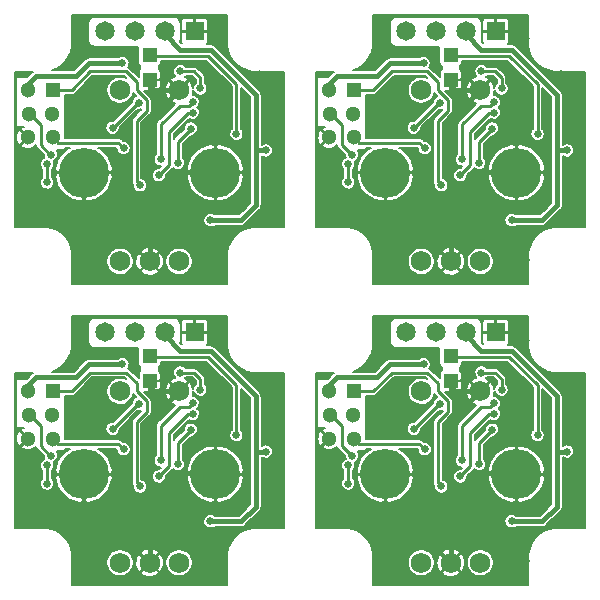
<source format=gtl>
G04 (created by PCBNEW (2013-03-26 BZR 4031)-testing) date Wed 27 Mar 2013 11:57:22 AM CET*
%MOIN*%
G04 Gerber Fmt 3.4, Leading zero omitted, Abs format*
%FSLAX34Y34*%
G01*
G70*
G90*
G04 APERTURE LIST*
%ADD10C,3.14961e-06*%
%ADD11C,0.0688976*%
%ADD12O,0.167323X0.167323*%
%ADD13R,0.0511811X0.0511811*%
%ADD14C,0.0511811*%
%ADD15R,0.0649606X0.0649606*%
%ADD16C,0.0649606*%
%ADD17R,0.0472X0.0472*%
%ADD18C,0.0255906*%
%ADD19C,0.00984252*%
%ADD20C,0.015748*%
%ADD21C,0.000393701*%
%ADD22C,0.008*%
%ADD23C,0.00629921*%
G04 APERTURE END LIST*
G54D10*
G54D11*
X43503Y-21456D03*
X45472Y-21456D03*
X44488Y-21456D03*
X45472Y-15748D03*
X43503Y-15748D03*
G54D12*
X46673Y-18503D03*
X42303Y-18503D03*
G54D13*
X41259Y-15748D03*
G54D14*
X40433Y-15748D03*
X41220Y-16535D03*
X40472Y-16535D03*
X41259Y-17322D03*
X40433Y-17322D03*
G54D15*
X45988Y-13779D03*
G54D16*
X44988Y-13779D03*
X43988Y-13779D03*
X42988Y-13779D03*
G54D17*
X44488Y-14567D03*
X44488Y-15393D03*
X34448Y-14567D03*
X34448Y-15393D03*
G54D15*
X35948Y-13779D03*
G54D16*
X34948Y-13779D03*
X33948Y-13779D03*
X32948Y-13779D03*
G54D13*
X31220Y-15748D03*
G54D14*
X30393Y-15748D03*
X31181Y-16535D03*
X30433Y-16535D03*
X31220Y-17322D03*
X30393Y-17322D03*
G54D11*
X33464Y-21456D03*
X35433Y-21456D03*
X34448Y-21456D03*
X35433Y-15748D03*
X33464Y-15748D03*
G54D12*
X36633Y-18503D03*
X32263Y-18503D03*
G54D11*
X33464Y-31496D03*
X35433Y-31496D03*
X34448Y-31496D03*
X35433Y-25787D03*
X33464Y-25787D03*
G54D12*
X36633Y-28543D03*
X32263Y-28543D03*
G54D13*
X31220Y-25787D03*
G54D14*
X30393Y-25787D03*
X31181Y-26574D03*
X30433Y-26574D03*
X31220Y-27362D03*
X30393Y-27362D03*
G54D15*
X35948Y-23818D03*
G54D16*
X34948Y-23818D03*
X33948Y-23818D03*
X32948Y-23818D03*
G54D17*
X34448Y-24606D03*
X34448Y-25432D03*
X44488Y-24606D03*
X44488Y-25432D03*
G54D15*
X45988Y-23818D03*
G54D16*
X44988Y-23818D03*
X43988Y-23818D03*
X42988Y-23818D03*
G54D13*
X41259Y-25787D03*
G54D14*
X40433Y-25787D03*
X41220Y-26574D03*
X40472Y-26574D03*
X41259Y-27362D03*
X40433Y-27362D03*
G54D11*
X43503Y-31496D03*
X45472Y-31496D03*
X44488Y-31496D03*
X45472Y-25787D03*
X43503Y-25787D03*
G54D12*
X46673Y-28543D03*
X42303Y-28543D03*
G54D18*
X45511Y-15118D03*
X46181Y-15688D03*
X36141Y-15688D03*
X35472Y-15118D03*
X35472Y-25157D03*
X36141Y-25728D03*
X46181Y-25728D03*
X45511Y-25157D03*
X44173Y-18917D03*
X44803Y-18582D03*
X45925Y-16496D03*
X35885Y-16496D03*
X34763Y-18582D03*
X34133Y-18917D03*
X34133Y-28956D03*
X34763Y-28622D03*
X35885Y-26535D03*
X45925Y-26535D03*
X44803Y-28622D03*
X44173Y-28956D03*
X41200Y-17893D03*
X44862Y-18051D03*
X45925Y-16141D03*
X35885Y-16141D03*
X34822Y-18051D03*
X31161Y-17893D03*
X31161Y-27933D03*
X34822Y-28090D03*
X35885Y-26181D03*
X45925Y-26181D03*
X44862Y-28090D03*
X41200Y-27933D03*
X43622Y-17677D03*
X33582Y-17677D03*
X33582Y-27716D03*
X43622Y-27716D03*
X41072Y-18208D03*
X41072Y-18818D03*
X45866Y-17027D03*
X45433Y-18169D03*
X35393Y-18169D03*
X35826Y-17027D03*
X31033Y-18818D03*
X31033Y-18208D03*
X31033Y-28248D03*
X31033Y-28858D03*
X35826Y-27066D03*
X35393Y-28208D03*
X45433Y-28208D03*
X45866Y-27066D03*
X41072Y-28858D03*
X41072Y-28248D03*
X42125Y-14074D03*
X42125Y-14685D03*
X48779Y-15472D03*
X48779Y-16968D03*
X48759Y-18543D03*
X48759Y-19468D03*
X46692Y-21555D03*
X42125Y-13484D03*
X40196Y-18937D03*
X40748Y-19606D03*
X40196Y-20118D03*
X42992Y-20433D03*
X42322Y-21692D03*
X41299Y-20118D03*
X31259Y-20118D03*
X32283Y-21692D03*
X32952Y-20433D03*
X30157Y-20118D03*
X30708Y-19606D03*
X30157Y-18937D03*
X32086Y-13484D03*
X36653Y-21555D03*
X38720Y-19468D03*
X38720Y-18543D03*
X38740Y-16968D03*
X38740Y-15472D03*
X32086Y-14685D03*
X32086Y-14074D03*
X32086Y-24114D03*
X32086Y-24724D03*
X38740Y-25511D03*
X38740Y-27007D03*
X38720Y-28582D03*
X38720Y-29507D03*
X36653Y-31594D03*
X32086Y-23523D03*
X30157Y-28976D03*
X30708Y-29645D03*
X30157Y-30157D03*
X32952Y-30472D03*
X32283Y-31732D03*
X31259Y-30157D03*
X41299Y-30157D03*
X42322Y-31732D03*
X42992Y-30472D03*
X40196Y-30157D03*
X40748Y-29645D03*
X40196Y-28976D03*
X42125Y-23523D03*
X46692Y-31594D03*
X48759Y-29507D03*
X48759Y-28582D03*
X48779Y-27007D03*
X48779Y-25511D03*
X42125Y-24724D03*
X42125Y-24114D03*
X44133Y-16161D03*
X43257Y-16998D03*
X33218Y-16998D03*
X34094Y-16161D03*
X34094Y-26200D03*
X33218Y-27037D03*
X43257Y-27037D03*
X44133Y-26200D03*
X47381Y-17204D03*
X37342Y-17204D03*
X37342Y-27244D03*
X47381Y-27244D03*
X48366Y-17755D03*
X43582Y-14842D03*
X46515Y-20078D03*
X36476Y-20078D03*
X33543Y-14842D03*
X38326Y-17755D03*
X38326Y-27795D03*
X33543Y-24881D03*
X36476Y-30118D03*
X46515Y-30118D03*
X43582Y-24881D03*
X48366Y-27795D03*
G54D19*
X45511Y-15118D02*
X45964Y-15118D01*
X46181Y-15334D02*
X46181Y-15688D01*
X45964Y-15118D02*
X46181Y-15334D01*
X35925Y-15118D02*
X36141Y-15334D01*
X36141Y-15334D02*
X36141Y-15688D01*
X35472Y-15118D02*
X35925Y-15118D01*
X35472Y-25157D02*
X35925Y-25157D01*
X36141Y-25374D02*
X36141Y-25728D01*
X35925Y-25157D02*
X36141Y-25374D01*
X45964Y-25157D02*
X46181Y-25374D01*
X46181Y-25374D02*
X46181Y-25728D01*
X45511Y-25157D02*
X45964Y-25157D01*
X41259Y-15748D02*
X41889Y-15748D01*
X44055Y-16771D02*
X44055Y-18799D01*
X44055Y-18799D02*
X44173Y-18917D01*
X44055Y-15728D02*
X44399Y-16072D01*
X44399Y-16072D02*
X44399Y-16427D01*
X44399Y-16427D02*
X44055Y-16771D01*
X41889Y-15748D02*
X42519Y-15118D01*
X43700Y-15118D02*
X44055Y-15472D01*
X44055Y-15472D02*
X44055Y-15728D01*
X42519Y-15118D02*
X43700Y-15118D01*
X41299Y-15787D02*
X41259Y-15748D01*
X44803Y-18582D02*
X45137Y-18248D01*
X45137Y-18248D02*
X45137Y-17125D01*
X45137Y-17125D02*
X45767Y-16496D01*
X45767Y-16496D02*
X45925Y-16496D01*
X35728Y-16496D02*
X35885Y-16496D01*
X35098Y-17125D02*
X35728Y-16496D01*
X35098Y-18248D02*
X35098Y-17125D01*
X34763Y-18582D02*
X35098Y-18248D01*
X31259Y-15787D02*
X31220Y-15748D01*
X32480Y-15118D02*
X33661Y-15118D01*
X34015Y-15472D02*
X34015Y-15728D01*
X33661Y-15118D02*
X34015Y-15472D01*
X31850Y-15748D02*
X32480Y-15118D01*
X34360Y-16427D02*
X34015Y-16771D01*
X34360Y-16072D02*
X34360Y-16427D01*
X34015Y-15728D02*
X34360Y-16072D01*
X34015Y-18799D02*
X34133Y-18917D01*
X34015Y-16771D02*
X34015Y-18799D01*
X31220Y-15748D02*
X31850Y-15748D01*
X31220Y-25787D02*
X31850Y-25787D01*
X34015Y-26811D02*
X34015Y-28838D01*
X34015Y-28838D02*
X34133Y-28956D01*
X34015Y-25767D02*
X34360Y-26112D01*
X34360Y-26112D02*
X34360Y-26466D01*
X34360Y-26466D02*
X34015Y-26811D01*
X31850Y-25787D02*
X32480Y-25157D01*
X33661Y-25157D02*
X34015Y-25511D01*
X34015Y-25511D02*
X34015Y-25767D01*
X32480Y-25157D02*
X33661Y-25157D01*
X31259Y-25826D02*
X31220Y-25787D01*
X34763Y-28622D02*
X35098Y-28287D01*
X35098Y-28287D02*
X35098Y-27165D01*
X35098Y-27165D02*
X35728Y-26535D01*
X35728Y-26535D02*
X35885Y-26535D01*
X45767Y-26535D02*
X45925Y-26535D01*
X45137Y-27165D02*
X45767Y-26535D01*
X45137Y-28287D02*
X45137Y-27165D01*
X44803Y-28622D02*
X45137Y-28287D01*
X41299Y-25826D02*
X41259Y-25787D01*
X42519Y-25157D02*
X43700Y-25157D01*
X44055Y-25511D02*
X44055Y-25767D01*
X43700Y-25157D02*
X44055Y-25511D01*
X41889Y-25787D02*
X42519Y-25157D01*
X44399Y-26466D02*
X44055Y-26811D01*
X44399Y-26112D02*
X44399Y-26466D01*
X44055Y-25767D02*
X44399Y-26112D01*
X44055Y-28838D02*
X44173Y-28956D01*
X44055Y-26811D02*
X44055Y-28838D01*
X41259Y-25787D02*
X41889Y-25787D01*
X41181Y-17893D02*
X40856Y-17568D01*
X40492Y-16535D02*
X40472Y-16535D01*
X40492Y-16535D02*
X40856Y-16899D01*
X40856Y-16899D02*
X40856Y-17568D01*
X41181Y-17893D02*
X41200Y-17893D01*
X41200Y-17893D02*
X41181Y-17893D01*
X44862Y-16889D02*
X44862Y-18051D01*
X45492Y-16259D02*
X44862Y-16889D01*
X45807Y-16259D02*
X45492Y-16259D01*
X45925Y-16141D02*
X45807Y-16259D01*
X35885Y-16141D02*
X35767Y-16259D01*
X35767Y-16259D02*
X35452Y-16259D01*
X35452Y-16259D02*
X34822Y-16889D01*
X34822Y-16889D02*
X34822Y-18051D01*
X31161Y-17893D02*
X31141Y-17893D01*
X31141Y-17893D02*
X31161Y-17893D01*
X30816Y-16899D02*
X30816Y-17568D01*
X30452Y-16535D02*
X30816Y-16899D01*
X30452Y-16535D02*
X30433Y-16535D01*
X31141Y-17893D02*
X30816Y-17568D01*
X31141Y-27933D02*
X30816Y-27608D01*
X30452Y-26574D02*
X30433Y-26574D01*
X30452Y-26574D02*
X30816Y-26938D01*
X30816Y-26938D02*
X30816Y-27608D01*
X31141Y-27933D02*
X31161Y-27933D01*
X31161Y-27933D02*
X31141Y-27933D01*
X34822Y-26929D02*
X34822Y-28090D01*
X35452Y-26299D02*
X34822Y-26929D01*
X35767Y-26299D02*
X35452Y-26299D01*
X35885Y-26181D02*
X35767Y-26299D01*
X45925Y-26181D02*
X45807Y-26299D01*
X45807Y-26299D02*
X45492Y-26299D01*
X45492Y-26299D02*
X44862Y-26929D01*
X44862Y-26929D02*
X44862Y-28090D01*
X41200Y-27933D02*
X41181Y-27933D01*
X41181Y-27933D02*
X41200Y-27933D01*
X40856Y-26938D02*
X40856Y-27608D01*
X40492Y-26574D02*
X40856Y-26938D01*
X40492Y-26574D02*
X40472Y-26574D01*
X41181Y-27933D02*
X40856Y-27608D01*
X43444Y-17500D02*
X41437Y-17500D01*
X43444Y-17500D02*
X43622Y-17677D01*
X41437Y-17500D02*
X41259Y-17322D01*
X31397Y-17500D02*
X31220Y-17322D01*
X33405Y-17500D02*
X33582Y-17677D01*
X33405Y-17500D02*
X31397Y-17500D01*
X33405Y-27539D02*
X31397Y-27539D01*
X33405Y-27539D02*
X33582Y-27716D01*
X31397Y-27539D02*
X31220Y-27362D01*
X41437Y-27539D02*
X41259Y-27362D01*
X43444Y-27539D02*
X43622Y-27716D01*
X43444Y-27539D02*
X41437Y-27539D01*
X45433Y-17460D02*
X45433Y-18169D01*
X45866Y-17027D02*
X45433Y-17460D01*
X41072Y-18818D02*
X41072Y-18208D01*
X31033Y-18818D02*
X31033Y-18208D01*
X35826Y-17027D02*
X35393Y-17460D01*
X35393Y-17460D02*
X35393Y-18169D01*
X35393Y-27500D02*
X35393Y-28208D01*
X35826Y-27066D02*
X35393Y-27500D01*
X31033Y-28858D02*
X31033Y-28248D01*
X41072Y-28858D02*
X41072Y-28248D01*
X45866Y-27066D02*
X45433Y-27500D01*
X45433Y-27500D02*
X45433Y-28208D01*
G54D20*
X45472Y-15748D02*
X44645Y-15748D01*
X44488Y-15590D02*
X44488Y-15353D01*
X44645Y-15748D02*
X44488Y-15590D01*
X42047Y-18503D02*
X42106Y-18444D01*
G54D21*
X42125Y-14074D02*
X42125Y-14685D01*
X48779Y-16968D02*
X48759Y-16988D01*
X48759Y-16988D02*
X48759Y-18543D01*
X42125Y-14665D02*
X42125Y-14074D01*
X42125Y-13484D02*
X42125Y-14074D01*
G54D20*
X44488Y-19133D02*
X44685Y-19133D01*
X46889Y-18464D02*
X46929Y-18503D01*
X45354Y-18464D02*
X46889Y-18464D01*
X44685Y-19133D02*
X45354Y-18464D01*
G54D21*
X40748Y-19606D02*
X40196Y-18937D01*
X44488Y-21456D02*
X44389Y-21456D01*
X43602Y-20669D02*
X42992Y-20433D01*
X44389Y-21456D02*
X43602Y-20669D01*
X44488Y-21456D02*
X43897Y-22047D01*
X42519Y-22047D02*
X42322Y-21692D01*
X43897Y-22047D02*
X42519Y-22047D01*
G54D22*
X45374Y-15846D02*
X45472Y-15748D01*
G54D20*
X44488Y-16732D02*
X45472Y-15748D01*
X44488Y-21456D02*
X44488Y-19133D01*
X44488Y-19133D02*
X44488Y-16732D01*
X34448Y-19133D02*
X34448Y-16732D01*
X34448Y-21456D02*
X34448Y-19133D01*
X34448Y-16732D02*
X35433Y-15748D01*
G54D22*
X35334Y-15846D02*
X35433Y-15748D01*
G54D21*
X33858Y-22047D02*
X32480Y-22047D01*
X32480Y-22047D02*
X32283Y-21692D01*
X34448Y-21456D02*
X33858Y-22047D01*
X34350Y-21456D02*
X33562Y-20669D01*
X33562Y-20669D02*
X32952Y-20433D01*
X34448Y-21456D02*
X34350Y-21456D01*
X30708Y-19606D02*
X30157Y-18937D01*
G54D20*
X34645Y-19133D02*
X35314Y-18464D01*
X35314Y-18464D02*
X36850Y-18464D01*
X36850Y-18464D02*
X36889Y-18503D01*
X34448Y-19133D02*
X34645Y-19133D01*
G54D21*
X32086Y-13484D02*
X32086Y-14074D01*
X32086Y-14665D02*
X32086Y-14074D01*
X38720Y-16988D02*
X38720Y-18543D01*
X38740Y-16968D02*
X38720Y-16988D01*
X32086Y-14074D02*
X32086Y-14685D01*
G54D20*
X32007Y-18503D02*
X32066Y-18444D01*
X34606Y-15748D02*
X34448Y-15590D01*
X34448Y-15590D02*
X34448Y-15353D01*
X35433Y-15748D02*
X34606Y-15748D01*
X35433Y-25787D02*
X34606Y-25787D01*
X34448Y-25629D02*
X34448Y-25393D01*
X34606Y-25787D02*
X34448Y-25629D01*
X32007Y-28543D02*
X32066Y-28484D01*
G54D21*
X32086Y-24114D02*
X32086Y-24724D01*
X38740Y-27007D02*
X38720Y-27027D01*
X38720Y-27027D02*
X38720Y-28582D01*
X32086Y-24704D02*
X32086Y-24114D01*
X32086Y-23523D02*
X32086Y-24114D01*
G54D20*
X34448Y-29173D02*
X34645Y-29173D01*
X36850Y-28503D02*
X36889Y-28543D01*
X35314Y-28503D02*
X36850Y-28503D01*
X34645Y-29173D02*
X35314Y-28503D01*
G54D21*
X30708Y-29645D02*
X30157Y-28976D01*
X34448Y-31496D02*
X34350Y-31496D01*
X33562Y-30708D02*
X32952Y-30472D01*
X34350Y-31496D02*
X33562Y-30708D01*
X34448Y-31496D02*
X33858Y-32086D01*
X32480Y-32086D02*
X32283Y-31732D01*
X33858Y-32086D02*
X32480Y-32086D01*
G54D22*
X35334Y-25885D02*
X35433Y-25787D01*
G54D20*
X34448Y-26771D02*
X35433Y-25787D01*
X34448Y-31496D02*
X34448Y-29173D01*
X34448Y-29173D02*
X34448Y-26771D01*
X44488Y-29173D02*
X44488Y-26771D01*
X44488Y-31496D02*
X44488Y-29173D01*
X44488Y-26771D02*
X45472Y-25787D01*
G54D22*
X45374Y-25885D02*
X45472Y-25787D01*
G54D21*
X43897Y-32086D02*
X42519Y-32086D01*
X42519Y-32086D02*
X42322Y-31732D01*
X44488Y-31496D02*
X43897Y-32086D01*
X44389Y-31496D02*
X43602Y-30708D01*
X43602Y-30708D02*
X42992Y-30472D01*
X44488Y-31496D02*
X44389Y-31496D01*
X40748Y-29645D02*
X40196Y-28976D01*
G54D20*
X44685Y-29173D02*
X45354Y-28503D01*
X45354Y-28503D02*
X46889Y-28503D01*
X46889Y-28503D02*
X46929Y-28543D01*
X44488Y-29173D02*
X44685Y-29173D01*
G54D21*
X42125Y-23523D02*
X42125Y-24114D01*
X42125Y-24704D02*
X42125Y-24114D01*
X48759Y-27027D02*
X48759Y-28582D01*
X48779Y-27007D02*
X48759Y-27027D01*
X42125Y-24114D02*
X42125Y-24724D01*
G54D20*
X42047Y-28543D02*
X42106Y-28484D01*
X44645Y-25787D02*
X44488Y-25629D01*
X44488Y-25629D02*
X44488Y-25393D01*
X45472Y-25787D02*
X44645Y-25787D01*
G54D19*
X44133Y-16161D02*
X44094Y-16161D01*
X44094Y-16161D02*
X43257Y-16998D01*
X34055Y-16161D02*
X33218Y-16998D01*
X34094Y-16161D02*
X34055Y-16161D01*
X34094Y-26200D02*
X34055Y-26200D01*
X34055Y-26200D02*
X33218Y-27037D01*
X44094Y-26200D02*
X43257Y-27037D01*
X44133Y-26200D02*
X44094Y-26200D01*
X47381Y-17204D02*
X47381Y-15548D01*
X46440Y-14606D02*
X47381Y-15548D01*
X46440Y-14606D02*
X44409Y-14606D01*
X36400Y-14606D02*
X34370Y-14606D01*
X36400Y-14606D02*
X37342Y-15548D01*
X37342Y-17204D02*
X37342Y-15548D01*
X37342Y-27244D02*
X37342Y-25587D01*
X36400Y-24646D02*
X37342Y-25587D01*
X36400Y-24646D02*
X34370Y-24646D01*
X46440Y-24646D02*
X44409Y-24646D01*
X46440Y-24646D02*
X47381Y-25587D01*
X47381Y-27244D02*
X47381Y-25587D01*
G54D20*
X48031Y-17755D02*
X48366Y-17755D01*
X40708Y-15275D02*
X40433Y-15551D01*
X43582Y-14842D02*
X42480Y-14842D01*
X42047Y-15275D02*
X40708Y-15275D01*
X42047Y-15275D02*
X42480Y-14842D01*
X40433Y-15551D02*
X40433Y-15748D01*
X40433Y-15748D02*
X40433Y-15610D01*
X47539Y-20078D02*
X48031Y-19586D01*
X48031Y-17755D02*
X48031Y-19586D01*
X46515Y-20078D02*
X47539Y-20078D01*
X45509Y-14399D02*
X44988Y-13877D01*
X48031Y-15905D02*
X46525Y-14399D01*
X46525Y-14399D02*
X45509Y-14399D01*
X48031Y-17755D02*
X48031Y-15905D01*
X44988Y-13877D02*
X44988Y-13779D01*
X34948Y-13877D02*
X34948Y-13779D01*
X37992Y-17755D02*
X37992Y-15905D01*
X36486Y-14399D02*
X35470Y-14399D01*
X37992Y-15905D02*
X36486Y-14399D01*
X35470Y-14399D02*
X34948Y-13877D01*
X36476Y-20078D02*
X37500Y-20078D01*
X37992Y-17755D02*
X37992Y-19586D01*
X37500Y-20078D02*
X37992Y-19586D01*
X30393Y-15748D02*
X30393Y-15610D01*
X30393Y-15551D02*
X30393Y-15748D01*
X32007Y-15275D02*
X32440Y-14842D01*
X32007Y-15275D02*
X30669Y-15275D01*
X33543Y-14842D02*
X32440Y-14842D01*
X30669Y-15275D02*
X30393Y-15551D01*
X37992Y-17755D02*
X38326Y-17755D01*
X37992Y-27795D02*
X38326Y-27795D01*
X30669Y-25314D02*
X30393Y-25590D01*
X33543Y-24881D02*
X32440Y-24881D01*
X32007Y-25314D02*
X30669Y-25314D01*
X32007Y-25314D02*
X32440Y-24881D01*
X30393Y-25590D02*
X30393Y-25787D01*
X30393Y-25787D02*
X30393Y-25649D01*
X37500Y-30118D02*
X37992Y-29625D01*
X37992Y-27795D02*
X37992Y-29625D01*
X36476Y-30118D02*
X37500Y-30118D01*
X35470Y-24438D02*
X34948Y-23917D01*
X37992Y-25944D02*
X36486Y-24438D01*
X36486Y-24438D02*
X35470Y-24438D01*
X37992Y-27795D02*
X37992Y-25944D01*
X34948Y-23917D02*
X34948Y-23818D01*
X44988Y-23917D02*
X44988Y-23818D01*
X48031Y-27795D02*
X48031Y-25944D01*
X46525Y-24438D02*
X45509Y-24438D01*
X48031Y-25944D02*
X46525Y-24438D01*
X45509Y-24438D02*
X44988Y-23917D01*
X46515Y-30118D02*
X47539Y-30118D01*
X48031Y-27795D02*
X48031Y-29625D01*
X47539Y-30118D02*
X48031Y-29625D01*
X40433Y-25787D02*
X40433Y-25649D01*
X40433Y-25590D02*
X40433Y-25787D01*
X42047Y-25314D02*
X42480Y-24881D01*
X42047Y-25314D02*
X40708Y-25314D01*
X43582Y-24881D02*
X42480Y-24881D01*
X40708Y-25314D02*
X40433Y-25590D01*
X48031Y-27795D02*
X48366Y-27795D01*
G54D10*
G36*
X48964Y-30347D02*
X48961Y-30346D01*
X48918Y-30342D01*
X48226Y-30342D01*
X48183Y-30346D01*
X48169Y-30350D01*
X48131Y-30343D01*
X47944Y-30341D01*
X47760Y-30377D01*
X47586Y-30447D01*
X47429Y-30550D01*
X47295Y-30681D01*
X47189Y-30836D01*
X47115Y-31008D01*
X47076Y-31192D01*
X47073Y-31379D01*
X47083Y-31435D01*
X47079Y-31451D01*
X47074Y-31494D01*
X47074Y-32186D01*
X47079Y-32229D01*
X47079Y-32232D01*
X45927Y-32232D01*
X45927Y-31451D01*
X45909Y-31363D01*
X45875Y-31281D01*
X45826Y-31207D01*
X45763Y-31143D01*
X45689Y-31094D01*
X45607Y-31059D01*
X45520Y-31041D01*
X45431Y-31041D01*
X45343Y-31057D01*
X45260Y-31091D01*
X45186Y-31139D01*
X45122Y-31202D01*
X45072Y-31275D01*
X45036Y-31357D01*
X45018Y-31445D01*
X45017Y-31534D01*
X45033Y-31622D01*
X45066Y-31704D01*
X45114Y-31779D01*
X45176Y-31844D01*
X45249Y-31894D01*
X45331Y-31930D01*
X45418Y-31949D01*
X45507Y-31951D01*
X45595Y-31936D01*
X45678Y-31903D01*
X45753Y-31856D01*
X45818Y-31794D01*
X45869Y-31721D01*
X45906Y-31640D01*
X45925Y-31553D01*
X45927Y-31451D01*
X45927Y-32232D01*
X44964Y-32232D01*
X44964Y-31498D01*
X44956Y-31405D01*
X44929Y-31316D01*
X44886Y-31234D01*
X44883Y-31230D01*
X44814Y-31194D01*
X44789Y-31219D01*
X44789Y-31169D01*
X44753Y-31100D01*
X44671Y-31056D01*
X44582Y-31028D01*
X44490Y-31019D01*
X44397Y-31028D01*
X44308Y-31054D01*
X44226Y-31097D01*
X44222Y-31100D01*
X44186Y-31169D01*
X44488Y-31471D01*
X44789Y-31169D01*
X44789Y-31219D01*
X44513Y-31496D01*
X44814Y-31797D01*
X44883Y-31761D01*
X44928Y-31679D01*
X44955Y-31590D01*
X44964Y-31498D01*
X44964Y-32232D01*
X44789Y-32232D01*
X44789Y-31822D01*
X44488Y-31521D01*
X44463Y-31546D01*
X44463Y-31496D01*
X44161Y-31194D01*
X44092Y-31230D01*
X44048Y-31312D01*
X44021Y-31401D01*
X44011Y-31493D01*
X44020Y-31586D01*
X44046Y-31675D01*
X44089Y-31757D01*
X44092Y-31761D01*
X44161Y-31797D01*
X44463Y-31496D01*
X44463Y-31546D01*
X44186Y-31822D01*
X44222Y-31891D01*
X44304Y-31935D01*
X44393Y-31963D01*
X44485Y-31972D01*
X44578Y-31964D01*
X44667Y-31937D01*
X44750Y-31894D01*
X44753Y-31891D01*
X44789Y-31822D01*
X44789Y-32232D01*
X43958Y-32232D01*
X43958Y-31451D01*
X43941Y-31363D01*
X43907Y-31281D01*
X43858Y-31207D01*
X43795Y-31143D01*
X43721Y-31094D01*
X43639Y-31059D01*
X43551Y-31041D01*
X43462Y-31041D01*
X43374Y-31057D01*
X43292Y-31091D01*
X43254Y-31115D01*
X43254Y-28711D01*
X43237Y-28561D01*
X42320Y-28561D01*
X42320Y-29477D01*
X42471Y-29495D01*
X42653Y-29444D01*
X42821Y-29358D01*
X42970Y-29242D01*
X43093Y-29099D01*
X43186Y-28935D01*
X43245Y-28756D01*
X43254Y-28711D01*
X43254Y-31115D01*
X43217Y-31139D01*
X43153Y-31202D01*
X43103Y-31275D01*
X43068Y-31357D01*
X43049Y-31445D01*
X43048Y-31534D01*
X43064Y-31622D01*
X43097Y-31704D01*
X43145Y-31779D01*
X43207Y-31844D01*
X43281Y-31894D01*
X43362Y-31930D01*
X43449Y-31949D01*
X43538Y-31951D01*
X43626Y-31936D01*
X43709Y-31903D01*
X43785Y-31856D01*
X43849Y-31794D01*
X43901Y-31721D01*
X43937Y-31640D01*
X43957Y-31553D01*
X43958Y-31451D01*
X43958Y-32232D01*
X42285Y-32232D01*
X42285Y-29477D01*
X42285Y-28561D01*
X41369Y-28561D01*
X41351Y-28711D01*
X41360Y-28756D01*
X41419Y-28935D01*
X41512Y-29099D01*
X41635Y-29242D01*
X41784Y-29358D01*
X41952Y-29444D01*
X42134Y-29495D01*
X42285Y-29477D01*
X42285Y-32232D01*
X41901Y-32232D01*
X41901Y-31267D01*
X41900Y-31267D01*
X41901Y-31205D01*
X41865Y-31021D01*
X41793Y-30847D01*
X41689Y-30691D01*
X41557Y-30558D01*
X41402Y-30453D01*
X41229Y-30380D01*
X41045Y-30343D01*
X40976Y-30342D01*
X40976Y-30342D01*
X40954Y-30342D01*
X40857Y-30341D01*
X40854Y-30342D01*
X40671Y-30342D01*
X40011Y-30342D01*
X40011Y-25164D01*
X40014Y-25165D01*
X40057Y-25169D01*
X40589Y-25169D01*
X40576Y-25179D01*
X40575Y-25180D01*
X40575Y-25180D01*
X40575Y-25180D01*
X40575Y-25181D01*
X40394Y-25362D01*
X40027Y-25362D01*
X40027Y-27000D01*
X40298Y-27000D01*
X40283Y-27004D01*
X40219Y-27038D01*
X40194Y-27098D01*
X40433Y-27337D01*
X40438Y-27331D01*
X40463Y-27356D01*
X40458Y-27362D01*
X40463Y-27367D01*
X40438Y-27392D01*
X40433Y-27387D01*
X40408Y-27412D01*
X40408Y-27362D01*
X40169Y-27123D01*
X40109Y-27148D01*
X40074Y-27215D01*
X40052Y-27288D01*
X40045Y-27363D01*
X40053Y-27438D01*
X40075Y-27511D01*
X40109Y-27575D01*
X40169Y-27600D01*
X40408Y-27362D01*
X40408Y-27412D01*
X40194Y-27625D01*
X40219Y-27685D01*
X40286Y-27721D01*
X40359Y-27742D01*
X40434Y-27749D01*
X40509Y-27742D01*
X40582Y-27720D01*
X40646Y-27685D01*
X40671Y-27625D01*
X40671Y-27625D01*
X40694Y-27648D01*
X40700Y-27642D01*
X40704Y-27653D01*
X40708Y-27667D01*
X40708Y-27668D01*
X40708Y-27669D01*
X40715Y-27682D01*
X40722Y-27695D01*
X40723Y-27695D01*
X40723Y-27696D01*
X40732Y-27707D01*
X40741Y-27719D01*
X40743Y-27720D01*
X40743Y-27720D01*
X40743Y-27720D01*
X40743Y-27721D01*
X40962Y-27939D01*
X40962Y-27953D01*
X40970Y-27999D01*
X40982Y-28027D01*
X40961Y-28035D01*
X40922Y-28061D01*
X40889Y-28094D01*
X40863Y-28132D01*
X40844Y-28175D01*
X40834Y-28221D01*
X40834Y-28268D01*
X40842Y-28314D01*
X40859Y-28357D01*
X40885Y-28396D01*
X40913Y-28425D01*
X40913Y-28681D01*
X40889Y-28704D01*
X40863Y-28742D01*
X40844Y-28785D01*
X40834Y-28831D01*
X40834Y-28878D01*
X40842Y-28924D01*
X40859Y-28967D01*
X40885Y-29006D01*
X40917Y-29040D01*
X40956Y-29067D01*
X40998Y-29085D01*
X41044Y-29095D01*
X41091Y-29096D01*
X41137Y-29088D01*
X41180Y-29071D01*
X41220Y-29046D01*
X41254Y-29014D01*
X41280Y-28976D01*
X41299Y-28933D01*
X41310Y-28888D01*
X41311Y-28834D01*
X41301Y-28789D01*
X41284Y-28745D01*
X41258Y-28706D01*
X41232Y-28680D01*
X41232Y-28425D01*
X41254Y-28404D01*
X41280Y-28366D01*
X41299Y-28323D01*
X41310Y-28278D01*
X41311Y-28224D01*
X41301Y-28178D01*
X41291Y-28153D01*
X41308Y-28146D01*
X41348Y-28121D01*
X41381Y-28089D01*
X41408Y-28051D01*
X41427Y-28008D01*
X41438Y-27963D01*
X41438Y-27909D01*
X41429Y-27863D01*
X41412Y-27820D01*
X41389Y-27787D01*
X41665Y-27787D01*
X41665Y-27698D01*
X41841Y-27698D01*
X41784Y-27727D01*
X41635Y-27843D01*
X41512Y-27986D01*
X41419Y-28150D01*
X41360Y-28329D01*
X41351Y-28374D01*
X41369Y-28525D01*
X42285Y-28525D01*
X42285Y-28517D01*
X42320Y-28517D01*
X42320Y-28525D01*
X43237Y-28525D01*
X43254Y-28374D01*
X43245Y-28329D01*
X43186Y-28150D01*
X43093Y-27986D01*
X42970Y-27843D01*
X42821Y-27727D01*
X42764Y-27698D01*
X43378Y-27698D01*
X43384Y-27703D01*
X43383Y-27736D01*
X43391Y-27782D01*
X43409Y-27825D01*
X43434Y-27865D01*
X43466Y-27898D01*
X43505Y-27925D01*
X43548Y-27944D01*
X43593Y-27954D01*
X43640Y-27955D01*
X43686Y-27947D01*
X43729Y-27930D01*
X43769Y-27905D01*
X43803Y-27872D01*
X43830Y-27834D01*
X43849Y-27792D01*
X43859Y-27746D01*
X43860Y-27693D01*
X43851Y-27647D01*
X43833Y-27604D01*
X43807Y-27565D01*
X43774Y-27532D01*
X43735Y-27505D01*
X43692Y-27487D01*
X43647Y-27478D01*
X43609Y-27478D01*
X43557Y-27426D01*
X43546Y-27417D01*
X43534Y-27407D01*
X43534Y-27407D01*
X43533Y-27406D01*
X43520Y-27399D01*
X43507Y-27392D01*
X43506Y-27392D01*
X43506Y-27392D01*
X43492Y-27387D01*
X43478Y-27383D01*
X43477Y-27383D01*
X43476Y-27383D01*
X43461Y-27381D01*
X43447Y-27379D01*
X43445Y-27379D01*
X43445Y-27379D01*
X43445Y-27379D01*
X43444Y-27379D01*
X41665Y-27379D01*
X41665Y-25946D01*
X41889Y-25946D01*
X41904Y-25945D01*
X41919Y-25944D01*
X41919Y-25943D01*
X41920Y-25943D01*
X41934Y-25939D01*
X41948Y-25935D01*
X41949Y-25935D01*
X41950Y-25934D01*
X41963Y-25927D01*
X41976Y-25921D01*
X41977Y-25920D01*
X41978Y-25920D01*
X41989Y-25910D01*
X42000Y-25901D01*
X42002Y-25900D01*
X42002Y-25900D01*
X42002Y-25900D01*
X42002Y-25900D01*
X42585Y-25316D01*
X43634Y-25316D01*
X43690Y-25372D01*
X43639Y-25350D01*
X43551Y-25332D01*
X43462Y-25332D01*
X43374Y-25349D01*
X43292Y-25382D01*
X43217Y-25431D01*
X43153Y-25493D01*
X43103Y-25567D01*
X43068Y-25649D01*
X43049Y-25736D01*
X43048Y-25825D01*
X43064Y-25913D01*
X43097Y-25996D01*
X43145Y-26071D01*
X43207Y-26135D01*
X43281Y-26186D01*
X43362Y-26221D01*
X43449Y-26241D01*
X43538Y-26242D01*
X43626Y-26227D01*
X43709Y-26195D01*
X43785Y-26147D01*
X43849Y-26085D01*
X43901Y-26013D01*
X43937Y-25931D01*
X43947Y-25885D01*
X44042Y-25980D01*
X44022Y-25988D01*
X43983Y-26014D01*
X43950Y-26046D01*
X43924Y-26085D01*
X43905Y-26128D01*
X43896Y-26173D01*
X43270Y-26799D01*
X43236Y-26799D01*
X43190Y-26807D01*
X43146Y-26825D01*
X43107Y-26850D01*
X43074Y-26883D01*
X43048Y-26922D01*
X43029Y-26965D01*
X43020Y-27010D01*
X43019Y-27057D01*
X43027Y-27103D01*
X43045Y-27146D01*
X43070Y-27186D01*
X43102Y-27219D01*
X43141Y-27246D01*
X43183Y-27265D01*
X43229Y-27275D01*
X43276Y-27276D01*
X43322Y-27267D01*
X43365Y-27251D01*
X43405Y-27226D01*
X43439Y-27193D01*
X43465Y-27155D01*
X43484Y-27112D01*
X43495Y-27067D01*
X43495Y-27024D01*
X44086Y-26434D01*
X44105Y-26438D01*
X44152Y-26439D01*
X44198Y-26431D01*
X44216Y-26424D01*
X43942Y-26698D01*
X43933Y-26709D01*
X43923Y-26720D01*
X43923Y-26721D01*
X43922Y-26722D01*
X43915Y-26735D01*
X43908Y-26748D01*
X43908Y-26749D01*
X43907Y-26749D01*
X43903Y-26763D01*
X43899Y-26777D01*
X43899Y-26778D01*
X43898Y-26779D01*
X43897Y-26794D01*
X43895Y-26808D01*
X43895Y-26810D01*
X43895Y-26810D01*
X43895Y-26810D01*
X43895Y-26811D01*
X43895Y-28838D01*
X43897Y-28853D01*
X43898Y-28867D01*
X43898Y-28868D01*
X43898Y-28869D01*
X43902Y-28883D01*
X43907Y-28897D01*
X43907Y-28898D01*
X43907Y-28899D01*
X43914Y-28912D01*
X43921Y-28925D01*
X43921Y-28926D01*
X43922Y-28926D01*
X43931Y-28938D01*
X43935Y-28942D01*
X43934Y-28976D01*
X43943Y-29022D01*
X43960Y-29066D01*
X43985Y-29105D01*
X44018Y-29138D01*
X44056Y-29165D01*
X44099Y-29184D01*
X44144Y-29194D01*
X44191Y-29195D01*
X44237Y-29187D01*
X44281Y-29170D01*
X44320Y-29145D01*
X44354Y-29113D01*
X44381Y-29074D01*
X44400Y-29032D01*
X44410Y-28986D01*
X44411Y-28933D01*
X44402Y-28887D01*
X44384Y-28844D01*
X44358Y-28805D01*
X44325Y-28772D01*
X44287Y-28746D01*
X44244Y-28728D01*
X44214Y-28722D01*
X44214Y-26877D01*
X44512Y-26579D01*
X44521Y-26567D01*
X44531Y-26556D01*
X44531Y-26555D01*
X44532Y-26555D01*
X44539Y-26542D01*
X44546Y-26529D01*
X44546Y-26528D01*
X44546Y-26527D01*
X44551Y-26513D01*
X44555Y-26499D01*
X44555Y-26498D01*
X44555Y-26498D01*
X44557Y-26483D01*
X44559Y-26468D01*
X44559Y-26467D01*
X44559Y-26467D01*
X44559Y-26467D01*
X44559Y-26466D01*
X44559Y-26112D01*
X44557Y-26097D01*
X44556Y-26082D01*
X44556Y-26082D01*
X44556Y-26081D01*
X44551Y-26067D01*
X44547Y-26052D01*
X44547Y-26052D01*
X44547Y-26051D01*
X44540Y-26038D01*
X44533Y-26025D01*
X44532Y-26024D01*
X44532Y-26023D01*
X44523Y-26012D01*
X44513Y-26001D01*
X44512Y-25999D01*
X44512Y-25999D01*
X44512Y-25999D01*
X44512Y-25999D01*
X44311Y-25798D01*
X44437Y-25798D01*
X44470Y-25766D01*
X44470Y-25450D01*
X44462Y-25450D01*
X44462Y-25444D01*
X44795Y-25444D01*
X44795Y-25414D01*
X44821Y-25414D01*
X44854Y-25382D01*
X44854Y-25183D01*
X44849Y-25158D01*
X44839Y-25135D01*
X44825Y-25114D01*
X44807Y-25096D01*
X44795Y-25087D01*
X44795Y-24975D01*
X44819Y-24959D01*
X44840Y-24938D01*
X44856Y-24914D01*
X44867Y-24887D01*
X44873Y-24858D01*
X44873Y-24829D01*
X44873Y-24805D01*
X46374Y-24805D01*
X47222Y-25653D01*
X47222Y-27066D01*
X47198Y-27090D01*
X47172Y-27128D01*
X47153Y-27171D01*
X47144Y-27217D01*
X47143Y-27264D01*
X47151Y-27310D01*
X47169Y-27353D01*
X47194Y-27392D01*
X47226Y-27426D01*
X47265Y-27453D01*
X47307Y-27471D01*
X47353Y-27481D01*
X47400Y-27482D01*
X47446Y-27474D01*
X47489Y-27457D01*
X47529Y-27432D01*
X47563Y-27400D01*
X47589Y-27362D01*
X47608Y-27319D01*
X47619Y-27274D01*
X47620Y-27220D01*
X47611Y-27174D01*
X47593Y-27131D01*
X47567Y-27092D01*
X47541Y-27066D01*
X47541Y-25721D01*
X47842Y-26023D01*
X47842Y-27795D01*
X47842Y-29547D01*
X47624Y-29765D01*
X47624Y-28711D01*
X47624Y-28374D01*
X47615Y-28329D01*
X47556Y-28150D01*
X47463Y-27986D01*
X47340Y-27843D01*
X47191Y-27727D01*
X47023Y-27642D01*
X46841Y-27591D01*
X46690Y-27609D01*
X46690Y-28525D01*
X47607Y-28525D01*
X47624Y-28374D01*
X47624Y-28711D01*
X47607Y-28561D01*
X46690Y-28561D01*
X46690Y-29477D01*
X46841Y-29495D01*
X47023Y-29444D01*
X47191Y-29358D01*
X47340Y-29242D01*
X47463Y-29099D01*
X47556Y-28935D01*
X47615Y-28756D01*
X47624Y-28711D01*
X47624Y-29765D01*
X47461Y-29929D01*
X46661Y-29929D01*
X46655Y-29925D01*
X46655Y-29477D01*
X46655Y-28561D01*
X46655Y-28525D01*
X46655Y-27609D01*
X46504Y-27591D01*
X46419Y-27615D01*
X46419Y-25704D01*
X46410Y-25659D01*
X46392Y-25615D01*
X46366Y-25577D01*
X46340Y-25550D01*
X46340Y-25374D01*
X46339Y-25359D01*
X46337Y-25344D01*
X46337Y-25343D01*
X46337Y-25343D01*
X46333Y-25328D01*
X46329Y-25314D01*
X46328Y-25314D01*
X46328Y-25313D01*
X46321Y-25300D01*
X46314Y-25287D01*
X46314Y-25286D01*
X46313Y-25285D01*
X46304Y-25274D01*
X46295Y-25262D01*
X46294Y-25261D01*
X46294Y-25261D01*
X46294Y-25261D01*
X46293Y-25261D01*
X46077Y-25044D01*
X46065Y-25035D01*
X46054Y-25025D01*
X46053Y-25025D01*
X46053Y-25024D01*
X46040Y-25018D01*
X46027Y-25010D01*
X46026Y-25010D01*
X46025Y-25010D01*
X46011Y-25005D01*
X45997Y-25001D01*
X45996Y-25001D01*
X45996Y-25001D01*
X45981Y-24999D01*
X45966Y-24998D01*
X45965Y-24998D01*
X45965Y-24998D01*
X45965Y-24998D01*
X45964Y-24998D01*
X45689Y-24998D01*
X45664Y-24973D01*
X45625Y-24946D01*
X45582Y-24928D01*
X45536Y-24919D01*
X45490Y-24919D01*
X45444Y-24927D01*
X45400Y-24945D01*
X45361Y-24970D01*
X45328Y-25003D01*
X45302Y-25042D01*
X45283Y-25085D01*
X45273Y-25130D01*
X45273Y-25177D01*
X45281Y-25223D01*
X45298Y-25266D01*
X45324Y-25306D01*
X45347Y-25329D01*
X45292Y-25345D01*
X45210Y-25389D01*
X45206Y-25391D01*
X45171Y-25461D01*
X45472Y-25762D01*
X45773Y-25461D01*
X45738Y-25391D01*
X45656Y-25347D01*
X45659Y-25346D01*
X45689Y-25316D01*
X45898Y-25316D01*
X46021Y-25440D01*
X46021Y-25551D01*
X45997Y-25574D01*
X45971Y-25613D01*
X45952Y-25655D01*
X45943Y-25701D01*
X45942Y-25723D01*
X45940Y-25697D01*
X45914Y-25607D01*
X45870Y-25525D01*
X45868Y-25521D01*
X45798Y-25486D01*
X45497Y-25787D01*
X45503Y-25792D01*
X45478Y-25818D01*
X45472Y-25812D01*
X45447Y-25837D01*
X45447Y-25787D01*
X45146Y-25486D01*
X45076Y-25521D01*
X45032Y-25603D01*
X45005Y-25692D01*
X44995Y-25785D01*
X45004Y-25877D01*
X45030Y-25966D01*
X45074Y-26049D01*
X45076Y-26053D01*
X45146Y-26088D01*
X45447Y-25787D01*
X45447Y-25837D01*
X45171Y-26113D01*
X45206Y-26183D01*
X45288Y-26227D01*
X45326Y-26238D01*
X44854Y-26711D01*
X44854Y-25681D01*
X44854Y-25482D01*
X44821Y-25450D01*
X44505Y-25450D01*
X44505Y-25766D01*
X44538Y-25798D01*
X44712Y-25798D01*
X44737Y-25798D01*
X44762Y-25793D01*
X44786Y-25783D01*
X44807Y-25769D01*
X44825Y-25751D01*
X44839Y-25729D01*
X44849Y-25706D01*
X44854Y-25681D01*
X44854Y-26711D01*
X44749Y-26816D01*
X44740Y-26827D01*
X44730Y-26839D01*
X44730Y-26839D01*
X44729Y-26840D01*
X44722Y-26853D01*
X44715Y-26866D01*
X44715Y-26867D01*
X44715Y-26867D01*
X44710Y-26881D01*
X44706Y-26895D01*
X44706Y-26896D01*
X44705Y-26897D01*
X44704Y-26912D01*
X44702Y-26926D01*
X44702Y-26928D01*
X44702Y-26928D01*
X44702Y-26928D01*
X44702Y-26929D01*
X44702Y-27913D01*
X44678Y-27936D01*
X44652Y-27975D01*
X44634Y-28018D01*
X44624Y-28063D01*
X44623Y-28110D01*
X44632Y-28156D01*
X44649Y-28199D01*
X44674Y-28239D01*
X44707Y-28272D01*
X44745Y-28299D01*
X44788Y-28318D01*
X44833Y-28328D01*
X44870Y-28328D01*
X44815Y-28383D01*
X44781Y-28383D01*
X44735Y-28392D01*
X44692Y-28409D01*
X44653Y-28435D01*
X44619Y-28468D01*
X44593Y-28506D01*
X44575Y-28549D01*
X44565Y-28595D01*
X44564Y-28642D01*
X44573Y-28688D01*
X44590Y-28731D01*
X44615Y-28770D01*
X44648Y-28804D01*
X44686Y-28830D01*
X44729Y-28849D01*
X44774Y-28859D01*
X44821Y-28860D01*
X44867Y-28852D01*
X44911Y-28835D01*
X44950Y-28810D01*
X44984Y-28778D01*
X45011Y-28740D01*
X45030Y-28697D01*
X45040Y-28652D01*
X45041Y-28609D01*
X45250Y-28400D01*
X45259Y-28388D01*
X45267Y-28379D01*
X45277Y-28390D01*
X45316Y-28417D01*
X45359Y-28436D01*
X45404Y-28446D01*
X45451Y-28447D01*
X45497Y-28439D01*
X45540Y-28422D01*
X45580Y-28397D01*
X45614Y-28365D01*
X45641Y-28326D01*
X45660Y-28284D01*
X45670Y-28238D01*
X45671Y-28185D01*
X45662Y-28139D01*
X45644Y-28096D01*
X45618Y-28057D01*
X45592Y-28031D01*
X45592Y-27566D01*
X45853Y-27304D01*
X45884Y-27305D01*
X45930Y-27297D01*
X45974Y-27280D01*
X46013Y-27255D01*
X46047Y-27223D01*
X46074Y-27185D01*
X46093Y-27142D01*
X46103Y-27096D01*
X46104Y-27043D01*
X46095Y-26997D01*
X46077Y-26954D01*
X46051Y-26915D01*
X46018Y-26882D01*
X45979Y-26856D01*
X45936Y-26838D01*
X45891Y-26828D01*
X45844Y-26828D01*
X45798Y-26837D01*
X45755Y-26854D01*
X45716Y-26880D01*
X45682Y-26913D01*
X45656Y-26951D01*
X45638Y-26994D01*
X45628Y-27040D01*
X45627Y-27079D01*
X45320Y-27387D01*
X45310Y-27398D01*
X45301Y-27409D01*
X45301Y-27410D01*
X45300Y-27411D01*
X45297Y-27417D01*
X45297Y-27231D01*
X45794Y-26734D01*
X45808Y-26744D01*
X45851Y-26763D01*
X45896Y-26773D01*
X45943Y-26774D01*
X45989Y-26765D01*
X46033Y-26749D01*
X46072Y-26724D01*
X46106Y-26691D01*
X46133Y-26653D01*
X46152Y-26610D01*
X46162Y-26565D01*
X46163Y-26512D01*
X46154Y-26466D01*
X46136Y-26423D01*
X46110Y-26384D01*
X46084Y-26358D01*
X46106Y-26337D01*
X46133Y-26299D01*
X46152Y-26256D01*
X46162Y-26211D01*
X46163Y-26157D01*
X46154Y-26111D01*
X46136Y-26068D01*
X46110Y-26029D01*
X46077Y-25996D01*
X46039Y-25970D01*
X45995Y-25952D01*
X45950Y-25943D01*
X45920Y-25942D01*
X45939Y-25882D01*
X45949Y-25789D01*
X45948Y-25778D01*
X45951Y-25794D01*
X45968Y-25837D01*
X45993Y-25877D01*
X46025Y-25910D01*
X46064Y-25937D01*
X46107Y-25955D01*
X46152Y-25966D01*
X46199Y-25966D01*
X46245Y-25958D01*
X46289Y-25941D01*
X46328Y-25916D01*
X46362Y-25884D01*
X46389Y-25846D01*
X46408Y-25803D01*
X46418Y-25758D01*
X46419Y-25704D01*
X46419Y-27615D01*
X46322Y-27642D01*
X46154Y-27727D01*
X46006Y-27843D01*
X45882Y-27986D01*
X45789Y-28150D01*
X45730Y-28329D01*
X45721Y-28374D01*
X45739Y-28525D01*
X46655Y-28525D01*
X46655Y-28561D01*
X45739Y-28561D01*
X45721Y-28711D01*
X45730Y-28756D01*
X45789Y-28935D01*
X45882Y-29099D01*
X46006Y-29242D01*
X46154Y-29358D01*
X46322Y-29444D01*
X46504Y-29495D01*
X46655Y-29477D01*
X46655Y-29925D01*
X46629Y-29907D01*
X46586Y-29889D01*
X46540Y-29880D01*
X46494Y-29879D01*
X46448Y-29888D01*
X46404Y-29906D01*
X46365Y-29931D01*
X46332Y-29964D01*
X46306Y-30002D01*
X46287Y-30045D01*
X46277Y-30091D01*
X46277Y-30138D01*
X46285Y-30184D01*
X46302Y-30227D01*
X46328Y-30266D01*
X46360Y-30300D01*
X46398Y-30327D01*
X46441Y-30345D01*
X46487Y-30355D01*
X46534Y-30356D01*
X46580Y-30348D01*
X46623Y-30331D01*
X46662Y-30307D01*
X47539Y-30307D01*
X47556Y-30305D01*
X47574Y-30303D01*
X47575Y-30303D01*
X47576Y-30303D01*
X47592Y-30298D01*
X47609Y-30293D01*
X47610Y-30293D01*
X47611Y-30292D01*
X47626Y-30284D01*
X47642Y-30276D01*
X47643Y-30275D01*
X47643Y-30275D01*
X47657Y-30264D01*
X47671Y-30253D01*
X47672Y-30252D01*
X47672Y-30252D01*
X47672Y-30252D01*
X47672Y-30251D01*
X48165Y-29759D01*
X48176Y-29746D01*
X48187Y-29732D01*
X48187Y-29731D01*
X48188Y-29731D01*
X48196Y-29715D01*
X48205Y-29700D01*
X48205Y-29699D01*
X48205Y-29698D01*
X48211Y-29681D01*
X48216Y-29665D01*
X48216Y-29664D01*
X48216Y-29663D01*
X48218Y-29646D01*
X48220Y-29628D01*
X48220Y-29626D01*
X48220Y-29626D01*
X48220Y-29626D01*
X48220Y-29625D01*
X48220Y-27984D01*
X48220Y-27984D01*
X48249Y-28004D01*
X48292Y-28022D01*
X48337Y-28032D01*
X48384Y-28033D01*
X48430Y-28025D01*
X48474Y-28008D01*
X48513Y-27983D01*
X48547Y-27951D01*
X48574Y-27913D01*
X48593Y-27870D01*
X48603Y-27825D01*
X48604Y-27771D01*
X48595Y-27726D01*
X48577Y-27682D01*
X48551Y-27644D01*
X48518Y-27610D01*
X48479Y-27584D01*
X48436Y-27566D01*
X48391Y-27557D01*
X48344Y-27556D01*
X48298Y-27565D01*
X48255Y-27583D01*
X48220Y-27605D01*
X48220Y-25944D01*
X48218Y-25927D01*
X48217Y-25910D01*
X48216Y-25909D01*
X48216Y-25908D01*
X48211Y-25891D01*
X48206Y-25874D01*
X48206Y-25873D01*
X48206Y-25872D01*
X48198Y-25857D01*
X48189Y-25841D01*
X48189Y-25841D01*
X48188Y-25840D01*
X48177Y-25826D01*
X48166Y-25813D01*
X48165Y-25811D01*
X48165Y-25811D01*
X48165Y-25811D01*
X48165Y-25811D01*
X46659Y-24305D01*
X46645Y-24294D01*
X46632Y-24283D01*
X46631Y-24282D01*
X46630Y-24281D01*
X46615Y-24273D01*
X46600Y-24265D01*
X46599Y-24264D01*
X46598Y-24264D01*
X46581Y-24259D01*
X46564Y-24254D01*
X46563Y-24254D01*
X46562Y-24253D01*
X46545Y-24251D01*
X46528Y-24250D01*
X46526Y-24250D01*
X46526Y-24250D01*
X46526Y-24250D01*
X46525Y-24250D01*
X46387Y-24250D01*
X46395Y-24244D01*
X46413Y-24226D01*
X46427Y-24205D01*
X46437Y-24182D01*
X46442Y-24157D01*
X46443Y-24131D01*
X46443Y-23505D01*
X46442Y-23480D01*
X46437Y-23455D01*
X46427Y-23432D01*
X46413Y-23410D01*
X46395Y-23392D01*
X46374Y-23378D01*
X46350Y-23369D01*
X46325Y-23364D01*
X46038Y-23364D01*
X46005Y-23396D01*
X46005Y-23801D01*
X46410Y-23801D01*
X46442Y-23768D01*
X46443Y-23505D01*
X46443Y-24131D01*
X46442Y-23869D01*
X46410Y-23836D01*
X46005Y-23836D01*
X46005Y-23844D01*
X45970Y-23844D01*
X45970Y-23836D01*
X45970Y-23801D01*
X45970Y-23396D01*
X45937Y-23364D01*
X45650Y-23364D01*
X45625Y-23369D01*
X45602Y-23378D01*
X45580Y-23392D01*
X45562Y-23410D01*
X45548Y-23432D01*
X45538Y-23455D01*
X45533Y-23480D01*
X45533Y-23505D01*
X45533Y-23768D01*
X45565Y-23801D01*
X45970Y-23801D01*
X45970Y-23836D01*
X45565Y-23836D01*
X45533Y-23869D01*
X45533Y-24131D01*
X45533Y-24157D01*
X45538Y-24182D01*
X45548Y-24205D01*
X45558Y-24220D01*
X45514Y-24176D01*
X45519Y-24158D01*
X45523Y-24115D01*
X45523Y-23561D01*
X45519Y-23518D01*
X45506Y-23475D01*
X45485Y-23436D01*
X45456Y-23401D01*
X45422Y-23373D01*
X45382Y-23351D01*
X45339Y-23338D01*
X45296Y-23334D01*
X42675Y-23334D01*
X42632Y-23338D01*
X42589Y-23351D01*
X42550Y-23373D01*
X42515Y-23401D01*
X42487Y-23436D01*
X42466Y-23475D01*
X42453Y-23518D01*
X42448Y-23561D01*
X42448Y-24115D01*
X42453Y-24158D01*
X42466Y-24201D01*
X42487Y-24241D01*
X42515Y-24275D01*
X42550Y-24304D01*
X42589Y-24325D01*
X42632Y-24338D01*
X42675Y-24342D01*
X44105Y-24342D01*
X44102Y-24354D01*
X44102Y-24384D01*
X44102Y-24857D01*
X44108Y-24886D01*
X44119Y-24913D01*
X44135Y-24937D01*
X44156Y-24958D01*
X44180Y-24974D01*
X44181Y-24975D01*
X44181Y-25087D01*
X44168Y-25096D01*
X44151Y-25114D01*
X44136Y-25135D01*
X44127Y-25158D01*
X44122Y-25183D01*
X44122Y-25353D01*
X43813Y-25044D01*
X43802Y-25035D01*
X43790Y-25025D01*
X43790Y-25025D01*
X43789Y-25024D01*
X43777Y-25018D01*
X43790Y-25000D01*
X43809Y-24957D01*
X43820Y-24911D01*
X43820Y-24858D01*
X43811Y-24812D01*
X43794Y-24769D01*
X43768Y-24730D01*
X43735Y-24697D01*
X43696Y-24671D01*
X43653Y-24653D01*
X43607Y-24643D01*
X43560Y-24643D01*
X43515Y-24652D01*
X43471Y-24669D01*
X43436Y-24692D01*
X42480Y-24692D01*
X42462Y-24694D01*
X42445Y-24696D01*
X42444Y-24696D01*
X42443Y-24696D01*
X42426Y-24701D01*
X42410Y-24706D01*
X42409Y-24706D01*
X42408Y-24707D01*
X42392Y-24715D01*
X42377Y-24723D01*
X42376Y-24724D01*
X42375Y-24724D01*
X42362Y-24735D01*
X42348Y-24746D01*
X42347Y-24747D01*
X42347Y-24747D01*
X42347Y-24747D01*
X42346Y-24748D01*
X41968Y-25125D01*
X41235Y-25125D01*
X41378Y-25070D01*
X41536Y-24970D01*
X41672Y-24840D01*
X41780Y-24687D01*
X41857Y-24516D01*
X41898Y-24333D01*
X41901Y-24118D01*
X41892Y-24074D01*
X41897Y-24060D01*
X41901Y-24017D01*
X41901Y-23325D01*
X41897Y-23282D01*
X41896Y-23279D01*
X47079Y-23279D01*
X47079Y-23282D01*
X47074Y-23325D01*
X47074Y-24017D01*
X47079Y-24060D01*
X47082Y-24073D01*
X47076Y-24105D01*
X47073Y-24293D01*
X47107Y-24477D01*
X47176Y-24652D01*
X47278Y-24809D01*
X47408Y-24944D01*
X47562Y-25051D01*
X47734Y-25126D01*
X47917Y-25167D01*
X48105Y-25171D01*
X48167Y-25160D01*
X48183Y-25165D01*
X48226Y-25169D01*
X48918Y-25169D01*
X48961Y-25165D01*
X48964Y-25164D01*
X48964Y-30347D01*
X48964Y-30347D01*
G37*
G54D23*
X48964Y-30347D02*
X48961Y-30346D01*
X48918Y-30342D01*
X48226Y-30342D01*
X48183Y-30346D01*
X48169Y-30350D01*
X48131Y-30343D01*
X47944Y-30341D01*
X47760Y-30377D01*
X47586Y-30447D01*
X47429Y-30550D01*
X47295Y-30681D01*
X47189Y-30836D01*
X47115Y-31008D01*
X47076Y-31192D01*
X47073Y-31379D01*
X47083Y-31435D01*
X47079Y-31451D01*
X47074Y-31494D01*
X47074Y-32186D01*
X47079Y-32229D01*
X47079Y-32232D01*
X45927Y-32232D01*
X45927Y-31451D01*
X45909Y-31363D01*
X45875Y-31281D01*
X45826Y-31207D01*
X45763Y-31143D01*
X45689Y-31094D01*
X45607Y-31059D01*
X45520Y-31041D01*
X45431Y-31041D01*
X45343Y-31057D01*
X45260Y-31091D01*
X45186Y-31139D01*
X45122Y-31202D01*
X45072Y-31275D01*
X45036Y-31357D01*
X45018Y-31445D01*
X45017Y-31534D01*
X45033Y-31622D01*
X45066Y-31704D01*
X45114Y-31779D01*
X45176Y-31844D01*
X45249Y-31894D01*
X45331Y-31930D01*
X45418Y-31949D01*
X45507Y-31951D01*
X45595Y-31936D01*
X45678Y-31903D01*
X45753Y-31856D01*
X45818Y-31794D01*
X45869Y-31721D01*
X45906Y-31640D01*
X45925Y-31553D01*
X45927Y-31451D01*
X45927Y-32232D01*
X44964Y-32232D01*
X44964Y-31498D01*
X44956Y-31405D01*
X44929Y-31316D01*
X44886Y-31234D01*
X44883Y-31230D01*
X44814Y-31194D01*
X44789Y-31219D01*
X44789Y-31169D01*
X44753Y-31100D01*
X44671Y-31056D01*
X44582Y-31028D01*
X44490Y-31019D01*
X44397Y-31028D01*
X44308Y-31054D01*
X44226Y-31097D01*
X44222Y-31100D01*
X44186Y-31169D01*
X44488Y-31471D01*
X44789Y-31169D01*
X44789Y-31219D01*
X44513Y-31496D01*
X44814Y-31797D01*
X44883Y-31761D01*
X44928Y-31679D01*
X44955Y-31590D01*
X44964Y-31498D01*
X44964Y-32232D01*
X44789Y-32232D01*
X44789Y-31822D01*
X44488Y-31521D01*
X44463Y-31546D01*
X44463Y-31496D01*
X44161Y-31194D01*
X44092Y-31230D01*
X44048Y-31312D01*
X44021Y-31401D01*
X44011Y-31493D01*
X44020Y-31586D01*
X44046Y-31675D01*
X44089Y-31757D01*
X44092Y-31761D01*
X44161Y-31797D01*
X44463Y-31496D01*
X44463Y-31546D01*
X44186Y-31822D01*
X44222Y-31891D01*
X44304Y-31935D01*
X44393Y-31963D01*
X44485Y-31972D01*
X44578Y-31964D01*
X44667Y-31937D01*
X44750Y-31894D01*
X44753Y-31891D01*
X44789Y-31822D01*
X44789Y-32232D01*
X43958Y-32232D01*
X43958Y-31451D01*
X43941Y-31363D01*
X43907Y-31281D01*
X43858Y-31207D01*
X43795Y-31143D01*
X43721Y-31094D01*
X43639Y-31059D01*
X43551Y-31041D01*
X43462Y-31041D01*
X43374Y-31057D01*
X43292Y-31091D01*
X43254Y-31115D01*
X43254Y-28711D01*
X43237Y-28561D01*
X42320Y-28561D01*
X42320Y-29477D01*
X42471Y-29495D01*
X42653Y-29444D01*
X42821Y-29358D01*
X42970Y-29242D01*
X43093Y-29099D01*
X43186Y-28935D01*
X43245Y-28756D01*
X43254Y-28711D01*
X43254Y-31115D01*
X43217Y-31139D01*
X43153Y-31202D01*
X43103Y-31275D01*
X43068Y-31357D01*
X43049Y-31445D01*
X43048Y-31534D01*
X43064Y-31622D01*
X43097Y-31704D01*
X43145Y-31779D01*
X43207Y-31844D01*
X43281Y-31894D01*
X43362Y-31930D01*
X43449Y-31949D01*
X43538Y-31951D01*
X43626Y-31936D01*
X43709Y-31903D01*
X43785Y-31856D01*
X43849Y-31794D01*
X43901Y-31721D01*
X43937Y-31640D01*
X43957Y-31553D01*
X43958Y-31451D01*
X43958Y-32232D01*
X42285Y-32232D01*
X42285Y-29477D01*
X42285Y-28561D01*
X41369Y-28561D01*
X41351Y-28711D01*
X41360Y-28756D01*
X41419Y-28935D01*
X41512Y-29099D01*
X41635Y-29242D01*
X41784Y-29358D01*
X41952Y-29444D01*
X42134Y-29495D01*
X42285Y-29477D01*
X42285Y-32232D01*
X41901Y-32232D01*
X41901Y-31267D01*
X41900Y-31267D01*
X41901Y-31205D01*
X41865Y-31021D01*
X41793Y-30847D01*
X41689Y-30691D01*
X41557Y-30558D01*
X41402Y-30453D01*
X41229Y-30380D01*
X41045Y-30343D01*
X40976Y-30342D01*
X40976Y-30342D01*
X40954Y-30342D01*
X40857Y-30341D01*
X40854Y-30342D01*
X40671Y-30342D01*
X40011Y-30342D01*
X40011Y-25164D01*
X40014Y-25165D01*
X40057Y-25169D01*
X40589Y-25169D01*
X40576Y-25179D01*
X40575Y-25180D01*
X40575Y-25180D01*
X40575Y-25180D01*
X40575Y-25181D01*
X40394Y-25362D01*
X40027Y-25362D01*
X40027Y-27000D01*
X40298Y-27000D01*
X40283Y-27004D01*
X40219Y-27038D01*
X40194Y-27098D01*
X40433Y-27337D01*
X40438Y-27331D01*
X40463Y-27356D01*
X40458Y-27362D01*
X40463Y-27367D01*
X40438Y-27392D01*
X40433Y-27387D01*
X40408Y-27412D01*
X40408Y-27362D01*
X40169Y-27123D01*
X40109Y-27148D01*
X40074Y-27215D01*
X40052Y-27288D01*
X40045Y-27363D01*
X40053Y-27438D01*
X40075Y-27511D01*
X40109Y-27575D01*
X40169Y-27600D01*
X40408Y-27362D01*
X40408Y-27412D01*
X40194Y-27625D01*
X40219Y-27685D01*
X40286Y-27721D01*
X40359Y-27742D01*
X40434Y-27749D01*
X40509Y-27742D01*
X40582Y-27720D01*
X40646Y-27685D01*
X40671Y-27625D01*
X40671Y-27625D01*
X40694Y-27648D01*
X40700Y-27642D01*
X40704Y-27653D01*
X40708Y-27667D01*
X40708Y-27668D01*
X40708Y-27669D01*
X40715Y-27682D01*
X40722Y-27695D01*
X40723Y-27695D01*
X40723Y-27696D01*
X40732Y-27707D01*
X40741Y-27719D01*
X40743Y-27720D01*
X40743Y-27720D01*
X40743Y-27720D01*
X40743Y-27721D01*
X40962Y-27939D01*
X40962Y-27953D01*
X40970Y-27999D01*
X40982Y-28027D01*
X40961Y-28035D01*
X40922Y-28061D01*
X40889Y-28094D01*
X40863Y-28132D01*
X40844Y-28175D01*
X40834Y-28221D01*
X40834Y-28268D01*
X40842Y-28314D01*
X40859Y-28357D01*
X40885Y-28396D01*
X40913Y-28425D01*
X40913Y-28681D01*
X40889Y-28704D01*
X40863Y-28742D01*
X40844Y-28785D01*
X40834Y-28831D01*
X40834Y-28878D01*
X40842Y-28924D01*
X40859Y-28967D01*
X40885Y-29006D01*
X40917Y-29040D01*
X40956Y-29067D01*
X40998Y-29085D01*
X41044Y-29095D01*
X41091Y-29096D01*
X41137Y-29088D01*
X41180Y-29071D01*
X41220Y-29046D01*
X41254Y-29014D01*
X41280Y-28976D01*
X41299Y-28933D01*
X41310Y-28888D01*
X41311Y-28834D01*
X41301Y-28789D01*
X41284Y-28745D01*
X41258Y-28706D01*
X41232Y-28680D01*
X41232Y-28425D01*
X41254Y-28404D01*
X41280Y-28366D01*
X41299Y-28323D01*
X41310Y-28278D01*
X41311Y-28224D01*
X41301Y-28178D01*
X41291Y-28153D01*
X41308Y-28146D01*
X41348Y-28121D01*
X41381Y-28089D01*
X41408Y-28051D01*
X41427Y-28008D01*
X41438Y-27963D01*
X41438Y-27909D01*
X41429Y-27863D01*
X41412Y-27820D01*
X41389Y-27787D01*
X41665Y-27787D01*
X41665Y-27698D01*
X41841Y-27698D01*
X41784Y-27727D01*
X41635Y-27843D01*
X41512Y-27986D01*
X41419Y-28150D01*
X41360Y-28329D01*
X41351Y-28374D01*
X41369Y-28525D01*
X42285Y-28525D01*
X42285Y-28517D01*
X42320Y-28517D01*
X42320Y-28525D01*
X43237Y-28525D01*
X43254Y-28374D01*
X43245Y-28329D01*
X43186Y-28150D01*
X43093Y-27986D01*
X42970Y-27843D01*
X42821Y-27727D01*
X42764Y-27698D01*
X43378Y-27698D01*
X43384Y-27703D01*
X43383Y-27736D01*
X43391Y-27782D01*
X43409Y-27825D01*
X43434Y-27865D01*
X43466Y-27898D01*
X43505Y-27925D01*
X43548Y-27944D01*
X43593Y-27954D01*
X43640Y-27955D01*
X43686Y-27947D01*
X43729Y-27930D01*
X43769Y-27905D01*
X43803Y-27872D01*
X43830Y-27834D01*
X43849Y-27792D01*
X43859Y-27746D01*
X43860Y-27693D01*
X43851Y-27647D01*
X43833Y-27604D01*
X43807Y-27565D01*
X43774Y-27532D01*
X43735Y-27505D01*
X43692Y-27487D01*
X43647Y-27478D01*
X43609Y-27478D01*
X43557Y-27426D01*
X43546Y-27417D01*
X43534Y-27407D01*
X43534Y-27407D01*
X43533Y-27406D01*
X43520Y-27399D01*
X43507Y-27392D01*
X43506Y-27392D01*
X43506Y-27392D01*
X43492Y-27387D01*
X43478Y-27383D01*
X43477Y-27383D01*
X43476Y-27383D01*
X43461Y-27381D01*
X43447Y-27379D01*
X43445Y-27379D01*
X43445Y-27379D01*
X43445Y-27379D01*
X43444Y-27379D01*
X41665Y-27379D01*
X41665Y-25946D01*
X41889Y-25946D01*
X41904Y-25945D01*
X41919Y-25944D01*
X41919Y-25943D01*
X41920Y-25943D01*
X41934Y-25939D01*
X41948Y-25935D01*
X41949Y-25935D01*
X41950Y-25934D01*
X41963Y-25927D01*
X41976Y-25921D01*
X41977Y-25920D01*
X41978Y-25920D01*
X41989Y-25910D01*
X42000Y-25901D01*
X42002Y-25900D01*
X42002Y-25900D01*
X42002Y-25900D01*
X42002Y-25900D01*
X42585Y-25316D01*
X43634Y-25316D01*
X43690Y-25372D01*
X43639Y-25350D01*
X43551Y-25332D01*
X43462Y-25332D01*
X43374Y-25349D01*
X43292Y-25382D01*
X43217Y-25431D01*
X43153Y-25493D01*
X43103Y-25567D01*
X43068Y-25649D01*
X43049Y-25736D01*
X43048Y-25825D01*
X43064Y-25913D01*
X43097Y-25996D01*
X43145Y-26071D01*
X43207Y-26135D01*
X43281Y-26186D01*
X43362Y-26221D01*
X43449Y-26241D01*
X43538Y-26242D01*
X43626Y-26227D01*
X43709Y-26195D01*
X43785Y-26147D01*
X43849Y-26085D01*
X43901Y-26013D01*
X43937Y-25931D01*
X43947Y-25885D01*
X44042Y-25980D01*
X44022Y-25988D01*
X43983Y-26014D01*
X43950Y-26046D01*
X43924Y-26085D01*
X43905Y-26128D01*
X43896Y-26173D01*
X43270Y-26799D01*
X43236Y-26799D01*
X43190Y-26807D01*
X43146Y-26825D01*
X43107Y-26850D01*
X43074Y-26883D01*
X43048Y-26922D01*
X43029Y-26965D01*
X43020Y-27010D01*
X43019Y-27057D01*
X43027Y-27103D01*
X43045Y-27146D01*
X43070Y-27186D01*
X43102Y-27219D01*
X43141Y-27246D01*
X43183Y-27265D01*
X43229Y-27275D01*
X43276Y-27276D01*
X43322Y-27267D01*
X43365Y-27251D01*
X43405Y-27226D01*
X43439Y-27193D01*
X43465Y-27155D01*
X43484Y-27112D01*
X43495Y-27067D01*
X43495Y-27024D01*
X44086Y-26434D01*
X44105Y-26438D01*
X44152Y-26439D01*
X44198Y-26431D01*
X44216Y-26424D01*
X43942Y-26698D01*
X43933Y-26709D01*
X43923Y-26720D01*
X43923Y-26721D01*
X43922Y-26722D01*
X43915Y-26735D01*
X43908Y-26748D01*
X43908Y-26749D01*
X43907Y-26749D01*
X43903Y-26763D01*
X43899Y-26777D01*
X43899Y-26778D01*
X43898Y-26779D01*
X43897Y-26794D01*
X43895Y-26808D01*
X43895Y-26810D01*
X43895Y-26810D01*
X43895Y-26810D01*
X43895Y-26811D01*
X43895Y-28838D01*
X43897Y-28853D01*
X43898Y-28867D01*
X43898Y-28868D01*
X43898Y-28869D01*
X43902Y-28883D01*
X43907Y-28897D01*
X43907Y-28898D01*
X43907Y-28899D01*
X43914Y-28912D01*
X43921Y-28925D01*
X43921Y-28926D01*
X43922Y-28926D01*
X43931Y-28938D01*
X43935Y-28942D01*
X43934Y-28976D01*
X43943Y-29022D01*
X43960Y-29066D01*
X43985Y-29105D01*
X44018Y-29138D01*
X44056Y-29165D01*
X44099Y-29184D01*
X44144Y-29194D01*
X44191Y-29195D01*
X44237Y-29187D01*
X44281Y-29170D01*
X44320Y-29145D01*
X44354Y-29113D01*
X44381Y-29074D01*
X44400Y-29032D01*
X44410Y-28986D01*
X44411Y-28933D01*
X44402Y-28887D01*
X44384Y-28844D01*
X44358Y-28805D01*
X44325Y-28772D01*
X44287Y-28746D01*
X44244Y-28728D01*
X44214Y-28722D01*
X44214Y-26877D01*
X44512Y-26579D01*
X44521Y-26567D01*
X44531Y-26556D01*
X44531Y-26555D01*
X44532Y-26555D01*
X44539Y-26542D01*
X44546Y-26529D01*
X44546Y-26528D01*
X44546Y-26527D01*
X44551Y-26513D01*
X44555Y-26499D01*
X44555Y-26498D01*
X44555Y-26498D01*
X44557Y-26483D01*
X44559Y-26468D01*
X44559Y-26467D01*
X44559Y-26467D01*
X44559Y-26467D01*
X44559Y-26466D01*
X44559Y-26112D01*
X44557Y-26097D01*
X44556Y-26082D01*
X44556Y-26082D01*
X44556Y-26081D01*
X44551Y-26067D01*
X44547Y-26052D01*
X44547Y-26052D01*
X44547Y-26051D01*
X44540Y-26038D01*
X44533Y-26025D01*
X44532Y-26024D01*
X44532Y-26023D01*
X44523Y-26012D01*
X44513Y-26001D01*
X44512Y-25999D01*
X44512Y-25999D01*
X44512Y-25999D01*
X44512Y-25999D01*
X44311Y-25798D01*
X44437Y-25798D01*
X44470Y-25766D01*
X44470Y-25450D01*
X44462Y-25450D01*
X44462Y-25444D01*
X44795Y-25444D01*
X44795Y-25414D01*
X44821Y-25414D01*
X44854Y-25382D01*
X44854Y-25183D01*
X44849Y-25158D01*
X44839Y-25135D01*
X44825Y-25114D01*
X44807Y-25096D01*
X44795Y-25087D01*
X44795Y-24975D01*
X44819Y-24959D01*
X44840Y-24938D01*
X44856Y-24914D01*
X44867Y-24887D01*
X44873Y-24858D01*
X44873Y-24829D01*
X44873Y-24805D01*
X46374Y-24805D01*
X47222Y-25653D01*
X47222Y-27066D01*
X47198Y-27090D01*
X47172Y-27128D01*
X47153Y-27171D01*
X47144Y-27217D01*
X47143Y-27264D01*
X47151Y-27310D01*
X47169Y-27353D01*
X47194Y-27392D01*
X47226Y-27426D01*
X47265Y-27453D01*
X47307Y-27471D01*
X47353Y-27481D01*
X47400Y-27482D01*
X47446Y-27474D01*
X47489Y-27457D01*
X47529Y-27432D01*
X47563Y-27400D01*
X47589Y-27362D01*
X47608Y-27319D01*
X47619Y-27274D01*
X47620Y-27220D01*
X47611Y-27174D01*
X47593Y-27131D01*
X47567Y-27092D01*
X47541Y-27066D01*
X47541Y-25721D01*
X47842Y-26023D01*
X47842Y-27795D01*
X47842Y-29547D01*
X47624Y-29765D01*
X47624Y-28711D01*
X47624Y-28374D01*
X47615Y-28329D01*
X47556Y-28150D01*
X47463Y-27986D01*
X47340Y-27843D01*
X47191Y-27727D01*
X47023Y-27642D01*
X46841Y-27591D01*
X46690Y-27609D01*
X46690Y-28525D01*
X47607Y-28525D01*
X47624Y-28374D01*
X47624Y-28711D01*
X47607Y-28561D01*
X46690Y-28561D01*
X46690Y-29477D01*
X46841Y-29495D01*
X47023Y-29444D01*
X47191Y-29358D01*
X47340Y-29242D01*
X47463Y-29099D01*
X47556Y-28935D01*
X47615Y-28756D01*
X47624Y-28711D01*
X47624Y-29765D01*
X47461Y-29929D01*
X46661Y-29929D01*
X46655Y-29925D01*
X46655Y-29477D01*
X46655Y-28561D01*
X46655Y-28525D01*
X46655Y-27609D01*
X46504Y-27591D01*
X46419Y-27615D01*
X46419Y-25704D01*
X46410Y-25659D01*
X46392Y-25615D01*
X46366Y-25577D01*
X46340Y-25550D01*
X46340Y-25374D01*
X46339Y-25359D01*
X46337Y-25344D01*
X46337Y-25343D01*
X46337Y-25343D01*
X46333Y-25328D01*
X46329Y-25314D01*
X46328Y-25314D01*
X46328Y-25313D01*
X46321Y-25300D01*
X46314Y-25287D01*
X46314Y-25286D01*
X46313Y-25285D01*
X46304Y-25274D01*
X46295Y-25262D01*
X46294Y-25261D01*
X46294Y-25261D01*
X46294Y-25261D01*
X46293Y-25261D01*
X46077Y-25044D01*
X46065Y-25035D01*
X46054Y-25025D01*
X46053Y-25025D01*
X46053Y-25024D01*
X46040Y-25018D01*
X46027Y-25010D01*
X46026Y-25010D01*
X46025Y-25010D01*
X46011Y-25005D01*
X45997Y-25001D01*
X45996Y-25001D01*
X45996Y-25001D01*
X45981Y-24999D01*
X45966Y-24998D01*
X45965Y-24998D01*
X45965Y-24998D01*
X45965Y-24998D01*
X45964Y-24998D01*
X45689Y-24998D01*
X45664Y-24973D01*
X45625Y-24946D01*
X45582Y-24928D01*
X45536Y-24919D01*
X45490Y-24919D01*
X45444Y-24927D01*
X45400Y-24945D01*
X45361Y-24970D01*
X45328Y-25003D01*
X45302Y-25042D01*
X45283Y-25085D01*
X45273Y-25130D01*
X45273Y-25177D01*
X45281Y-25223D01*
X45298Y-25266D01*
X45324Y-25306D01*
X45347Y-25329D01*
X45292Y-25345D01*
X45210Y-25389D01*
X45206Y-25391D01*
X45171Y-25461D01*
X45472Y-25762D01*
X45773Y-25461D01*
X45738Y-25391D01*
X45656Y-25347D01*
X45659Y-25346D01*
X45689Y-25316D01*
X45898Y-25316D01*
X46021Y-25440D01*
X46021Y-25551D01*
X45997Y-25574D01*
X45971Y-25613D01*
X45952Y-25655D01*
X45943Y-25701D01*
X45942Y-25723D01*
X45940Y-25697D01*
X45914Y-25607D01*
X45870Y-25525D01*
X45868Y-25521D01*
X45798Y-25486D01*
X45497Y-25787D01*
X45503Y-25792D01*
X45478Y-25818D01*
X45472Y-25812D01*
X45447Y-25837D01*
X45447Y-25787D01*
X45146Y-25486D01*
X45076Y-25521D01*
X45032Y-25603D01*
X45005Y-25692D01*
X44995Y-25785D01*
X45004Y-25877D01*
X45030Y-25966D01*
X45074Y-26049D01*
X45076Y-26053D01*
X45146Y-26088D01*
X45447Y-25787D01*
X45447Y-25837D01*
X45171Y-26113D01*
X45206Y-26183D01*
X45288Y-26227D01*
X45326Y-26238D01*
X44854Y-26711D01*
X44854Y-25681D01*
X44854Y-25482D01*
X44821Y-25450D01*
X44505Y-25450D01*
X44505Y-25766D01*
X44538Y-25798D01*
X44712Y-25798D01*
X44737Y-25798D01*
X44762Y-25793D01*
X44786Y-25783D01*
X44807Y-25769D01*
X44825Y-25751D01*
X44839Y-25729D01*
X44849Y-25706D01*
X44854Y-25681D01*
X44854Y-26711D01*
X44749Y-26816D01*
X44740Y-26827D01*
X44730Y-26839D01*
X44730Y-26839D01*
X44729Y-26840D01*
X44722Y-26853D01*
X44715Y-26866D01*
X44715Y-26867D01*
X44715Y-26867D01*
X44710Y-26881D01*
X44706Y-26895D01*
X44706Y-26896D01*
X44705Y-26897D01*
X44704Y-26912D01*
X44702Y-26926D01*
X44702Y-26928D01*
X44702Y-26928D01*
X44702Y-26928D01*
X44702Y-26929D01*
X44702Y-27913D01*
X44678Y-27936D01*
X44652Y-27975D01*
X44634Y-28018D01*
X44624Y-28063D01*
X44623Y-28110D01*
X44632Y-28156D01*
X44649Y-28199D01*
X44674Y-28239D01*
X44707Y-28272D01*
X44745Y-28299D01*
X44788Y-28318D01*
X44833Y-28328D01*
X44870Y-28328D01*
X44815Y-28383D01*
X44781Y-28383D01*
X44735Y-28392D01*
X44692Y-28409D01*
X44653Y-28435D01*
X44619Y-28468D01*
X44593Y-28506D01*
X44575Y-28549D01*
X44565Y-28595D01*
X44564Y-28642D01*
X44573Y-28688D01*
X44590Y-28731D01*
X44615Y-28770D01*
X44648Y-28804D01*
X44686Y-28830D01*
X44729Y-28849D01*
X44774Y-28859D01*
X44821Y-28860D01*
X44867Y-28852D01*
X44911Y-28835D01*
X44950Y-28810D01*
X44984Y-28778D01*
X45011Y-28740D01*
X45030Y-28697D01*
X45040Y-28652D01*
X45041Y-28609D01*
X45250Y-28400D01*
X45259Y-28388D01*
X45267Y-28379D01*
X45277Y-28390D01*
X45316Y-28417D01*
X45359Y-28436D01*
X45404Y-28446D01*
X45451Y-28447D01*
X45497Y-28439D01*
X45540Y-28422D01*
X45580Y-28397D01*
X45614Y-28365D01*
X45641Y-28326D01*
X45660Y-28284D01*
X45670Y-28238D01*
X45671Y-28185D01*
X45662Y-28139D01*
X45644Y-28096D01*
X45618Y-28057D01*
X45592Y-28031D01*
X45592Y-27566D01*
X45853Y-27304D01*
X45884Y-27305D01*
X45930Y-27297D01*
X45974Y-27280D01*
X46013Y-27255D01*
X46047Y-27223D01*
X46074Y-27185D01*
X46093Y-27142D01*
X46103Y-27096D01*
X46104Y-27043D01*
X46095Y-26997D01*
X46077Y-26954D01*
X46051Y-26915D01*
X46018Y-26882D01*
X45979Y-26856D01*
X45936Y-26838D01*
X45891Y-26828D01*
X45844Y-26828D01*
X45798Y-26837D01*
X45755Y-26854D01*
X45716Y-26880D01*
X45682Y-26913D01*
X45656Y-26951D01*
X45638Y-26994D01*
X45628Y-27040D01*
X45627Y-27079D01*
X45320Y-27387D01*
X45310Y-27398D01*
X45301Y-27409D01*
X45301Y-27410D01*
X45300Y-27411D01*
X45297Y-27417D01*
X45297Y-27231D01*
X45794Y-26734D01*
X45808Y-26744D01*
X45851Y-26763D01*
X45896Y-26773D01*
X45943Y-26774D01*
X45989Y-26765D01*
X46033Y-26749D01*
X46072Y-26724D01*
X46106Y-26691D01*
X46133Y-26653D01*
X46152Y-26610D01*
X46162Y-26565D01*
X46163Y-26512D01*
X46154Y-26466D01*
X46136Y-26423D01*
X46110Y-26384D01*
X46084Y-26358D01*
X46106Y-26337D01*
X46133Y-26299D01*
X46152Y-26256D01*
X46162Y-26211D01*
X46163Y-26157D01*
X46154Y-26111D01*
X46136Y-26068D01*
X46110Y-26029D01*
X46077Y-25996D01*
X46039Y-25970D01*
X45995Y-25952D01*
X45950Y-25943D01*
X45920Y-25942D01*
X45939Y-25882D01*
X45949Y-25789D01*
X45948Y-25778D01*
X45951Y-25794D01*
X45968Y-25837D01*
X45993Y-25877D01*
X46025Y-25910D01*
X46064Y-25937D01*
X46107Y-25955D01*
X46152Y-25966D01*
X46199Y-25966D01*
X46245Y-25958D01*
X46289Y-25941D01*
X46328Y-25916D01*
X46362Y-25884D01*
X46389Y-25846D01*
X46408Y-25803D01*
X46418Y-25758D01*
X46419Y-25704D01*
X46419Y-27615D01*
X46322Y-27642D01*
X46154Y-27727D01*
X46006Y-27843D01*
X45882Y-27986D01*
X45789Y-28150D01*
X45730Y-28329D01*
X45721Y-28374D01*
X45739Y-28525D01*
X46655Y-28525D01*
X46655Y-28561D01*
X45739Y-28561D01*
X45721Y-28711D01*
X45730Y-28756D01*
X45789Y-28935D01*
X45882Y-29099D01*
X46006Y-29242D01*
X46154Y-29358D01*
X46322Y-29444D01*
X46504Y-29495D01*
X46655Y-29477D01*
X46655Y-29925D01*
X46629Y-29907D01*
X46586Y-29889D01*
X46540Y-29880D01*
X46494Y-29879D01*
X46448Y-29888D01*
X46404Y-29906D01*
X46365Y-29931D01*
X46332Y-29964D01*
X46306Y-30002D01*
X46287Y-30045D01*
X46277Y-30091D01*
X46277Y-30138D01*
X46285Y-30184D01*
X46302Y-30227D01*
X46328Y-30266D01*
X46360Y-30300D01*
X46398Y-30327D01*
X46441Y-30345D01*
X46487Y-30355D01*
X46534Y-30356D01*
X46580Y-30348D01*
X46623Y-30331D01*
X46662Y-30307D01*
X47539Y-30307D01*
X47556Y-30305D01*
X47574Y-30303D01*
X47575Y-30303D01*
X47576Y-30303D01*
X47592Y-30298D01*
X47609Y-30293D01*
X47610Y-30293D01*
X47611Y-30292D01*
X47626Y-30284D01*
X47642Y-30276D01*
X47643Y-30275D01*
X47643Y-30275D01*
X47657Y-30264D01*
X47671Y-30253D01*
X47672Y-30252D01*
X47672Y-30252D01*
X47672Y-30252D01*
X47672Y-30251D01*
X48165Y-29759D01*
X48176Y-29746D01*
X48187Y-29732D01*
X48187Y-29731D01*
X48188Y-29731D01*
X48196Y-29715D01*
X48205Y-29700D01*
X48205Y-29699D01*
X48205Y-29698D01*
X48211Y-29681D01*
X48216Y-29665D01*
X48216Y-29664D01*
X48216Y-29663D01*
X48218Y-29646D01*
X48220Y-29628D01*
X48220Y-29626D01*
X48220Y-29626D01*
X48220Y-29626D01*
X48220Y-29625D01*
X48220Y-27984D01*
X48220Y-27984D01*
X48249Y-28004D01*
X48292Y-28022D01*
X48337Y-28032D01*
X48384Y-28033D01*
X48430Y-28025D01*
X48474Y-28008D01*
X48513Y-27983D01*
X48547Y-27951D01*
X48574Y-27913D01*
X48593Y-27870D01*
X48603Y-27825D01*
X48604Y-27771D01*
X48595Y-27726D01*
X48577Y-27682D01*
X48551Y-27644D01*
X48518Y-27610D01*
X48479Y-27584D01*
X48436Y-27566D01*
X48391Y-27557D01*
X48344Y-27556D01*
X48298Y-27565D01*
X48255Y-27583D01*
X48220Y-27605D01*
X48220Y-25944D01*
X48218Y-25927D01*
X48217Y-25910D01*
X48216Y-25909D01*
X48216Y-25908D01*
X48211Y-25891D01*
X48206Y-25874D01*
X48206Y-25873D01*
X48206Y-25872D01*
X48198Y-25857D01*
X48189Y-25841D01*
X48189Y-25841D01*
X48188Y-25840D01*
X48177Y-25826D01*
X48166Y-25813D01*
X48165Y-25811D01*
X48165Y-25811D01*
X48165Y-25811D01*
X48165Y-25811D01*
X46659Y-24305D01*
X46645Y-24294D01*
X46632Y-24283D01*
X46631Y-24282D01*
X46630Y-24281D01*
X46615Y-24273D01*
X46600Y-24265D01*
X46599Y-24264D01*
X46598Y-24264D01*
X46581Y-24259D01*
X46564Y-24254D01*
X46563Y-24254D01*
X46562Y-24253D01*
X46545Y-24251D01*
X46528Y-24250D01*
X46526Y-24250D01*
X46526Y-24250D01*
X46526Y-24250D01*
X46525Y-24250D01*
X46387Y-24250D01*
X46395Y-24244D01*
X46413Y-24226D01*
X46427Y-24205D01*
X46437Y-24182D01*
X46442Y-24157D01*
X46443Y-24131D01*
X46443Y-23505D01*
X46442Y-23480D01*
X46437Y-23455D01*
X46427Y-23432D01*
X46413Y-23410D01*
X46395Y-23392D01*
X46374Y-23378D01*
X46350Y-23369D01*
X46325Y-23364D01*
X46038Y-23364D01*
X46005Y-23396D01*
X46005Y-23801D01*
X46410Y-23801D01*
X46442Y-23768D01*
X46443Y-23505D01*
X46443Y-24131D01*
X46442Y-23869D01*
X46410Y-23836D01*
X46005Y-23836D01*
X46005Y-23844D01*
X45970Y-23844D01*
X45970Y-23836D01*
X45970Y-23801D01*
X45970Y-23396D01*
X45937Y-23364D01*
X45650Y-23364D01*
X45625Y-23369D01*
X45602Y-23378D01*
X45580Y-23392D01*
X45562Y-23410D01*
X45548Y-23432D01*
X45538Y-23455D01*
X45533Y-23480D01*
X45533Y-23505D01*
X45533Y-23768D01*
X45565Y-23801D01*
X45970Y-23801D01*
X45970Y-23836D01*
X45565Y-23836D01*
X45533Y-23869D01*
X45533Y-24131D01*
X45533Y-24157D01*
X45538Y-24182D01*
X45548Y-24205D01*
X45558Y-24220D01*
X45514Y-24176D01*
X45519Y-24158D01*
X45523Y-24115D01*
X45523Y-23561D01*
X45519Y-23518D01*
X45506Y-23475D01*
X45485Y-23436D01*
X45456Y-23401D01*
X45422Y-23373D01*
X45382Y-23351D01*
X45339Y-23338D01*
X45296Y-23334D01*
X42675Y-23334D01*
X42632Y-23338D01*
X42589Y-23351D01*
X42550Y-23373D01*
X42515Y-23401D01*
X42487Y-23436D01*
X42466Y-23475D01*
X42453Y-23518D01*
X42448Y-23561D01*
X42448Y-24115D01*
X42453Y-24158D01*
X42466Y-24201D01*
X42487Y-24241D01*
X42515Y-24275D01*
X42550Y-24304D01*
X42589Y-24325D01*
X42632Y-24338D01*
X42675Y-24342D01*
X44105Y-24342D01*
X44102Y-24354D01*
X44102Y-24384D01*
X44102Y-24857D01*
X44108Y-24886D01*
X44119Y-24913D01*
X44135Y-24937D01*
X44156Y-24958D01*
X44180Y-24974D01*
X44181Y-24975D01*
X44181Y-25087D01*
X44168Y-25096D01*
X44151Y-25114D01*
X44136Y-25135D01*
X44127Y-25158D01*
X44122Y-25183D01*
X44122Y-25353D01*
X43813Y-25044D01*
X43802Y-25035D01*
X43790Y-25025D01*
X43790Y-25025D01*
X43789Y-25024D01*
X43777Y-25018D01*
X43790Y-25000D01*
X43809Y-24957D01*
X43820Y-24911D01*
X43820Y-24858D01*
X43811Y-24812D01*
X43794Y-24769D01*
X43768Y-24730D01*
X43735Y-24697D01*
X43696Y-24671D01*
X43653Y-24653D01*
X43607Y-24643D01*
X43560Y-24643D01*
X43515Y-24652D01*
X43471Y-24669D01*
X43436Y-24692D01*
X42480Y-24692D01*
X42462Y-24694D01*
X42445Y-24696D01*
X42444Y-24696D01*
X42443Y-24696D01*
X42426Y-24701D01*
X42410Y-24706D01*
X42409Y-24706D01*
X42408Y-24707D01*
X42392Y-24715D01*
X42377Y-24723D01*
X42376Y-24724D01*
X42375Y-24724D01*
X42362Y-24735D01*
X42348Y-24746D01*
X42347Y-24747D01*
X42347Y-24747D01*
X42347Y-24747D01*
X42346Y-24748D01*
X41968Y-25125D01*
X41235Y-25125D01*
X41378Y-25070D01*
X41536Y-24970D01*
X41672Y-24840D01*
X41780Y-24687D01*
X41857Y-24516D01*
X41898Y-24333D01*
X41901Y-24118D01*
X41892Y-24074D01*
X41897Y-24060D01*
X41901Y-24017D01*
X41901Y-23325D01*
X41897Y-23282D01*
X41896Y-23279D01*
X47079Y-23279D01*
X47079Y-23282D01*
X47074Y-23325D01*
X47074Y-24017D01*
X47079Y-24060D01*
X47082Y-24073D01*
X47076Y-24105D01*
X47073Y-24293D01*
X47107Y-24477D01*
X47176Y-24652D01*
X47278Y-24809D01*
X47408Y-24944D01*
X47562Y-25051D01*
X47734Y-25126D01*
X47917Y-25167D01*
X48105Y-25171D01*
X48167Y-25160D01*
X48183Y-25165D01*
X48226Y-25169D01*
X48918Y-25169D01*
X48961Y-25165D01*
X48964Y-25164D01*
X48964Y-30347D01*
G54D10*
G36*
X38925Y-30347D02*
X38922Y-30346D01*
X38879Y-30342D01*
X38187Y-30342D01*
X38144Y-30346D01*
X38130Y-30350D01*
X38092Y-30343D01*
X37904Y-30341D01*
X37720Y-30377D01*
X37546Y-30447D01*
X37389Y-30550D01*
X37255Y-30681D01*
X37149Y-30836D01*
X37075Y-31008D01*
X37036Y-31192D01*
X37034Y-31379D01*
X37044Y-31435D01*
X37039Y-31451D01*
X37035Y-31494D01*
X37035Y-32186D01*
X37039Y-32229D01*
X37040Y-32232D01*
X35887Y-32232D01*
X35887Y-31451D01*
X35870Y-31363D01*
X35836Y-31281D01*
X35787Y-31207D01*
X35724Y-31143D01*
X35650Y-31094D01*
X35568Y-31059D01*
X35480Y-31041D01*
X35391Y-31041D01*
X35304Y-31057D01*
X35221Y-31091D01*
X35146Y-31139D01*
X35083Y-31202D01*
X35032Y-31275D01*
X34997Y-31357D01*
X34978Y-31445D01*
X34977Y-31534D01*
X34993Y-31622D01*
X35026Y-31704D01*
X35074Y-31779D01*
X35136Y-31844D01*
X35210Y-31894D01*
X35291Y-31930D01*
X35378Y-31949D01*
X35468Y-31951D01*
X35555Y-31936D01*
X35639Y-31903D01*
X35714Y-31856D01*
X35778Y-31794D01*
X35830Y-31721D01*
X35866Y-31640D01*
X35886Y-31553D01*
X35887Y-31451D01*
X35887Y-32232D01*
X34925Y-32232D01*
X34925Y-31498D01*
X34916Y-31405D01*
X34890Y-31316D01*
X34847Y-31234D01*
X34844Y-31230D01*
X34775Y-31194D01*
X34750Y-31219D01*
X34750Y-31169D01*
X34714Y-31100D01*
X34632Y-31056D01*
X34543Y-31028D01*
X34451Y-31019D01*
X34358Y-31028D01*
X34269Y-31054D01*
X34186Y-31097D01*
X34183Y-31100D01*
X34147Y-31169D01*
X34448Y-31471D01*
X34750Y-31169D01*
X34750Y-31219D01*
X34473Y-31496D01*
X34775Y-31797D01*
X34844Y-31761D01*
X34888Y-31679D01*
X34916Y-31590D01*
X34925Y-31498D01*
X34925Y-32232D01*
X34750Y-32232D01*
X34750Y-31822D01*
X34448Y-31521D01*
X34423Y-31546D01*
X34423Y-31496D01*
X34122Y-31194D01*
X34053Y-31230D01*
X34008Y-31312D01*
X33981Y-31401D01*
X33972Y-31493D01*
X33980Y-31586D01*
X34007Y-31675D01*
X34050Y-31757D01*
X34053Y-31761D01*
X34122Y-31797D01*
X34423Y-31496D01*
X34423Y-31546D01*
X34147Y-31822D01*
X34183Y-31891D01*
X34265Y-31935D01*
X34354Y-31963D01*
X34446Y-31972D01*
X34539Y-31964D01*
X34628Y-31937D01*
X34710Y-31894D01*
X34714Y-31891D01*
X34750Y-31822D01*
X34750Y-32232D01*
X33919Y-32232D01*
X33919Y-31451D01*
X33901Y-31363D01*
X33868Y-31281D01*
X33818Y-31207D01*
X33755Y-31143D01*
X33681Y-31094D01*
X33599Y-31059D01*
X33512Y-31041D01*
X33423Y-31041D01*
X33335Y-31057D01*
X33252Y-31091D01*
X33215Y-31115D01*
X33215Y-28711D01*
X33197Y-28561D01*
X32281Y-28561D01*
X32281Y-29477D01*
X32432Y-29495D01*
X32614Y-29444D01*
X32782Y-29358D01*
X32930Y-29242D01*
X33054Y-29099D01*
X33147Y-28935D01*
X33206Y-28756D01*
X33215Y-28711D01*
X33215Y-31115D01*
X33178Y-31139D01*
X33114Y-31202D01*
X33064Y-31275D01*
X33029Y-31357D01*
X33010Y-31445D01*
X33009Y-31534D01*
X33025Y-31622D01*
X33058Y-31704D01*
X33106Y-31779D01*
X33168Y-31844D01*
X33241Y-31894D01*
X33323Y-31930D01*
X33410Y-31949D01*
X33499Y-31951D01*
X33587Y-31936D01*
X33670Y-31903D01*
X33745Y-31856D01*
X33810Y-31794D01*
X33861Y-31721D01*
X33898Y-31640D01*
X33917Y-31553D01*
X33919Y-31451D01*
X33919Y-32232D01*
X32246Y-32232D01*
X32246Y-29477D01*
X32246Y-28561D01*
X31329Y-28561D01*
X31312Y-28711D01*
X31321Y-28756D01*
X31380Y-28935D01*
X31473Y-29099D01*
X31596Y-29242D01*
X31745Y-29358D01*
X31913Y-29444D01*
X32095Y-29495D01*
X32246Y-29477D01*
X32246Y-32232D01*
X31862Y-32232D01*
X31862Y-31267D01*
X31861Y-31267D01*
X31862Y-31205D01*
X31825Y-31021D01*
X31754Y-30847D01*
X31650Y-30691D01*
X31518Y-30558D01*
X31362Y-30453D01*
X31189Y-30380D01*
X31005Y-30343D01*
X30937Y-30342D01*
X30937Y-30342D01*
X30914Y-30342D01*
X30818Y-30341D01*
X30814Y-30342D01*
X30632Y-30342D01*
X29972Y-30342D01*
X29972Y-25164D01*
X29975Y-25165D01*
X30018Y-25169D01*
X30550Y-25169D01*
X30537Y-25179D01*
X30536Y-25180D01*
X30536Y-25180D01*
X30536Y-25180D01*
X30535Y-25181D01*
X30354Y-25362D01*
X29988Y-25362D01*
X29988Y-27000D01*
X30258Y-27000D01*
X30244Y-27004D01*
X30180Y-27038D01*
X30155Y-27098D01*
X30393Y-27337D01*
X30399Y-27331D01*
X30424Y-27356D01*
X30418Y-27362D01*
X30424Y-27367D01*
X30399Y-27392D01*
X30393Y-27387D01*
X30368Y-27412D01*
X30368Y-27362D01*
X30130Y-27123D01*
X30069Y-27148D01*
X30034Y-27215D01*
X30013Y-27288D01*
X30006Y-27363D01*
X30013Y-27438D01*
X30035Y-27511D01*
X30069Y-27575D01*
X30130Y-27600D01*
X30368Y-27362D01*
X30368Y-27412D01*
X30155Y-27625D01*
X30180Y-27685D01*
X30247Y-27721D01*
X30319Y-27742D01*
X30395Y-27749D01*
X30470Y-27742D01*
X30542Y-27720D01*
X30607Y-27685D01*
X30632Y-27625D01*
X30632Y-27625D01*
X30655Y-27648D01*
X30661Y-27642D01*
X30664Y-27653D01*
X30668Y-27667D01*
X30669Y-27668D01*
X30669Y-27669D01*
X30676Y-27682D01*
X30683Y-27695D01*
X30683Y-27695D01*
X30684Y-27696D01*
X30693Y-27707D01*
X30702Y-27719D01*
X30703Y-27720D01*
X30703Y-27720D01*
X30703Y-27720D01*
X30704Y-27721D01*
X30923Y-27939D01*
X30922Y-27953D01*
X30931Y-27999D01*
X30942Y-28027D01*
X30922Y-28035D01*
X30883Y-28061D01*
X30850Y-28094D01*
X30823Y-28132D01*
X30805Y-28175D01*
X30795Y-28221D01*
X30794Y-28268D01*
X30803Y-28314D01*
X30820Y-28357D01*
X30845Y-28396D01*
X30874Y-28425D01*
X30874Y-28681D01*
X30850Y-28704D01*
X30823Y-28742D01*
X30805Y-28785D01*
X30795Y-28831D01*
X30794Y-28878D01*
X30803Y-28924D01*
X30820Y-28967D01*
X30845Y-29006D01*
X30878Y-29040D01*
X30916Y-29067D01*
X30959Y-29085D01*
X31005Y-29095D01*
X31051Y-29096D01*
X31097Y-29088D01*
X31141Y-29071D01*
X31180Y-29046D01*
X31214Y-29014D01*
X31241Y-28976D01*
X31260Y-28933D01*
X31270Y-28888D01*
X31271Y-28834D01*
X31262Y-28789D01*
X31244Y-28745D01*
X31218Y-28706D01*
X31192Y-28680D01*
X31192Y-28425D01*
X31214Y-28404D01*
X31241Y-28366D01*
X31260Y-28323D01*
X31270Y-28278D01*
X31271Y-28224D01*
X31262Y-28178D01*
X31252Y-28153D01*
X31269Y-28146D01*
X31308Y-28121D01*
X31342Y-28089D01*
X31369Y-28051D01*
X31388Y-28008D01*
X31398Y-27963D01*
X31399Y-27909D01*
X31390Y-27863D01*
X31372Y-27820D01*
X31350Y-27787D01*
X31625Y-27787D01*
X31625Y-27698D01*
X31802Y-27698D01*
X31745Y-27727D01*
X31596Y-27843D01*
X31473Y-27986D01*
X31380Y-28150D01*
X31321Y-28329D01*
X31312Y-28374D01*
X31329Y-28525D01*
X32246Y-28525D01*
X32246Y-28517D01*
X32281Y-28517D01*
X32281Y-28525D01*
X33197Y-28525D01*
X33215Y-28374D01*
X33206Y-28329D01*
X33147Y-28150D01*
X33054Y-27986D01*
X32930Y-27843D01*
X32782Y-27727D01*
X32725Y-27698D01*
X33339Y-27698D01*
X33344Y-27703D01*
X33344Y-27736D01*
X33352Y-27782D01*
X33369Y-27825D01*
X33395Y-27865D01*
X33427Y-27898D01*
X33465Y-27925D01*
X33508Y-27944D01*
X33554Y-27954D01*
X33601Y-27955D01*
X33647Y-27947D01*
X33690Y-27930D01*
X33730Y-27905D01*
X33763Y-27872D01*
X33790Y-27834D01*
X33809Y-27792D01*
X33820Y-27746D01*
X33820Y-27693D01*
X33811Y-27647D01*
X33794Y-27604D01*
X33768Y-27565D01*
X33735Y-27532D01*
X33696Y-27505D01*
X33653Y-27487D01*
X33607Y-27478D01*
X33569Y-27478D01*
X33518Y-27426D01*
X33506Y-27417D01*
X33495Y-27407D01*
X33494Y-27407D01*
X33494Y-27406D01*
X33481Y-27399D01*
X33468Y-27392D01*
X33467Y-27392D01*
X33466Y-27392D01*
X33452Y-27387D01*
X33438Y-27383D01*
X33437Y-27383D01*
X33437Y-27383D01*
X33422Y-27381D01*
X33407Y-27379D01*
X33406Y-27379D01*
X33406Y-27379D01*
X33406Y-27379D01*
X33405Y-27379D01*
X31625Y-27379D01*
X31625Y-25946D01*
X31850Y-25946D01*
X31865Y-25945D01*
X31879Y-25944D01*
X31880Y-25943D01*
X31881Y-25943D01*
X31895Y-25939D01*
X31909Y-25935D01*
X31910Y-25935D01*
X31911Y-25934D01*
X31924Y-25927D01*
X31937Y-25921D01*
X31937Y-25920D01*
X31938Y-25920D01*
X31950Y-25910D01*
X31961Y-25901D01*
X31962Y-25900D01*
X31962Y-25900D01*
X31962Y-25900D01*
X31963Y-25900D01*
X32546Y-25316D01*
X33595Y-25316D01*
X33650Y-25372D01*
X33599Y-25350D01*
X33512Y-25332D01*
X33423Y-25332D01*
X33335Y-25349D01*
X33252Y-25382D01*
X33178Y-25431D01*
X33114Y-25493D01*
X33064Y-25567D01*
X33029Y-25649D01*
X33010Y-25736D01*
X33009Y-25825D01*
X33025Y-25913D01*
X33058Y-25996D01*
X33106Y-26071D01*
X33168Y-26135D01*
X33241Y-26186D01*
X33323Y-26221D01*
X33410Y-26241D01*
X33499Y-26242D01*
X33587Y-26227D01*
X33670Y-26195D01*
X33745Y-26147D01*
X33810Y-26085D01*
X33861Y-26013D01*
X33898Y-25931D01*
X33908Y-25885D01*
X34003Y-25980D01*
X33983Y-25988D01*
X33944Y-26014D01*
X33911Y-26046D01*
X33884Y-26085D01*
X33866Y-26128D01*
X33856Y-26173D01*
X33231Y-26799D01*
X33196Y-26799D01*
X33150Y-26807D01*
X33107Y-26825D01*
X33068Y-26850D01*
X33035Y-26883D01*
X33008Y-26922D01*
X32990Y-26965D01*
X32980Y-27010D01*
X32980Y-27057D01*
X32988Y-27103D01*
X33005Y-27146D01*
X33030Y-27186D01*
X33063Y-27219D01*
X33101Y-27246D01*
X33144Y-27265D01*
X33190Y-27275D01*
X33236Y-27276D01*
X33282Y-27267D01*
X33326Y-27251D01*
X33365Y-27226D01*
X33399Y-27193D01*
X33426Y-27155D01*
X33445Y-27112D01*
X33455Y-27067D01*
X33456Y-27024D01*
X34047Y-26434D01*
X34066Y-26438D01*
X34112Y-26439D01*
X34158Y-26431D01*
X34177Y-26424D01*
X33903Y-26698D01*
X33893Y-26709D01*
X33884Y-26720D01*
X33883Y-26721D01*
X33883Y-26722D01*
X33876Y-26735D01*
X33869Y-26748D01*
X33868Y-26749D01*
X33868Y-26749D01*
X33864Y-26763D01*
X33859Y-26777D01*
X33859Y-26778D01*
X33859Y-26779D01*
X33857Y-26794D01*
X33856Y-26808D01*
X33856Y-26810D01*
X33856Y-26810D01*
X33856Y-26810D01*
X33856Y-26811D01*
X33856Y-28838D01*
X33857Y-28853D01*
X33859Y-28867D01*
X33859Y-28868D01*
X33859Y-28869D01*
X33863Y-28883D01*
X33867Y-28897D01*
X33868Y-28898D01*
X33868Y-28899D01*
X33875Y-28912D01*
X33882Y-28925D01*
X33882Y-28926D01*
X33882Y-28926D01*
X33892Y-28938D01*
X33895Y-28942D01*
X33895Y-28976D01*
X33903Y-29022D01*
X33920Y-29066D01*
X33946Y-29105D01*
X33978Y-29138D01*
X34017Y-29165D01*
X34059Y-29184D01*
X34105Y-29194D01*
X34152Y-29195D01*
X34198Y-29187D01*
X34241Y-29170D01*
X34281Y-29145D01*
X34315Y-29113D01*
X34341Y-29074D01*
X34360Y-29032D01*
X34371Y-28986D01*
X34372Y-28933D01*
X34362Y-28887D01*
X34345Y-28844D01*
X34319Y-28805D01*
X34286Y-28772D01*
X34247Y-28746D01*
X34204Y-28728D01*
X34175Y-28722D01*
X34175Y-26877D01*
X34472Y-26579D01*
X34482Y-26567D01*
X34491Y-26556D01*
X34492Y-26555D01*
X34492Y-26555D01*
X34499Y-26542D01*
X34506Y-26529D01*
X34507Y-26528D01*
X34507Y-26527D01*
X34511Y-26513D01*
X34516Y-26499D01*
X34516Y-26498D01*
X34516Y-26498D01*
X34518Y-26483D01*
X34519Y-26468D01*
X34519Y-26467D01*
X34519Y-26467D01*
X34519Y-26467D01*
X34519Y-26466D01*
X34519Y-26112D01*
X34518Y-26097D01*
X34516Y-26082D01*
X34516Y-26082D01*
X34516Y-26081D01*
X34512Y-26067D01*
X34508Y-26052D01*
X34507Y-26052D01*
X34507Y-26051D01*
X34500Y-26038D01*
X34493Y-26025D01*
X34493Y-26024D01*
X34493Y-26023D01*
X34483Y-26012D01*
X34474Y-26001D01*
X34473Y-25999D01*
X34473Y-25999D01*
X34473Y-25999D01*
X34472Y-25999D01*
X34272Y-25798D01*
X34398Y-25798D01*
X34431Y-25766D01*
X34431Y-25450D01*
X34423Y-25450D01*
X34423Y-25444D01*
X34755Y-25444D01*
X34755Y-25414D01*
X34782Y-25414D01*
X34814Y-25382D01*
X34814Y-25183D01*
X34809Y-25158D01*
X34800Y-25135D01*
X34785Y-25114D01*
X34768Y-25096D01*
X34755Y-25087D01*
X34755Y-24975D01*
X34779Y-24959D01*
X34800Y-24938D01*
X34817Y-24914D01*
X34828Y-24887D01*
X34834Y-24858D01*
X34834Y-24829D01*
X34834Y-24805D01*
X36334Y-24805D01*
X37183Y-25653D01*
X37183Y-27066D01*
X37159Y-27090D01*
X37132Y-27128D01*
X37114Y-27171D01*
X37104Y-27217D01*
X37104Y-27264D01*
X37112Y-27310D01*
X37129Y-27353D01*
X37154Y-27392D01*
X37187Y-27426D01*
X37225Y-27453D01*
X37268Y-27471D01*
X37314Y-27481D01*
X37360Y-27482D01*
X37406Y-27474D01*
X37450Y-27457D01*
X37489Y-27432D01*
X37523Y-27400D01*
X37550Y-27362D01*
X37569Y-27319D01*
X37579Y-27274D01*
X37580Y-27220D01*
X37571Y-27174D01*
X37553Y-27131D01*
X37527Y-27092D01*
X37501Y-27066D01*
X37501Y-25721D01*
X37803Y-26023D01*
X37803Y-27795D01*
X37803Y-29547D01*
X37585Y-29765D01*
X37585Y-28711D01*
X37585Y-28374D01*
X37576Y-28329D01*
X37517Y-28150D01*
X37424Y-27986D01*
X37301Y-27843D01*
X37152Y-27727D01*
X36984Y-27642D01*
X36802Y-27591D01*
X36651Y-27609D01*
X36651Y-28525D01*
X37567Y-28525D01*
X37585Y-28374D01*
X37585Y-28711D01*
X37567Y-28561D01*
X36651Y-28561D01*
X36651Y-29477D01*
X36802Y-29495D01*
X36984Y-29444D01*
X37152Y-29358D01*
X37301Y-29242D01*
X37424Y-29099D01*
X37517Y-28935D01*
X37576Y-28756D01*
X37585Y-28711D01*
X37585Y-29765D01*
X37421Y-29929D01*
X36622Y-29929D01*
X36616Y-29925D01*
X36616Y-29477D01*
X36616Y-28561D01*
X36616Y-28525D01*
X36616Y-27609D01*
X36465Y-27591D01*
X36379Y-27615D01*
X36379Y-25704D01*
X36370Y-25659D01*
X36353Y-25615D01*
X36327Y-25577D01*
X36301Y-25550D01*
X36301Y-25374D01*
X36299Y-25359D01*
X36298Y-25344D01*
X36298Y-25343D01*
X36298Y-25343D01*
X36293Y-25328D01*
X36289Y-25314D01*
X36289Y-25314D01*
X36289Y-25313D01*
X36282Y-25300D01*
X36275Y-25287D01*
X36274Y-25286D01*
X36274Y-25285D01*
X36265Y-25274D01*
X36256Y-25262D01*
X36254Y-25261D01*
X36254Y-25261D01*
X36254Y-25261D01*
X36254Y-25261D01*
X36037Y-25044D01*
X36026Y-25035D01*
X36015Y-25025D01*
X36014Y-25025D01*
X36013Y-25024D01*
X36000Y-25018D01*
X35988Y-25010D01*
X35987Y-25010D01*
X35986Y-25010D01*
X35972Y-25005D01*
X35958Y-25001D01*
X35957Y-25001D01*
X35956Y-25001D01*
X35942Y-24999D01*
X35927Y-24998D01*
X35925Y-24998D01*
X35925Y-24998D01*
X35925Y-24998D01*
X35925Y-24998D01*
X35649Y-24998D01*
X35625Y-24973D01*
X35586Y-24946D01*
X35543Y-24928D01*
X35497Y-24919D01*
X35450Y-24919D01*
X35404Y-24927D01*
X35361Y-24945D01*
X35322Y-24970D01*
X35289Y-25003D01*
X35262Y-25042D01*
X35244Y-25085D01*
X35234Y-25130D01*
X35233Y-25177D01*
X35242Y-25223D01*
X35259Y-25266D01*
X35284Y-25306D01*
X35307Y-25329D01*
X35253Y-25345D01*
X35171Y-25389D01*
X35167Y-25391D01*
X35131Y-25461D01*
X35433Y-25762D01*
X35734Y-25461D01*
X35698Y-25391D01*
X35617Y-25347D01*
X35619Y-25346D01*
X35650Y-25316D01*
X35859Y-25316D01*
X35982Y-25440D01*
X35982Y-25551D01*
X35958Y-25574D01*
X35931Y-25613D01*
X35913Y-25655D01*
X35903Y-25701D01*
X35903Y-25723D01*
X35901Y-25697D01*
X35874Y-25607D01*
X35831Y-25525D01*
X35828Y-25521D01*
X35759Y-25486D01*
X35458Y-25787D01*
X35463Y-25792D01*
X35438Y-25818D01*
X35433Y-25812D01*
X35408Y-25837D01*
X35408Y-25787D01*
X35106Y-25486D01*
X35037Y-25521D01*
X34993Y-25603D01*
X34965Y-25692D01*
X34956Y-25785D01*
X34965Y-25877D01*
X34991Y-25966D01*
X35034Y-26049D01*
X35037Y-26053D01*
X35106Y-26088D01*
X35408Y-25787D01*
X35408Y-25837D01*
X35131Y-26113D01*
X35167Y-26183D01*
X35249Y-26227D01*
X35287Y-26238D01*
X34814Y-26711D01*
X34814Y-25681D01*
X34814Y-25482D01*
X34782Y-25450D01*
X34466Y-25450D01*
X34466Y-25766D01*
X34499Y-25798D01*
X34672Y-25798D01*
X34698Y-25798D01*
X34723Y-25793D01*
X34746Y-25783D01*
X34768Y-25769D01*
X34785Y-25751D01*
X34800Y-25729D01*
X34809Y-25706D01*
X34814Y-25681D01*
X34814Y-26711D01*
X34710Y-26816D01*
X34700Y-26827D01*
X34691Y-26839D01*
X34690Y-26839D01*
X34690Y-26840D01*
X34683Y-26853D01*
X34676Y-26866D01*
X34676Y-26867D01*
X34675Y-26867D01*
X34671Y-26881D01*
X34666Y-26895D01*
X34666Y-26896D01*
X34666Y-26897D01*
X34665Y-26912D01*
X34663Y-26926D01*
X34663Y-26928D01*
X34663Y-26928D01*
X34663Y-26928D01*
X34663Y-26929D01*
X34663Y-27913D01*
X34639Y-27936D01*
X34613Y-27975D01*
X34594Y-28018D01*
X34584Y-28063D01*
X34584Y-28110D01*
X34592Y-28156D01*
X34609Y-28199D01*
X34635Y-28239D01*
X34667Y-28272D01*
X34706Y-28299D01*
X34748Y-28318D01*
X34794Y-28328D01*
X34831Y-28328D01*
X34776Y-28383D01*
X34742Y-28383D01*
X34696Y-28392D01*
X34652Y-28409D01*
X34613Y-28435D01*
X34580Y-28468D01*
X34554Y-28506D01*
X34535Y-28549D01*
X34525Y-28595D01*
X34525Y-28642D01*
X34533Y-28688D01*
X34550Y-28731D01*
X34576Y-28770D01*
X34608Y-28804D01*
X34647Y-28830D01*
X34689Y-28849D01*
X34735Y-28859D01*
X34782Y-28860D01*
X34828Y-28852D01*
X34871Y-28835D01*
X34911Y-28810D01*
X34944Y-28778D01*
X34971Y-28740D01*
X34990Y-28697D01*
X35001Y-28652D01*
X35001Y-28609D01*
X35211Y-28400D01*
X35220Y-28388D01*
X35227Y-28379D01*
X35238Y-28390D01*
X35276Y-28417D01*
X35319Y-28436D01*
X35365Y-28446D01*
X35412Y-28447D01*
X35458Y-28439D01*
X35501Y-28422D01*
X35541Y-28397D01*
X35574Y-28365D01*
X35601Y-28326D01*
X35620Y-28284D01*
X35631Y-28238D01*
X35631Y-28185D01*
X35622Y-28139D01*
X35605Y-28096D01*
X35579Y-28057D01*
X35553Y-28031D01*
X35553Y-27566D01*
X35814Y-27304D01*
X35845Y-27305D01*
X35891Y-27297D01*
X35934Y-27280D01*
X35974Y-27255D01*
X36007Y-27223D01*
X36034Y-27185D01*
X36053Y-27142D01*
X36064Y-27096D01*
X36064Y-27043D01*
X36055Y-26997D01*
X36038Y-26954D01*
X36012Y-26915D01*
X35979Y-26882D01*
X35940Y-26856D01*
X35897Y-26838D01*
X35851Y-26828D01*
X35805Y-26828D01*
X35759Y-26837D01*
X35715Y-26854D01*
X35676Y-26880D01*
X35643Y-26913D01*
X35617Y-26951D01*
X35598Y-26994D01*
X35588Y-27040D01*
X35588Y-27079D01*
X35280Y-27387D01*
X35271Y-27398D01*
X35262Y-27409D01*
X35261Y-27410D01*
X35261Y-27411D01*
X35257Y-27417D01*
X35257Y-27231D01*
X35754Y-26734D01*
X35769Y-26744D01*
X35811Y-26763D01*
X35857Y-26773D01*
X35904Y-26774D01*
X35950Y-26765D01*
X35993Y-26749D01*
X36033Y-26724D01*
X36067Y-26691D01*
X36093Y-26653D01*
X36112Y-26610D01*
X36123Y-26565D01*
X36124Y-26512D01*
X36114Y-26466D01*
X36097Y-26423D01*
X36071Y-26384D01*
X36045Y-26358D01*
X36067Y-26337D01*
X36093Y-26299D01*
X36112Y-26256D01*
X36123Y-26211D01*
X36124Y-26157D01*
X36114Y-26111D01*
X36097Y-26068D01*
X36071Y-26029D01*
X36038Y-25996D01*
X35999Y-25970D01*
X35956Y-25952D01*
X35910Y-25943D01*
X35881Y-25942D01*
X35900Y-25882D01*
X35909Y-25789D01*
X35908Y-25778D01*
X35911Y-25794D01*
X35928Y-25837D01*
X35954Y-25877D01*
X35986Y-25910D01*
X36024Y-25937D01*
X36067Y-25955D01*
X36113Y-25966D01*
X36160Y-25966D01*
X36206Y-25958D01*
X36249Y-25941D01*
X36289Y-25916D01*
X36322Y-25884D01*
X36349Y-25846D01*
X36368Y-25803D01*
X36379Y-25758D01*
X36379Y-25704D01*
X36379Y-27615D01*
X36283Y-27642D01*
X36115Y-27727D01*
X35966Y-27843D01*
X35843Y-27986D01*
X35750Y-28150D01*
X35691Y-28329D01*
X35682Y-28374D01*
X35699Y-28525D01*
X36616Y-28525D01*
X36616Y-28561D01*
X35699Y-28561D01*
X35682Y-28711D01*
X35691Y-28756D01*
X35750Y-28935D01*
X35843Y-29099D01*
X35966Y-29242D01*
X36115Y-29358D01*
X36283Y-29444D01*
X36465Y-29495D01*
X36616Y-29477D01*
X36616Y-29925D01*
X36590Y-29907D01*
X36547Y-29889D01*
X36501Y-29880D01*
X36454Y-29879D01*
X36408Y-29888D01*
X36365Y-29906D01*
X36326Y-29931D01*
X36293Y-29964D01*
X36266Y-30002D01*
X36248Y-30045D01*
X36238Y-30091D01*
X36237Y-30138D01*
X36246Y-30184D01*
X36263Y-30227D01*
X36288Y-30266D01*
X36321Y-30300D01*
X36359Y-30327D01*
X36402Y-30345D01*
X36448Y-30355D01*
X36494Y-30356D01*
X36540Y-30348D01*
X36584Y-30331D01*
X36623Y-30307D01*
X37500Y-30307D01*
X37517Y-30305D01*
X37534Y-30303D01*
X37535Y-30303D01*
X37536Y-30303D01*
X37553Y-30298D01*
X37570Y-30293D01*
X37571Y-30293D01*
X37572Y-30292D01*
X37587Y-30284D01*
X37602Y-30276D01*
X37603Y-30275D01*
X37604Y-30275D01*
X37618Y-30264D01*
X37631Y-30253D01*
X37633Y-30252D01*
X37633Y-30252D01*
X37633Y-30252D01*
X37633Y-30251D01*
X38125Y-29759D01*
X38136Y-29746D01*
X38148Y-29732D01*
X38148Y-29731D01*
X38149Y-29731D01*
X38157Y-29715D01*
X38165Y-29700D01*
X38166Y-29699D01*
X38166Y-29698D01*
X38171Y-29681D01*
X38176Y-29665D01*
X38177Y-29664D01*
X38177Y-29663D01*
X38179Y-29646D01*
X38181Y-29628D01*
X38181Y-29626D01*
X38181Y-29626D01*
X38181Y-29626D01*
X38181Y-29625D01*
X38181Y-27984D01*
X38181Y-27984D01*
X38210Y-28004D01*
X38252Y-28022D01*
X38298Y-28032D01*
X38345Y-28033D01*
X38391Y-28025D01*
X38434Y-28008D01*
X38474Y-27983D01*
X38507Y-27951D01*
X38534Y-27913D01*
X38553Y-27870D01*
X38564Y-27825D01*
X38564Y-27771D01*
X38555Y-27726D01*
X38538Y-27682D01*
X38512Y-27644D01*
X38479Y-27610D01*
X38440Y-27584D01*
X38397Y-27566D01*
X38351Y-27557D01*
X38305Y-27556D01*
X38259Y-27565D01*
X38215Y-27583D01*
X38181Y-27605D01*
X38181Y-25944D01*
X38179Y-25927D01*
X38177Y-25910D01*
X38177Y-25909D01*
X38177Y-25908D01*
X38172Y-25891D01*
X38167Y-25874D01*
X38167Y-25873D01*
X38166Y-25872D01*
X38158Y-25857D01*
X38150Y-25841D01*
X38149Y-25841D01*
X38149Y-25840D01*
X38138Y-25826D01*
X38127Y-25813D01*
X38126Y-25811D01*
X38126Y-25811D01*
X38126Y-25811D01*
X38125Y-25811D01*
X36619Y-24305D01*
X36606Y-24294D01*
X36592Y-24283D01*
X36592Y-24282D01*
X36591Y-24281D01*
X36575Y-24273D01*
X36560Y-24265D01*
X36559Y-24264D01*
X36558Y-24264D01*
X36542Y-24259D01*
X36525Y-24254D01*
X36524Y-24254D01*
X36523Y-24253D01*
X36506Y-24251D01*
X36488Y-24250D01*
X36486Y-24250D01*
X36486Y-24250D01*
X36486Y-24250D01*
X36486Y-24250D01*
X36348Y-24250D01*
X36356Y-24244D01*
X36374Y-24226D01*
X36388Y-24205D01*
X36398Y-24182D01*
X36403Y-24157D01*
X36403Y-24131D01*
X36403Y-23505D01*
X36403Y-23480D01*
X36398Y-23455D01*
X36388Y-23432D01*
X36374Y-23410D01*
X36356Y-23392D01*
X36334Y-23378D01*
X36311Y-23369D01*
X36286Y-23364D01*
X35999Y-23364D01*
X35966Y-23396D01*
X35966Y-23801D01*
X36371Y-23801D01*
X36403Y-23768D01*
X36403Y-23505D01*
X36403Y-24131D01*
X36403Y-23869D01*
X36371Y-23836D01*
X35966Y-23836D01*
X35966Y-23844D01*
X35931Y-23844D01*
X35931Y-23836D01*
X35931Y-23801D01*
X35931Y-23396D01*
X35898Y-23364D01*
X35611Y-23364D01*
X35586Y-23369D01*
X35562Y-23378D01*
X35541Y-23392D01*
X35523Y-23410D01*
X35509Y-23432D01*
X35499Y-23455D01*
X35494Y-23480D01*
X35494Y-23505D01*
X35494Y-23768D01*
X35526Y-23801D01*
X35931Y-23801D01*
X35931Y-23836D01*
X35526Y-23836D01*
X35494Y-23869D01*
X35494Y-24131D01*
X35494Y-24157D01*
X35499Y-24182D01*
X35509Y-24205D01*
X35518Y-24220D01*
X35474Y-24176D01*
X35480Y-24158D01*
X35484Y-24115D01*
X35484Y-23561D01*
X35480Y-23518D01*
X35467Y-23475D01*
X35445Y-23436D01*
X35417Y-23401D01*
X35382Y-23373D01*
X35343Y-23351D01*
X35300Y-23338D01*
X35257Y-23334D01*
X32636Y-23334D01*
X32593Y-23338D01*
X32550Y-23351D01*
X32510Y-23373D01*
X32476Y-23401D01*
X32447Y-23436D01*
X32426Y-23475D01*
X32413Y-23518D01*
X32409Y-23561D01*
X32409Y-24115D01*
X32413Y-24158D01*
X32426Y-24201D01*
X32447Y-24241D01*
X32476Y-24275D01*
X32510Y-24304D01*
X32550Y-24325D01*
X32593Y-24338D01*
X32636Y-24342D01*
X34065Y-24342D01*
X34063Y-24354D01*
X34063Y-24384D01*
X34063Y-24857D01*
X34068Y-24886D01*
X34080Y-24913D01*
X34096Y-24937D01*
X34116Y-24958D01*
X34141Y-24974D01*
X34141Y-24975D01*
X34141Y-25087D01*
X34129Y-25096D01*
X34111Y-25114D01*
X34097Y-25135D01*
X34087Y-25158D01*
X34082Y-25183D01*
X34082Y-25353D01*
X33774Y-25044D01*
X33762Y-25035D01*
X33751Y-25025D01*
X33750Y-25025D01*
X33750Y-25024D01*
X33738Y-25018D01*
X33751Y-25000D01*
X33770Y-24957D01*
X33780Y-24911D01*
X33781Y-24858D01*
X33772Y-24812D01*
X33754Y-24769D01*
X33728Y-24730D01*
X33695Y-24697D01*
X33657Y-24671D01*
X33614Y-24653D01*
X33568Y-24643D01*
X33521Y-24643D01*
X33475Y-24652D01*
X33432Y-24669D01*
X33397Y-24692D01*
X32440Y-24692D01*
X32423Y-24694D01*
X32406Y-24696D01*
X32405Y-24696D01*
X32404Y-24696D01*
X32387Y-24701D01*
X32370Y-24706D01*
X32369Y-24706D01*
X32368Y-24707D01*
X32353Y-24715D01*
X32338Y-24723D01*
X32337Y-24724D01*
X32336Y-24724D01*
X32322Y-24735D01*
X32309Y-24746D01*
X32307Y-24747D01*
X32307Y-24747D01*
X32307Y-24747D01*
X32307Y-24748D01*
X31929Y-25125D01*
X31196Y-25125D01*
X31338Y-25070D01*
X31497Y-24970D01*
X31633Y-24840D01*
X31741Y-24687D01*
X31817Y-24516D01*
X31859Y-24333D01*
X31862Y-24118D01*
X31853Y-24074D01*
X31857Y-24060D01*
X31862Y-24017D01*
X31862Y-23325D01*
X31857Y-23282D01*
X31857Y-23279D01*
X37040Y-23279D01*
X37039Y-23282D01*
X37035Y-23325D01*
X37035Y-24017D01*
X37039Y-24060D01*
X37043Y-24073D01*
X37036Y-24105D01*
X37034Y-24293D01*
X37068Y-24477D01*
X37137Y-24652D01*
X37238Y-24809D01*
X37369Y-24944D01*
X37523Y-25051D01*
X37695Y-25126D01*
X37878Y-25167D01*
X38065Y-25171D01*
X38128Y-25160D01*
X38144Y-25165D01*
X38187Y-25169D01*
X38879Y-25169D01*
X38922Y-25165D01*
X38925Y-25164D01*
X38925Y-30347D01*
X38925Y-30347D01*
G37*
G54D23*
X38925Y-30347D02*
X38922Y-30346D01*
X38879Y-30342D01*
X38187Y-30342D01*
X38144Y-30346D01*
X38130Y-30350D01*
X38092Y-30343D01*
X37904Y-30341D01*
X37720Y-30377D01*
X37546Y-30447D01*
X37389Y-30550D01*
X37255Y-30681D01*
X37149Y-30836D01*
X37075Y-31008D01*
X37036Y-31192D01*
X37034Y-31379D01*
X37044Y-31435D01*
X37039Y-31451D01*
X37035Y-31494D01*
X37035Y-32186D01*
X37039Y-32229D01*
X37040Y-32232D01*
X35887Y-32232D01*
X35887Y-31451D01*
X35870Y-31363D01*
X35836Y-31281D01*
X35787Y-31207D01*
X35724Y-31143D01*
X35650Y-31094D01*
X35568Y-31059D01*
X35480Y-31041D01*
X35391Y-31041D01*
X35304Y-31057D01*
X35221Y-31091D01*
X35146Y-31139D01*
X35083Y-31202D01*
X35032Y-31275D01*
X34997Y-31357D01*
X34978Y-31445D01*
X34977Y-31534D01*
X34993Y-31622D01*
X35026Y-31704D01*
X35074Y-31779D01*
X35136Y-31844D01*
X35210Y-31894D01*
X35291Y-31930D01*
X35378Y-31949D01*
X35468Y-31951D01*
X35555Y-31936D01*
X35639Y-31903D01*
X35714Y-31856D01*
X35778Y-31794D01*
X35830Y-31721D01*
X35866Y-31640D01*
X35886Y-31553D01*
X35887Y-31451D01*
X35887Y-32232D01*
X34925Y-32232D01*
X34925Y-31498D01*
X34916Y-31405D01*
X34890Y-31316D01*
X34847Y-31234D01*
X34844Y-31230D01*
X34775Y-31194D01*
X34750Y-31219D01*
X34750Y-31169D01*
X34714Y-31100D01*
X34632Y-31056D01*
X34543Y-31028D01*
X34451Y-31019D01*
X34358Y-31028D01*
X34269Y-31054D01*
X34186Y-31097D01*
X34183Y-31100D01*
X34147Y-31169D01*
X34448Y-31471D01*
X34750Y-31169D01*
X34750Y-31219D01*
X34473Y-31496D01*
X34775Y-31797D01*
X34844Y-31761D01*
X34888Y-31679D01*
X34916Y-31590D01*
X34925Y-31498D01*
X34925Y-32232D01*
X34750Y-32232D01*
X34750Y-31822D01*
X34448Y-31521D01*
X34423Y-31546D01*
X34423Y-31496D01*
X34122Y-31194D01*
X34053Y-31230D01*
X34008Y-31312D01*
X33981Y-31401D01*
X33972Y-31493D01*
X33980Y-31586D01*
X34007Y-31675D01*
X34050Y-31757D01*
X34053Y-31761D01*
X34122Y-31797D01*
X34423Y-31496D01*
X34423Y-31546D01*
X34147Y-31822D01*
X34183Y-31891D01*
X34265Y-31935D01*
X34354Y-31963D01*
X34446Y-31972D01*
X34539Y-31964D01*
X34628Y-31937D01*
X34710Y-31894D01*
X34714Y-31891D01*
X34750Y-31822D01*
X34750Y-32232D01*
X33919Y-32232D01*
X33919Y-31451D01*
X33901Y-31363D01*
X33868Y-31281D01*
X33818Y-31207D01*
X33755Y-31143D01*
X33681Y-31094D01*
X33599Y-31059D01*
X33512Y-31041D01*
X33423Y-31041D01*
X33335Y-31057D01*
X33252Y-31091D01*
X33215Y-31115D01*
X33215Y-28711D01*
X33197Y-28561D01*
X32281Y-28561D01*
X32281Y-29477D01*
X32432Y-29495D01*
X32614Y-29444D01*
X32782Y-29358D01*
X32930Y-29242D01*
X33054Y-29099D01*
X33147Y-28935D01*
X33206Y-28756D01*
X33215Y-28711D01*
X33215Y-31115D01*
X33178Y-31139D01*
X33114Y-31202D01*
X33064Y-31275D01*
X33029Y-31357D01*
X33010Y-31445D01*
X33009Y-31534D01*
X33025Y-31622D01*
X33058Y-31704D01*
X33106Y-31779D01*
X33168Y-31844D01*
X33241Y-31894D01*
X33323Y-31930D01*
X33410Y-31949D01*
X33499Y-31951D01*
X33587Y-31936D01*
X33670Y-31903D01*
X33745Y-31856D01*
X33810Y-31794D01*
X33861Y-31721D01*
X33898Y-31640D01*
X33917Y-31553D01*
X33919Y-31451D01*
X33919Y-32232D01*
X32246Y-32232D01*
X32246Y-29477D01*
X32246Y-28561D01*
X31329Y-28561D01*
X31312Y-28711D01*
X31321Y-28756D01*
X31380Y-28935D01*
X31473Y-29099D01*
X31596Y-29242D01*
X31745Y-29358D01*
X31913Y-29444D01*
X32095Y-29495D01*
X32246Y-29477D01*
X32246Y-32232D01*
X31862Y-32232D01*
X31862Y-31267D01*
X31861Y-31267D01*
X31862Y-31205D01*
X31825Y-31021D01*
X31754Y-30847D01*
X31650Y-30691D01*
X31518Y-30558D01*
X31362Y-30453D01*
X31189Y-30380D01*
X31005Y-30343D01*
X30937Y-30342D01*
X30937Y-30342D01*
X30914Y-30342D01*
X30818Y-30341D01*
X30814Y-30342D01*
X30632Y-30342D01*
X29972Y-30342D01*
X29972Y-25164D01*
X29975Y-25165D01*
X30018Y-25169D01*
X30550Y-25169D01*
X30537Y-25179D01*
X30536Y-25180D01*
X30536Y-25180D01*
X30536Y-25180D01*
X30535Y-25181D01*
X30354Y-25362D01*
X29988Y-25362D01*
X29988Y-27000D01*
X30258Y-27000D01*
X30244Y-27004D01*
X30180Y-27038D01*
X30155Y-27098D01*
X30393Y-27337D01*
X30399Y-27331D01*
X30424Y-27356D01*
X30418Y-27362D01*
X30424Y-27367D01*
X30399Y-27392D01*
X30393Y-27387D01*
X30368Y-27412D01*
X30368Y-27362D01*
X30130Y-27123D01*
X30069Y-27148D01*
X30034Y-27215D01*
X30013Y-27288D01*
X30006Y-27363D01*
X30013Y-27438D01*
X30035Y-27511D01*
X30069Y-27575D01*
X30130Y-27600D01*
X30368Y-27362D01*
X30368Y-27412D01*
X30155Y-27625D01*
X30180Y-27685D01*
X30247Y-27721D01*
X30319Y-27742D01*
X30395Y-27749D01*
X30470Y-27742D01*
X30542Y-27720D01*
X30607Y-27685D01*
X30632Y-27625D01*
X30632Y-27625D01*
X30655Y-27648D01*
X30661Y-27642D01*
X30664Y-27653D01*
X30668Y-27667D01*
X30669Y-27668D01*
X30669Y-27669D01*
X30676Y-27682D01*
X30683Y-27695D01*
X30683Y-27695D01*
X30684Y-27696D01*
X30693Y-27707D01*
X30702Y-27719D01*
X30703Y-27720D01*
X30703Y-27720D01*
X30703Y-27720D01*
X30704Y-27721D01*
X30923Y-27939D01*
X30922Y-27953D01*
X30931Y-27999D01*
X30942Y-28027D01*
X30922Y-28035D01*
X30883Y-28061D01*
X30850Y-28094D01*
X30823Y-28132D01*
X30805Y-28175D01*
X30795Y-28221D01*
X30794Y-28268D01*
X30803Y-28314D01*
X30820Y-28357D01*
X30845Y-28396D01*
X30874Y-28425D01*
X30874Y-28681D01*
X30850Y-28704D01*
X30823Y-28742D01*
X30805Y-28785D01*
X30795Y-28831D01*
X30794Y-28878D01*
X30803Y-28924D01*
X30820Y-28967D01*
X30845Y-29006D01*
X30878Y-29040D01*
X30916Y-29067D01*
X30959Y-29085D01*
X31005Y-29095D01*
X31051Y-29096D01*
X31097Y-29088D01*
X31141Y-29071D01*
X31180Y-29046D01*
X31214Y-29014D01*
X31241Y-28976D01*
X31260Y-28933D01*
X31270Y-28888D01*
X31271Y-28834D01*
X31262Y-28789D01*
X31244Y-28745D01*
X31218Y-28706D01*
X31192Y-28680D01*
X31192Y-28425D01*
X31214Y-28404D01*
X31241Y-28366D01*
X31260Y-28323D01*
X31270Y-28278D01*
X31271Y-28224D01*
X31262Y-28178D01*
X31252Y-28153D01*
X31269Y-28146D01*
X31308Y-28121D01*
X31342Y-28089D01*
X31369Y-28051D01*
X31388Y-28008D01*
X31398Y-27963D01*
X31399Y-27909D01*
X31390Y-27863D01*
X31372Y-27820D01*
X31350Y-27787D01*
X31625Y-27787D01*
X31625Y-27698D01*
X31802Y-27698D01*
X31745Y-27727D01*
X31596Y-27843D01*
X31473Y-27986D01*
X31380Y-28150D01*
X31321Y-28329D01*
X31312Y-28374D01*
X31329Y-28525D01*
X32246Y-28525D01*
X32246Y-28517D01*
X32281Y-28517D01*
X32281Y-28525D01*
X33197Y-28525D01*
X33215Y-28374D01*
X33206Y-28329D01*
X33147Y-28150D01*
X33054Y-27986D01*
X32930Y-27843D01*
X32782Y-27727D01*
X32725Y-27698D01*
X33339Y-27698D01*
X33344Y-27703D01*
X33344Y-27736D01*
X33352Y-27782D01*
X33369Y-27825D01*
X33395Y-27865D01*
X33427Y-27898D01*
X33465Y-27925D01*
X33508Y-27944D01*
X33554Y-27954D01*
X33601Y-27955D01*
X33647Y-27947D01*
X33690Y-27930D01*
X33730Y-27905D01*
X33763Y-27872D01*
X33790Y-27834D01*
X33809Y-27792D01*
X33820Y-27746D01*
X33820Y-27693D01*
X33811Y-27647D01*
X33794Y-27604D01*
X33768Y-27565D01*
X33735Y-27532D01*
X33696Y-27505D01*
X33653Y-27487D01*
X33607Y-27478D01*
X33569Y-27478D01*
X33518Y-27426D01*
X33506Y-27417D01*
X33495Y-27407D01*
X33494Y-27407D01*
X33494Y-27406D01*
X33481Y-27399D01*
X33468Y-27392D01*
X33467Y-27392D01*
X33466Y-27392D01*
X33452Y-27387D01*
X33438Y-27383D01*
X33437Y-27383D01*
X33437Y-27383D01*
X33422Y-27381D01*
X33407Y-27379D01*
X33406Y-27379D01*
X33406Y-27379D01*
X33406Y-27379D01*
X33405Y-27379D01*
X31625Y-27379D01*
X31625Y-25946D01*
X31850Y-25946D01*
X31865Y-25945D01*
X31879Y-25944D01*
X31880Y-25943D01*
X31881Y-25943D01*
X31895Y-25939D01*
X31909Y-25935D01*
X31910Y-25935D01*
X31911Y-25934D01*
X31924Y-25927D01*
X31937Y-25921D01*
X31937Y-25920D01*
X31938Y-25920D01*
X31950Y-25910D01*
X31961Y-25901D01*
X31962Y-25900D01*
X31962Y-25900D01*
X31962Y-25900D01*
X31963Y-25900D01*
X32546Y-25316D01*
X33595Y-25316D01*
X33650Y-25372D01*
X33599Y-25350D01*
X33512Y-25332D01*
X33423Y-25332D01*
X33335Y-25349D01*
X33252Y-25382D01*
X33178Y-25431D01*
X33114Y-25493D01*
X33064Y-25567D01*
X33029Y-25649D01*
X33010Y-25736D01*
X33009Y-25825D01*
X33025Y-25913D01*
X33058Y-25996D01*
X33106Y-26071D01*
X33168Y-26135D01*
X33241Y-26186D01*
X33323Y-26221D01*
X33410Y-26241D01*
X33499Y-26242D01*
X33587Y-26227D01*
X33670Y-26195D01*
X33745Y-26147D01*
X33810Y-26085D01*
X33861Y-26013D01*
X33898Y-25931D01*
X33908Y-25885D01*
X34003Y-25980D01*
X33983Y-25988D01*
X33944Y-26014D01*
X33911Y-26046D01*
X33884Y-26085D01*
X33866Y-26128D01*
X33856Y-26173D01*
X33231Y-26799D01*
X33196Y-26799D01*
X33150Y-26807D01*
X33107Y-26825D01*
X33068Y-26850D01*
X33035Y-26883D01*
X33008Y-26922D01*
X32990Y-26965D01*
X32980Y-27010D01*
X32980Y-27057D01*
X32988Y-27103D01*
X33005Y-27146D01*
X33030Y-27186D01*
X33063Y-27219D01*
X33101Y-27246D01*
X33144Y-27265D01*
X33190Y-27275D01*
X33236Y-27276D01*
X33282Y-27267D01*
X33326Y-27251D01*
X33365Y-27226D01*
X33399Y-27193D01*
X33426Y-27155D01*
X33445Y-27112D01*
X33455Y-27067D01*
X33456Y-27024D01*
X34047Y-26434D01*
X34066Y-26438D01*
X34112Y-26439D01*
X34158Y-26431D01*
X34177Y-26424D01*
X33903Y-26698D01*
X33893Y-26709D01*
X33884Y-26720D01*
X33883Y-26721D01*
X33883Y-26722D01*
X33876Y-26735D01*
X33869Y-26748D01*
X33868Y-26749D01*
X33868Y-26749D01*
X33864Y-26763D01*
X33859Y-26777D01*
X33859Y-26778D01*
X33859Y-26779D01*
X33857Y-26794D01*
X33856Y-26808D01*
X33856Y-26810D01*
X33856Y-26810D01*
X33856Y-26810D01*
X33856Y-26811D01*
X33856Y-28838D01*
X33857Y-28853D01*
X33859Y-28867D01*
X33859Y-28868D01*
X33859Y-28869D01*
X33863Y-28883D01*
X33867Y-28897D01*
X33868Y-28898D01*
X33868Y-28899D01*
X33875Y-28912D01*
X33882Y-28925D01*
X33882Y-28926D01*
X33882Y-28926D01*
X33892Y-28938D01*
X33895Y-28942D01*
X33895Y-28976D01*
X33903Y-29022D01*
X33920Y-29066D01*
X33946Y-29105D01*
X33978Y-29138D01*
X34017Y-29165D01*
X34059Y-29184D01*
X34105Y-29194D01*
X34152Y-29195D01*
X34198Y-29187D01*
X34241Y-29170D01*
X34281Y-29145D01*
X34315Y-29113D01*
X34341Y-29074D01*
X34360Y-29032D01*
X34371Y-28986D01*
X34372Y-28933D01*
X34362Y-28887D01*
X34345Y-28844D01*
X34319Y-28805D01*
X34286Y-28772D01*
X34247Y-28746D01*
X34204Y-28728D01*
X34175Y-28722D01*
X34175Y-26877D01*
X34472Y-26579D01*
X34482Y-26567D01*
X34491Y-26556D01*
X34492Y-26555D01*
X34492Y-26555D01*
X34499Y-26542D01*
X34506Y-26529D01*
X34507Y-26528D01*
X34507Y-26527D01*
X34511Y-26513D01*
X34516Y-26499D01*
X34516Y-26498D01*
X34516Y-26498D01*
X34518Y-26483D01*
X34519Y-26468D01*
X34519Y-26467D01*
X34519Y-26467D01*
X34519Y-26467D01*
X34519Y-26466D01*
X34519Y-26112D01*
X34518Y-26097D01*
X34516Y-26082D01*
X34516Y-26082D01*
X34516Y-26081D01*
X34512Y-26067D01*
X34508Y-26052D01*
X34507Y-26052D01*
X34507Y-26051D01*
X34500Y-26038D01*
X34493Y-26025D01*
X34493Y-26024D01*
X34493Y-26023D01*
X34483Y-26012D01*
X34474Y-26001D01*
X34473Y-25999D01*
X34473Y-25999D01*
X34473Y-25999D01*
X34472Y-25999D01*
X34272Y-25798D01*
X34398Y-25798D01*
X34431Y-25766D01*
X34431Y-25450D01*
X34423Y-25450D01*
X34423Y-25444D01*
X34755Y-25444D01*
X34755Y-25414D01*
X34782Y-25414D01*
X34814Y-25382D01*
X34814Y-25183D01*
X34809Y-25158D01*
X34800Y-25135D01*
X34785Y-25114D01*
X34768Y-25096D01*
X34755Y-25087D01*
X34755Y-24975D01*
X34779Y-24959D01*
X34800Y-24938D01*
X34817Y-24914D01*
X34828Y-24887D01*
X34834Y-24858D01*
X34834Y-24829D01*
X34834Y-24805D01*
X36334Y-24805D01*
X37183Y-25653D01*
X37183Y-27066D01*
X37159Y-27090D01*
X37132Y-27128D01*
X37114Y-27171D01*
X37104Y-27217D01*
X37104Y-27264D01*
X37112Y-27310D01*
X37129Y-27353D01*
X37154Y-27392D01*
X37187Y-27426D01*
X37225Y-27453D01*
X37268Y-27471D01*
X37314Y-27481D01*
X37360Y-27482D01*
X37406Y-27474D01*
X37450Y-27457D01*
X37489Y-27432D01*
X37523Y-27400D01*
X37550Y-27362D01*
X37569Y-27319D01*
X37579Y-27274D01*
X37580Y-27220D01*
X37571Y-27174D01*
X37553Y-27131D01*
X37527Y-27092D01*
X37501Y-27066D01*
X37501Y-25721D01*
X37803Y-26023D01*
X37803Y-27795D01*
X37803Y-29547D01*
X37585Y-29765D01*
X37585Y-28711D01*
X37585Y-28374D01*
X37576Y-28329D01*
X37517Y-28150D01*
X37424Y-27986D01*
X37301Y-27843D01*
X37152Y-27727D01*
X36984Y-27642D01*
X36802Y-27591D01*
X36651Y-27609D01*
X36651Y-28525D01*
X37567Y-28525D01*
X37585Y-28374D01*
X37585Y-28711D01*
X37567Y-28561D01*
X36651Y-28561D01*
X36651Y-29477D01*
X36802Y-29495D01*
X36984Y-29444D01*
X37152Y-29358D01*
X37301Y-29242D01*
X37424Y-29099D01*
X37517Y-28935D01*
X37576Y-28756D01*
X37585Y-28711D01*
X37585Y-29765D01*
X37421Y-29929D01*
X36622Y-29929D01*
X36616Y-29925D01*
X36616Y-29477D01*
X36616Y-28561D01*
X36616Y-28525D01*
X36616Y-27609D01*
X36465Y-27591D01*
X36379Y-27615D01*
X36379Y-25704D01*
X36370Y-25659D01*
X36353Y-25615D01*
X36327Y-25577D01*
X36301Y-25550D01*
X36301Y-25374D01*
X36299Y-25359D01*
X36298Y-25344D01*
X36298Y-25343D01*
X36298Y-25343D01*
X36293Y-25328D01*
X36289Y-25314D01*
X36289Y-25314D01*
X36289Y-25313D01*
X36282Y-25300D01*
X36275Y-25287D01*
X36274Y-25286D01*
X36274Y-25285D01*
X36265Y-25274D01*
X36256Y-25262D01*
X36254Y-25261D01*
X36254Y-25261D01*
X36254Y-25261D01*
X36254Y-25261D01*
X36037Y-25044D01*
X36026Y-25035D01*
X36015Y-25025D01*
X36014Y-25025D01*
X36013Y-25024D01*
X36000Y-25018D01*
X35988Y-25010D01*
X35987Y-25010D01*
X35986Y-25010D01*
X35972Y-25005D01*
X35958Y-25001D01*
X35957Y-25001D01*
X35956Y-25001D01*
X35942Y-24999D01*
X35927Y-24998D01*
X35925Y-24998D01*
X35925Y-24998D01*
X35925Y-24998D01*
X35925Y-24998D01*
X35649Y-24998D01*
X35625Y-24973D01*
X35586Y-24946D01*
X35543Y-24928D01*
X35497Y-24919D01*
X35450Y-24919D01*
X35404Y-24927D01*
X35361Y-24945D01*
X35322Y-24970D01*
X35289Y-25003D01*
X35262Y-25042D01*
X35244Y-25085D01*
X35234Y-25130D01*
X35233Y-25177D01*
X35242Y-25223D01*
X35259Y-25266D01*
X35284Y-25306D01*
X35307Y-25329D01*
X35253Y-25345D01*
X35171Y-25389D01*
X35167Y-25391D01*
X35131Y-25461D01*
X35433Y-25762D01*
X35734Y-25461D01*
X35698Y-25391D01*
X35617Y-25347D01*
X35619Y-25346D01*
X35650Y-25316D01*
X35859Y-25316D01*
X35982Y-25440D01*
X35982Y-25551D01*
X35958Y-25574D01*
X35931Y-25613D01*
X35913Y-25655D01*
X35903Y-25701D01*
X35903Y-25723D01*
X35901Y-25697D01*
X35874Y-25607D01*
X35831Y-25525D01*
X35828Y-25521D01*
X35759Y-25486D01*
X35458Y-25787D01*
X35463Y-25792D01*
X35438Y-25818D01*
X35433Y-25812D01*
X35408Y-25837D01*
X35408Y-25787D01*
X35106Y-25486D01*
X35037Y-25521D01*
X34993Y-25603D01*
X34965Y-25692D01*
X34956Y-25785D01*
X34965Y-25877D01*
X34991Y-25966D01*
X35034Y-26049D01*
X35037Y-26053D01*
X35106Y-26088D01*
X35408Y-25787D01*
X35408Y-25837D01*
X35131Y-26113D01*
X35167Y-26183D01*
X35249Y-26227D01*
X35287Y-26238D01*
X34814Y-26711D01*
X34814Y-25681D01*
X34814Y-25482D01*
X34782Y-25450D01*
X34466Y-25450D01*
X34466Y-25766D01*
X34499Y-25798D01*
X34672Y-25798D01*
X34698Y-25798D01*
X34723Y-25793D01*
X34746Y-25783D01*
X34768Y-25769D01*
X34785Y-25751D01*
X34800Y-25729D01*
X34809Y-25706D01*
X34814Y-25681D01*
X34814Y-26711D01*
X34710Y-26816D01*
X34700Y-26827D01*
X34691Y-26839D01*
X34690Y-26839D01*
X34690Y-26840D01*
X34683Y-26853D01*
X34676Y-26866D01*
X34676Y-26867D01*
X34675Y-26867D01*
X34671Y-26881D01*
X34666Y-26895D01*
X34666Y-26896D01*
X34666Y-26897D01*
X34665Y-26912D01*
X34663Y-26926D01*
X34663Y-26928D01*
X34663Y-26928D01*
X34663Y-26928D01*
X34663Y-26929D01*
X34663Y-27913D01*
X34639Y-27936D01*
X34613Y-27975D01*
X34594Y-28018D01*
X34584Y-28063D01*
X34584Y-28110D01*
X34592Y-28156D01*
X34609Y-28199D01*
X34635Y-28239D01*
X34667Y-28272D01*
X34706Y-28299D01*
X34748Y-28318D01*
X34794Y-28328D01*
X34831Y-28328D01*
X34776Y-28383D01*
X34742Y-28383D01*
X34696Y-28392D01*
X34652Y-28409D01*
X34613Y-28435D01*
X34580Y-28468D01*
X34554Y-28506D01*
X34535Y-28549D01*
X34525Y-28595D01*
X34525Y-28642D01*
X34533Y-28688D01*
X34550Y-28731D01*
X34576Y-28770D01*
X34608Y-28804D01*
X34647Y-28830D01*
X34689Y-28849D01*
X34735Y-28859D01*
X34782Y-28860D01*
X34828Y-28852D01*
X34871Y-28835D01*
X34911Y-28810D01*
X34944Y-28778D01*
X34971Y-28740D01*
X34990Y-28697D01*
X35001Y-28652D01*
X35001Y-28609D01*
X35211Y-28400D01*
X35220Y-28388D01*
X35227Y-28379D01*
X35238Y-28390D01*
X35276Y-28417D01*
X35319Y-28436D01*
X35365Y-28446D01*
X35412Y-28447D01*
X35458Y-28439D01*
X35501Y-28422D01*
X35541Y-28397D01*
X35574Y-28365D01*
X35601Y-28326D01*
X35620Y-28284D01*
X35631Y-28238D01*
X35631Y-28185D01*
X35622Y-28139D01*
X35605Y-28096D01*
X35579Y-28057D01*
X35553Y-28031D01*
X35553Y-27566D01*
X35814Y-27304D01*
X35845Y-27305D01*
X35891Y-27297D01*
X35934Y-27280D01*
X35974Y-27255D01*
X36007Y-27223D01*
X36034Y-27185D01*
X36053Y-27142D01*
X36064Y-27096D01*
X36064Y-27043D01*
X36055Y-26997D01*
X36038Y-26954D01*
X36012Y-26915D01*
X35979Y-26882D01*
X35940Y-26856D01*
X35897Y-26838D01*
X35851Y-26828D01*
X35805Y-26828D01*
X35759Y-26837D01*
X35715Y-26854D01*
X35676Y-26880D01*
X35643Y-26913D01*
X35617Y-26951D01*
X35598Y-26994D01*
X35588Y-27040D01*
X35588Y-27079D01*
X35280Y-27387D01*
X35271Y-27398D01*
X35262Y-27409D01*
X35261Y-27410D01*
X35261Y-27411D01*
X35257Y-27417D01*
X35257Y-27231D01*
X35754Y-26734D01*
X35769Y-26744D01*
X35811Y-26763D01*
X35857Y-26773D01*
X35904Y-26774D01*
X35950Y-26765D01*
X35993Y-26749D01*
X36033Y-26724D01*
X36067Y-26691D01*
X36093Y-26653D01*
X36112Y-26610D01*
X36123Y-26565D01*
X36124Y-26512D01*
X36114Y-26466D01*
X36097Y-26423D01*
X36071Y-26384D01*
X36045Y-26358D01*
X36067Y-26337D01*
X36093Y-26299D01*
X36112Y-26256D01*
X36123Y-26211D01*
X36124Y-26157D01*
X36114Y-26111D01*
X36097Y-26068D01*
X36071Y-26029D01*
X36038Y-25996D01*
X35999Y-25970D01*
X35956Y-25952D01*
X35910Y-25943D01*
X35881Y-25942D01*
X35900Y-25882D01*
X35909Y-25789D01*
X35908Y-25778D01*
X35911Y-25794D01*
X35928Y-25837D01*
X35954Y-25877D01*
X35986Y-25910D01*
X36024Y-25937D01*
X36067Y-25955D01*
X36113Y-25966D01*
X36160Y-25966D01*
X36206Y-25958D01*
X36249Y-25941D01*
X36289Y-25916D01*
X36322Y-25884D01*
X36349Y-25846D01*
X36368Y-25803D01*
X36379Y-25758D01*
X36379Y-25704D01*
X36379Y-27615D01*
X36283Y-27642D01*
X36115Y-27727D01*
X35966Y-27843D01*
X35843Y-27986D01*
X35750Y-28150D01*
X35691Y-28329D01*
X35682Y-28374D01*
X35699Y-28525D01*
X36616Y-28525D01*
X36616Y-28561D01*
X35699Y-28561D01*
X35682Y-28711D01*
X35691Y-28756D01*
X35750Y-28935D01*
X35843Y-29099D01*
X35966Y-29242D01*
X36115Y-29358D01*
X36283Y-29444D01*
X36465Y-29495D01*
X36616Y-29477D01*
X36616Y-29925D01*
X36590Y-29907D01*
X36547Y-29889D01*
X36501Y-29880D01*
X36454Y-29879D01*
X36408Y-29888D01*
X36365Y-29906D01*
X36326Y-29931D01*
X36293Y-29964D01*
X36266Y-30002D01*
X36248Y-30045D01*
X36238Y-30091D01*
X36237Y-30138D01*
X36246Y-30184D01*
X36263Y-30227D01*
X36288Y-30266D01*
X36321Y-30300D01*
X36359Y-30327D01*
X36402Y-30345D01*
X36448Y-30355D01*
X36494Y-30356D01*
X36540Y-30348D01*
X36584Y-30331D01*
X36623Y-30307D01*
X37500Y-30307D01*
X37517Y-30305D01*
X37534Y-30303D01*
X37535Y-30303D01*
X37536Y-30303D01*
X37553Y-30298D01*
X37570Y-30293D01*
X37571Y-30293D01*
X37572Y-30292D01*
X37587Y-30284D01*
X37602Y-30276D01*
X37603Y-30275D01*
X37604Y-30275D01*
X37618Y-30264D01*
X37631Y-30253D01*
X37633Y-30252D01*
X37633Y-30252D01*
X37633Y-30252D01*
X37633Y-30251D01*
X38125Y-29759D01*
X38136Y-29746D01*
X38148Y-29732D01*
X38148Y-29731D01*
X38149Y-29731D01*
X38157Y-29715D01*
X38165Y-29700D01*
X38166Y-29699D01*
X38166Y-29698D01*
X38171Y-29681D01*
X38176Y-29665D01*
X38177Y-29664D01*
X38177Y-29663D01*
X38179Y-29646D01*
X38181Y-29628D01*
X38181Y-29626D01*
X38181Y-29626D01*
X38181Y-29626D01*
X38181Y-29625D01*
X38181Y-27984D01*
X38181Y-27984D01*
X38210Y-28004D01*
X38252Y-28022D01*
X38298Y-28032D01*
X38345Y-28033D01*
X38391Y-28025D01*
X38434Y-28008D01*
X38474Y-27983D01*
X38507Y-27951D01*
X38534Y-27913D01*
X38553Y-27870D01*
X38564Y-27825D01*
X38564Y-27771D01*
X38555Y-27726D01*
X38538Y-27682D01*
X38512Y-27644D01*
X38479Y-27610D01*
X38440Y-27584D01*
X38397Y-27566D01*
X38351Y-27557D01*
X38305Y-27556D01*
X38259Y-27565D01*
X38215Y-27583D01*
X38181Y-27605D01*
X38181Y-25944D01*
X38179Y-25927D01*
X38177Y-25910D01*
X38177Y-25909D01*
X38177Y-25908D01*
X38172Y-25891D01*
X38167Y-25874D01*
X38167Y-25873D01*
X38166Y-25872D01*
X38158Y-25857D01*
X38150Y-25841D01*
X38149Y-25841D01*
X38149Y-25840D01*
X38138Y-25826D01*
X38127Y-25813D01*
X38126Y-25811D01*
X38126Y-25811D01*
X38126Y-25811D01*
X38125Y-25811D01*
X36619Y-24305D01*
X36606Y-24294D01*
X36592Y-24283D01*
X36592Y-24282D01*
X36591Y-24281D01*
X36575Y-24273D01*
X36560Y-24265D01*
X36559Y-24264D01*
X36558Y-24264D01*
X36542Y-24259D01*
X36525Y-24254D01*
X36524Y-24254D01*
X36523Y-24253D01*
X36506Y-24251D01*
X36488Y-24250D01*
X36486Y-24250D01*
X36486Y-24250D01*
X36486Y-24250D01*
X36486Y-24250D01*
X36348Y-24250D01*
X36356Y-24244D01*
X36374Y-24226D01*
X36388Y-24205D01*
X36398Y-24182D01*
X36403Y-24157D01*
X36403Y-24131D01*
X36403Y-23505D01*
X36403Y-23480D01*
X36398Y-23455D01*
X36388Y-23432D01*
X36374Y-23410D01*
X36356Y-23392D01*
X36334Y-23378D01*
X36311Y-23369D01*
X36286Y-23364D01*
X35999Y-23364D01*
X35966Y-23396D01*
X35966Y-23801D01*
X36371Y-23801D01*
X36403Y-23768D01*
X36403Y-23505D01*
X36403Y-24131D01*
X36403Y-23869D01*
X36371Y-23836D01*
X35966Y-23836D01*
X35966Y-23844D01*
X35931Y-23844D01*
X35931Y-23836D01*
X35931Y-23801D01*
X35931Y-23396D01*
X35898Y-23364D01*
X35611Y-23364D01*
X35586Y-23369D01*
X35562Y-23378D01*
X35541Y-23392D01*
X35523Y-23410D01*
X35509Y-23432D01*
X35499Y-23455D01*
X35494Y-23480D01*
X35494Y-23505D01*
X35494Y-23768D01*
X35526Y-23801D01*
X35931Y-23801D01*
X35931Y-23836D01*
X35526Y-23836D01*
X35494Y-23869D01*
X35494Y-24131D01*
X35494Y-24157D01*
X35499Y-24182D01*
X35509Y-24205D01*
X35518Y-24220D01*
X35474Y-24176D01*
X35480Y-24158D01*
X35484Y-24115D01*
X35484Y-23561D01*
X35480Y-23518D01*
X35467Y-23475D01*
X35445Y-23436D01*
X35417Y-23401D01*
X35382Y-23373D01*
X35343Y-23351D01*
X35300Y-23338D01*
X35257Y-23334D01*
X32636Y-23334D01*
X32593Y-23338D01*
X32550Y-23351D01*
X32510Y-23373D01*
X32476Y-23401D01*
X32447Y-23436D01*
X32426Y-23475D01*
X32413Y-23518D01*
X32409Y-23561D01*
X32409Y-24115D01*
X32413Y-24158D01*
X32426Y-24201D01*
X32447Y-24241D01*
X32476Y-24275D01*
X32510Y-24304D01*
X32550Y-24325D01*
X32593Y-24338D01*
X32636Y-24342D01*
X34065Y-24342D01*
X34063Y-24354D01*
X34063Y-24384D01*
X34063Y-24857D01*
X34068Y-24886D01*
X34080Y-24913D01*
X34096Y-24937D01*
X34116Y-24958D01*
X34141Y-24974D01*
X34141Y-24975D01*
X34141Y-25087D01*
X34129Y-25096D01*
X34111Y-25114D01*
X34097Y-25135D01*
X34087Y-25158D01*
X34082Y-25183D01*
X34082Y-25353D01*
X33774Y-25044D01*
X33762Y-25035D01*
X33751Y-25025D01*
X33750Y-25025D01*
X33750Y-25024D01*
X33738Y-25018D01*
X33751Y-25000D01*
X33770Y-24957D01*
X33780Y-24911D01*
X33781Y-24858D01*
X33772Y-24812D01*
X33754Y-24769D01*
X33728Y-24730D01*
X33695Y-24697D01*
X33657Y-24671D01*
X33614Y-24653D01*
X33568Y-24643D01*
X33521Y-24643D01*
X33475Y-24652D01*
X33432Y-24669D01*
X33397Y-24692D01*
X32440Y-24692D01*
X32423Y-24694D01*
X32406Y-24696D01*
X32405Y-24696D01*
X32404Y-24696D01*
X32387Y-24701D01*
X32370Y-24706D01*
X32369Y-24706D01*
X32368Y-24707D01*
X32353Y-24715D01*
X32338Y-24723D01*
X32337Y-24724D01*
X32336Y-24724D01*
X32322Y-24735D01*
X32309Y-24746D01*
X32307Y-24747D01*
X32307Y-24747D01*
X32307Y-24747D01*
X32307Y-24748D01*
X31929Y-25125D01*
X31196Y-25125D01*
X31338Y-25070D01*
X31497Y-24970D01*
X31633Y-24840D01*
X31741Y-24687D01*
X31817Y-24516D01*
X31859Y-24333D01*
X31862Y-24118D01*
X31853Y-24074D01*
X31857Y-24060D01*
X31862Y-24017D01*
X31862Y-23325D01*
X31857Y-23282D01*
X31857Y-23279D01*
X37040Y-23279D01*
X37039Y-23282D01*
X37035Y-23325D01*
X37035Y-24017D01*
X37039Y-24060D01*
X37043Y-24073D01*
X37036Y-24105D01*
X37034Y-24293D01*
X37068Y-24477D01*
X37137Y-24652D01*
X37238Y-24809D01*
X37369Y-24944D01*
X37523Y-25051D01*
X37695Y-25126D01*
X37878Y-25167D01*
X38065Y-25171D01*
X38128Y-25160D01*
X38144Y-25165D01*
X38187Y-25169D01*
X38879Y-25169D01*
X38922Y-25165D01*
X38925Y-25164D01*
X38925Y-30347D01*
G54D10*
G36*
X48964Y-20308D02*
X48961Y-20307D01*
X48918Y-20303D01*
X48226Y-20303D01*
X48183Y-20307D01*
X48169Y-20311D01*
X48131Y-20303D01*
X47944Y-20302D01*
X47760Y-20337D01*
X47586Y-20407D01*
X47429Y-20510D01*
X47295Y-20641D01*
X47189Y-20796D01*
X47115Y-20969D01*
X47076Y-21152D01*
X47073Y-21340D01*
X47083Y-21396D01*
X47079Y-21412D01*
X47074Y-21455D01*
X47074Y-22147D01*
X47079Y-22190D01*
X47079Y-22192D01*
X45927Y-22192D01*
X45927Y-21412D01*
X45909Y-21324D01*
X45875Y-21242D01*
X45826Y-21167D01*
X45763Y-21104D01*
X45689Y-21054D01*
X45607Y-21020D01*
X45520Y-21002D01*
X45431Y-21001D01*
X45343Y-21018D01*
X45260Y-21051D01*
X45186Y-21100D01*
X45122Y-21162D01*
X45072Y-21236D01*
X45036Y-21318D01*
X45018Y-21405D01*
X45017Y-21494D01*
X45033Y-21582D01*
X45066Y-21665D01*
X45114Y-21740D01*
X45176Y-21804D01*
X45249Y-21855D01*
X45331Y-21891D01*
X45418Y-21910D01*
X45507Y-21912D01*
X45595Y-21896D01*
X45678Y-21864D01*
X45753Y-21816D01*
X45818Y-21755D01*
X45869Y-21682D01*
X45906Y-21600D01*
X45925Y-21513D01*
X45927Y-21412D01*
X45927Y-22192D01*
X44964Y-22192D01*
X44964Y-21458D01*
X44956Y-21366D01*
X44929Y-21277D01*
X44886Y-21194D01*
X44883Y-21191D01*
X44814Y-21155D01*
X44789Y-21180D01*
X44789Y-21130D01*
X44753Y-21060D01*
X44671Y-21016D01*
X44582Y-20989D01*
X44490Y-20979D01*
X44397Y-20988D01*
X44308Y-21015D01*
X44226Y-21058D01*
X44222Y-21060D01*
X44186Y-21130D01*
X44488Y-21431D01*
X44789Y-21130D01*
X44789Y-21180D01*
X44513Y-21456D01*
X44814Y-21758D01*
X44883Y-21722D01*
X44928Y-21640D01*
X44955Y-21551D01*
X44964Y-21458D01*
X44964Y-22192D01*
X44789Y-22192D01*
X44789Y-21783D01*
X44488Y-21481D01*
X44463Y-21506D01*
X44463Y-21456D01*
X44161Y-21155D01*
X44092Y-21191D01*
X44048Y-21272D01*
X44021Y-21361D01*
X44011Y-21454D01*
X44020Y-21547D01*
X44046Y-21636D01*
X44089Y-21718D01*
X44092Y-21722D01*
X44161Y-21758D01*
X44463Y-21456D01*
X44463Y-21506D01*
X44186Y-21783D01*
X44222Y-21852D01*
X44304Y-21896D01*
X44393Y-21923D01*
X44485Y-21933D01*
X44578Y-21924D01*
X44667Y-21898D01*
X44750Y-21854D01*
X44753Y-21852D01*
X44789Y-21783D01*
X44789Y-22192D01*
X43958Y-22192D01*
X43958Y-21412D01*
X43941Y-21324D01*
X43907Y-21242D01*
X43858Y-21167D01*
X43795Y-21104D01*
X43721Y-21054D01*
X43639Y-21020D01*
X43551Y-21002D01*
X43462Y-21001D01*
X43374Y-21018D01*
X43292Y-21051D01*
X43254Y-21076D01*
X43254Y-18672D01*
X43237Y-18521D01*
X42320Y-18521D01*
X42320Y-19437D01*
X42471Y-19455D01*
X42653Y-19404D01*
X42821Y-19319D01*
X42970Y-19203D01*
X43093Y-19060D01*
X43186Y-18896D01*
X43245Y-18717D01*
X43254Y-18672D01*
X43254Y-21076D01*
X43217Y-21100D01*
X43153Y-21162D01*
X43103Y-21236D01*
X43068Y-21318D01*
X43049Y-21405D01*
X43048Y-21494D01*
X43064Y-21582D01*
X43097Y-21665D01*
X43145Y-21740D01*
X43207Y-21804D01*
X43281Y-21855D01*
X43362Y-21891D01*
X43449Y-21910D01*
X43538Y-21912D01*
X43626Y-21896D01*
X43709Y-21864D01*
X43785Y-21816D01*
X43849Y-21755D01*
X43901Y-21682D01*
X43937Y-21600D01*
X43957Y-21513D01*
X43958Y-21412D01*
X43958Y-22192D01*
X42285Y-22192D01*
X42285Y-19437D01*
X42285Y-18521D01*
X41369Y-18521D01*
X41351Y-18672D01*
X41360Y-18717D01*
X41419Y-18896D01*
X41512Y-19060D01*
X41635Y-19203D01*
X41784Y-19319D01*
X41952Y-19404D01*
X42134Y-19455D01*
X42285Y-19437D01*
X42285Y-22192D01*
X41901Y-22192D01*
X41901Y-21228D01*
X41900Y-21228D01*
X41901Y-21166D01*
X41865Y-20981D01*
X41793Y-20808D01*
X41689Y-20652D01*
X41557Y-20519D01*
X41402Y-20414D01*
X41229Y-20341D01*
X41045Y-20303D01*
X40976Y-20303D01*
X40976Y-20303D01*
X40954Y-20303D01*
X40857Y-20302D01*
X40854Y-20303D01*
X40671Y-20303D01*
X40011Y-20303D01*
X40011Y-15124D01*
X40014Y-15125D01*
X40057Y-15129D01*
X40589Y-15129D01*
X40576Y-15140D01*
X40575Y-15141D01*
X40575Y-15141D01*
X40575Y-15141D01*
X40575Y-15141D01*
X40394Y-15322D01*
X40027Y-15322D01*
X40027Y-16960D01*
X40298Y-16960D01*
X40283Y-16964D01*
X40219Y-16999D01*
X40194Y-17059D01*
X40433Y-17297D01*
X40438Y-17292D01*
X40463Y-17317D01*
X40458Y-17322D01*
X40463Y-17328D01*
X40438Y-17353D01*
X40433Y-17347D01*
X40408Y-17372D01*
X40408Y-17322D01*
X40169Y-17084D01*
X40109Y-17109D01*
X40074Y-17176D01*
X40052Y-17248D01*
X40045Y-17324D01*
X40053Y-17399D01*
X40075Y-17471D01*
X40109Y-17536D01*
X40169Y-17561D01*
X40408Y-17322D01*
X40408Y-17372D01*
X40194Y-17586D01*
X40219Y-17646D01*
X40286Y-17681D01*
X40359Y-17703D01*
X40434Y-17710D01*
X40509Y-17702D01*
X40582Y-17680D01*
X40646Y-17646D01*
X40671Y-17586D01*
X40671Y-17586D01*
X40694Y-17609D01*
X40700Y-17603D01*
X40704Y-17613D01*
X40708Y-17628D01*
X40708Y-17628D01*
X40708Y-17629D01*
X40715Y-17642D01*
X40722Y-17655D01*
X40723Y-17656D01*
X40723Y-17657D01*
X40732Y-17668D01*
X40741Y-17680D01*
X40743Y-17681D01*
X40743Y-17681D01*
X40743Y-17681D01*
X40743Y-17681D01*
X40962Y-17900D01*
X40962Y-17913D01*
X40970Y-17959D01*
X40982Y-17988D01*
X40961Y-17996D01*
X40922Y-18022D01*
X40889Y-18054D01*
X40863Y-18093D01*
X40844Y-18136D01*
X40834Y-18181D01*
X40834Y-18228D01*
X40842Y-18274D01*
X40859Y-18318D01*
X40885Y-18357D01*
X40913Y-18386D01*
X40913Y-18641D01*
X40889Y-18665D01*
X40863Y-18703D01*
X40844Y-18746D01*
X40834Y-18792D01*
X40834Y-18838D01*
X40842Y-18884D01*
X40859Y-18928D01*
X40885Y-18967D01*
X40917Y-19001D01*
X40956Y-19027D01*
X40998Y-19046D01*
X41044Y-19056D01*
X41091Y-19057D01*
X41137Y-19049D01*
X41180Y-19032D01*
X41220Y-19007D01*
X41254Y-18975D01*
X41280Y-18937D01*
X41299Y-18894D01*
X41310Y-18848D01*
X41311Y-18795D01*
X41301Y-18749D01*
X41284Y-18706D01*
X41258Y-18667D01*
X41232Y-18641D01*
X41232Y-18385D01*
X41254Y-18365D01*
X41280Y-18326D01*
X41299Y-18284D01*
X41310Y-18238D01*
X41311Y-18185D01*
X41301Y-18139D01*
X41291Y-18114D01*
X41308Y-18107D01*
X41348Y-18082D01*
X41381Y-18050D01*
X41408Y-18011D01*
X41427Y-17969D01*
X41438Y-17923D01*
X41438Y-17870D01*
X41429Y-17824D01*
X41412Y-17781D01*
X41389Y-17748D01*
X41665Y-17748D01*
X41665Y-17659D01*
X41841Y-17659D01*
X41784Y-17688D01*
X41635Y-17804D01*
X41512Y-17947D01*
X41419Y-18111D01*
X41360Y-18290D01*
X41351Y-18335D01*
X41369Y-18486D01*
X42285Y-18486D01*
X42285Y-18478D01*
X42320Y-18478D01*
X42320Y-18486D01*
X43237Y-18486D01*
X43254Y-18335D01*
X43245Y-18290D01*
X43186Y-18111D01*
X43093Y-17947D01*
X42970Y-17804D01*
X42821Y-17688D01*
X42764Y-17659D01*
X43378Y-17659D01*
X43384Y-17664D01*
X43383Y-17697D01*
X43391Y-17743D01*
X43409Y-17786D01*
X43434Y-17825D01*
X43466Y-17859D01*
X43505Y-17886D01*
X43548Y-17904D01*
X43593Y-17914D01*
X43640Y-17915D01*
X43686Y-17907D01*
X43729Y-17890D01*
X43769Y-17865D01*
X43803Y-17833D01*
X43830Y-17795D01*
X43849Y-17752D01*
X43859Y-17707D01*
X43860Y-17653D01*
X43851Y-17607D01*
X43833Y-17564D01*
X43807Y-17525D01*
X43774Y-17492D01*
X43735Y-17466D01*
X43692Y-17448D01*
X43647Y-17439D01*
X43609Y-17438D01*
X43557Y-17387D01*
X43546Y-17377D01*
X43534Y-17368D01*
X43534Y-17368D01*
X43533Y-17367D01*
X43520Y-17360D01*
X43507Y-17353D01*
X43506Y-17353D01*
X43506Y-17352D01*
X43492Y-17348D01*
X43478Y-17344D01*
X43477Y-17343D01*
X43476Y-17343D01*
X43461Y-17342D01*
X43447Y-17340D01*
X43445Y-17340D01*
X43445Y-17340D01*
X43445Y-17340D01*
X43444Y-17340D01*
X41665Y-17340D01*
X41665Y-15907D01*
X41889Y-15907D01*
X41904Y-15906D01*
X41919Y-15904D01*
X41919Y-15904D01*
X41920Y-15904D01*
X41934Y-15900D01*
X41948Y-15896D01*
X41949Y-15895D01*
X41950Y-15895D01*
X41963Y-15888D01*
X41976Y-15881D01*
X41977Y-15881D01*
X41978Y-15880D01*
X41989Y-15871D01*
X42000Y-15862D01*
X42002Y-15861D01*
X42002Y-15861D01*
X42002Y-15861D01*
X42002Y-15860D01*
X42585Y-15277D01*
X43634Y-15277D01*
X43690Y-15333D01*
X43639Y-15311D01*
X43551Y-15293D01*
X43462Y-15292D01*
X43374Y-15309D01*
X43292Y-15343D01*
X43217Y-15391D01*
X43153Y-15454D01*
X43103Y-15527D01*
X43068Y-15609D01*
X43049Y-15697D01*
X43048Y-15786D01*
X43064Y-15873D01*
X43097Y-15956D01*
X43145Y-16031D01*
X43207Y-16095D01*
X43281Y-16146D01*
X43362Y-16182D01*
X43449Y-16201D01*
X43538Y-16203D01*
X43626Y-16188D01*
X43709Y-16155D01*
X43785Y-16108D01*
X43849Y-16046D01*
X43901Y-15973D01*
X43937Y-15892D01*
X43947Y-15846D01*
X44042Y-15941D01*
X44022Y-15949D01*
X43983Y-15974D01*
X43950Y-16007D01*
X43924Y-16046D01*
X43905Y-16089D01*
X43896Y-16134D01*
X43270Y-16759D01*
X43236Y-16759D01*
X43190Y-16768D01*
X43146Y-16785D01*
X43107Y-16811D01*
X43074Y-16844D01*
X43048Y-16882D01*
X43029Y-16925D01*
X43020Y-16971D01*
X43019Y-17018D01*
X43027Y-17064D01*
X43045Y-17107D01*
X43070Y-17146D01*
X43102Y-17180D01*
X43141Y-17206D01*
X43183Y-17225D01*
X43229Y-17235D01*
X43276Y-17236D01*
X43322Y-17228D01*
X43365Y-17211D01*
X43405Y-17186D01*
X43439Y-17154D01*
X43465Y-17116D01*
X43484Y-17073D01*
X43495Y-17028D01*
X43495Y-16985D01*
X44086Y-16394D01*
X44105Y-16399D01*
X44152Y-16400D01*
X44198Y-16391D01*
X44216Y-16384D01*
X43942Y-16658D01*
X43933Y-16670D01*
X43923Y-16681D01*
X43923Y-16682D01*
X43922Y-16682D01*
X43915Y-16695D01*
X43908Y-16708D01*
X43908Y-16709D01*
X43907Y-16710D01*
X43903Y-16724D01*
X43899Y-16738D01*
X43899Y-16739D01*
X43898Y-16740D01*
X43897Y-16754D01*
X43895Y-16769D01*
X43895Y-16771D01*
X43895Y-16771D01*
X43895Y-16771D01*
X43895Y-16771D01*
X43895Y-18799D01*
X43897Y-18813D01*
X43898Y-18828D01*
X43898Y-18829D01*
X43898Y-18830D01*
X43902Y-18844D01*
X43907Y-18858D01*
X43907Y-18859D01*
X43907Y-18859D01*
X43914Y-18872D01*
X43921Y-18886D01*
X43921Y-18886D01*
X43922Y-18887D01*
X43931Y-18898D01*
X43935Y-18903D01*
X43934Y-18937D01*
X43943Y-18983D01*
X43960Y-19026D01*
X43985Y-19065D01*
X44018Y-19099D01*
X44056Y-19126D01*
X44099Y-19144D01*
X44144Y-19154D01*
X44191Y-19155D01*
X44237Y-19147D01*
X44281Y-19130D01*
X44320Y-19105D01*
X44354Y-19073D01*
X44381Y-19035D01*
X44400Y-18992D01*
X44410Y-18947D01*
X44411Y-18893D01*
X44402Y-18848D01*
X44384Y-18804D01*
X44358Y-18766D01*
X44325Y-18732D01*
X44287Y-18706D01*
X44244Y-18688D01*
X44214Y-18682D01*
X44214Y-16837D01*
X44512Y-16539D01*
X44521Y-16528D01*
X44531Y-16517D01*
X44531Y-16516D01*
X44532Y-16515D01*
X44539Y-16502D01*
X44546Y-16489D01*
X44546Y-16489D01*
X44546Y-16488D01*
X44551Y-16474D01*
X44555Y-16460D01*
X44555Y-16459D01*
X44555Y-16458D01*
X44557Y-16444D01*
X44559Y-16429D01*
X44559Y-16427D01*
X44559Y-16427D01*
X44559Y-16427D01*
X44559Y-16427D01*
X44559Y-16072D01*
X44557Y-16058D01*
X44556Y-16043D01*
X44556Y-16042D01*
X44556Y-16041D01*
X44551Y-16027D01*
X44547Y-16013D01*
X44547Y-16012D01*
X44547Y-16012D01*
X44540Y-15999D01*
X44533Y-15985D01*
X44532Y-15985D01*
X44532Y-15984D01*
X44523Y-15973D01*
X44513Y-15961D01*
X44512Y-15960D01*
X44512Y-15960D01*
X44512Y-15960D01*
X44512Y-15960D01*
X44311Y-15759D01*
X44437Y-15759D01*
X44470Y-15726D01*
X44470Y-15411D01*
X44462Y-15411D01*
X44462Y-15405D01*
X44795Y-15405D01*
X44795Y-15375D01*
X44821Y-15375D01*
X44854Y-15343D01*
X44854Y-15144D01*
X44849Y-15119D01*
X44839Y-15096D01*
X44825Y-15074D01*
X44807Y-15056D01*
X44795Y-15048D01*
X44795Y-14935D01*
X44819Y-14919D01*
X44840Y-14899D01*
X44856Y-14874D01*
X44867Y-14847D01*
X44873Y-14819D01*
X44873Y-14789D01*
X44873Y-14766D01*
X46374Y-14766D01*
X47222Y-15614D01*
X47222Y-17027D01*
X47198Y-17050D01*
X47172Y-17089D01*
X47153Y-17132D01*
X47144Y-17178D01*
X47143Y-17224D01*
X47151Y-17270D01*
X47169Y-17314D01*
X47194Y-17353D01*
X47226Y-17386D01*
X47265Y-17413D01*
X47307Y-17432D01*
X47353Y-17442D01*
X47400Y-17443D01*
X47446Y-17435D01*
X47489Y-17418D01*
X47529Y-17393D01*
X47563Y-17361D01*
X47589Y-17322D01*
X47608Y-17280D01*
X47619Y-17234D01*
X47620Y-17181D01*
X47611Y-17135D01*
X47593Y-17092D01*
X47567Y-17053D01*
X47541Y-17027D01*
X47541Y-15682D01*
X47842Y-15983D01*
X47842Y-17755D01*
X47842Y-19508D01*
X47624Y-19725D01*
X47624Y-18672D01*
X47624Y-18335D01*
X47615Y-18290D01*
X47556Y-18111D01*
X47463Y-17947D01*
X47340Y-17804D01*
X47191Y-17688D01*
X47023Y-17603D01*
X46841Y-17552D01*
X46690Y-17570D01*
X46690Y-18486D01*
X47607Y-18486D01*
X47624Y-18335D01*
X47624Y-18672D01*
X47607Y-18521D01*
X46690Y-18521D01*
X46690Y-19437D01*
X46841Y-19455D01*
X47023Y-19404D01*
X47191Y-19319D01*
X47340Y-19203D01*
X47463Y-19060D01*
X47556Y-18896D01*
X47615Y-18717D01*
X47624Y-18672D01*
X47624Y-19725D01*
X47461Y-19889D01*
X46661Y-19889D01*
X46655Y-19885D01*
X46655Y-19437D01*
X46655Y-18521D01*
X46655Y-18486D01*
X46655Y-17570D01*
X46504Y-17552D01*
X46419Y-17576D01*
X46419Y-15665D01*
X46410Y-15619D01*
X46392Y-15576D01*
X46366Y-15537D01*
X46340Y-15511D01*
X46340Y-15334D01*
X46339Y-15319D01*
X46337Y-15305D01*
X46337Y-15304D01*
X46337Y-15303D01*
X46333Y-15289D01*
X46329Y-15275D01*
X46328Y-15274D01*
X46328Y-15273D01*
X46321Y-15260D01*
X46314Y-15247D01*
X46314Y-15247D01*
X46313Y-15246D01*
X46304Y-15234D01*
X46295Y-15223D01*
X46294Y-15222D01*
X46294Y-15222D01*
X46294Y-15222D01*
X46293Y-15221D01*
X46077Y-15005D01*
X46065Y-14996D01*
X46054Y-14986D01*
X46053Y-14986D01*
X46053Y-14985D01*
X46040Y-14978D01*
X46027Y-14971D01*
X46026Y-14971D01*
X46025Y-14970D01*
X46011Y-14966D01*
X45997Y-14962D01*
X45996Y-14962D01*
X45996Y-14961D01*
X45981Y-14960D01*
X45966Y-14958D01*
X45965Y-14958D01*
X45965Y-14958D01*
X45965Y-14958D01*
X45964Y-14958D01*
X45689Y-14958D01*
X45664Y-14933D01*
X45625Y-14907D01*
X45582Y-14889D01*
X45536Y-14880D01*
X45490Y-14879D01*
X45444Y-14888D01*
X45400Y-14906D01*
X45361Y-14931D01*
X45328Y-14964D01*
X45302Y-15002D01*
X45283Y-15045D01*
X45273Y-15091D01*
X45273Y-15138D01*
X45281Y-15184D01*
X45298Y-15227D01*
X45324Y-15266D01*
X45347Y-15290D01*
X45292Y-15306D01*
X45210Y-15349D01*
X45206Y-15352D01*
X45171Y-15421D01*
X45472Y-15722D01*
X45773Y-15421D01*
X45738Y-15352D01*
X45656Y-15308D01*
X45659Y-15306D01*
X45689Y-15277D01*
X45898Y-15277D01*
X46021Y-15400D01*
X46021Y-15511D01*
X45997Y-15535D01*
X45971Y-15573D01*
X45952Y-15616D01*
X45943Y-15662D01*
X45942Y-15683D01*
X45940Y-15657D01*
X45914Y-15568D01*
X45870Y-15486D01*
X45868Y-15482D01*
X45798Y-15446D01*
X45497Y-15748D01*
X45503Y-15753D01*
X45478Y-15778D01*
X45472Y-15773D01*
X45447Y-15798D01*
X45447Y-15748D01*
X45146Y-15446D01*
X45076Y-15482D01*
X45032Y-15564D01*
X45005Y-15653D01*
X44995Y-15745D01*
X45004Y-15838D01*
X45030Y-15927D01*
X45074Y-16009D01*
X45076Y-16013D01*
X45146Y-16049D01*
X45447Y-15748D01*
X45447Y-15798D01*
X45171Y-16074D01*
X45206Y-16143D01*
X45288Y-16187D01*
X45326Y-16199D01*
X44854Y-16672D01*
X44854Y-15642D01*
X44854Y-15443D01*
X44821Y-15411D01*
X44505Y-15411D01*
X44505Y-15726D01*
X44538Y-15759D01*
X44712Y-15759D01*
X44737Y-15759D01*
X44762Y-15754D01*
X44786Y-15744D01*
X44807Y-15729D01*
X44825Y-15711D01*
X44839Y-15690D01*
X44849Y-15667D01*
X44854Y-15642D01*
X44854Y-16672D01*
X44749Y-16777D01*
X44740Y-16788D01*
X44730Y-16799D01*
X44730Y-16800D01*
X44729Y-16801D01*
X44722Y-16814D01*
X44715Y-16826D01*
X44715Y-16827D01*
X44715Y-16828D01*
X44710Y-16842D01*
X44706Y-16856D01*
X44706Y-16857D01*
X44705Y-16858D01*
X44704Y-16872D01*
X44702Y-16887D01*
X44702Y-16889D01*
X44702Y-16889D01*
X44702Y-16889D01*
X44702Y-16889D01*
X44702Y-17873D01*
X44678Y-17897D01*
X44652Y-17935D01*
X44634Y-17978D01*
X44624Y-18024D01*
X44623Y-18071D01*
X44632Y-18117D01*
X44649Y-18160D01*
X44674Y-18199D01*
X44707Y-18233D01*
X44745Y-18260D01*
X44788Y-18278D01*
X44833Y-18288D01*
X44870Y-18289D01*
X44815Y-18344D01*
X44781Y-18344D01*
X44735Y-18353D01*
X44692Y-18370D01*
X44653Y-18396D01*
X44619Y-18428D01*
X44593Y-18467D01*
X44575Y-18510D01*
X44565Y-18555D01*
X44564Y-18602D01*
X44573Y-18648D01*
X44590Y-18692D01*
X44615Y-18731D01*
X44648Y-18764D01*
X44686Y-18791D01*
X44729Y-18810D01*
X44774Y-18820D01*
X44821Y-18821D01*
X44867Y-18813D01*
X44911Y-18796D01*
X44950Y-18771D01*
X44984Y-18739D01*
X45011Y-18700D01*
X45030Y-18658D01*
X45040Y-18612D01*
X45041Y-18570D01*
X45250Y-18360D01*
X45259Y-18349D01*
X45267Y-18340D01*
X45277Y-18351D01*
X45316Y-18378D01*
X45359Y-18396D01*
X45404Y-18406D01*
X45451Y-18407D01*
X45497Y-18399D01*
X45540Y-18382D01*
X45580Y-18357D01*
X45614Y-18325D01*
X45641Y-18287D01*
X45660Y-18244D01*
X45670Y-18199D01*
X45671Y-18145D01*
X45662Y-18100D01*
X45644Y-18056D01*
X45618Y-18018D01*
X45592Y-17991D01*
X45592Y-17526D01*
X45853Y-17265D01*
X45884Y-17266D01*
X45930Y-17258D01*
X45974Y-17241D01*
X46013Y-17216D01*
X46047Y-17183D01*
X46074Y-17145D01*
X46093Y-17103D01*
X46103Y-17057D01*
X46104Y-17004D01*
X46095Y-16958D01*
X46077Y-16915D01*
X46051Y-16876D01*
X46018Y-16843D01*
X45979Y-16817D01*
X45936Y-16798D01*
X45891Y-16789D01*
X45844Y-16789D01*
X45798Y-16797D01*
X45755Y-16815D01*
X45716Y-16841D01*
X45682Y-16873D01*
X45656Y-16912D01*
X45638Y-16955D01*
X45628Y-17000D01*
X45627Y-17040D01*
X45320Y-17347D01*
X45310Y-17359D01*
X45301Y-17370D01*
X45301Y-17371D01*
X45300Y-17371D01*
X45297Y-17378D01*
X45297Y-17192D01*
X45794Y-16695D01*
X45808Y-16704D01*
X45851Y-16723D01*
X45896Y-16733D01*
X45943Y-16734D01*
X45989Y-16726D01*
X46033Y-16709D01*
X46072Y-16684D01*
X46106Y-16652D01*
X46133Y-16614D01*
X46152Y-16571D01*
X46162Y-16526D01*
X46163Y-16472D01*
X46154Y-16426D01*
X46136Y-16383D01*
X46110Y-16344D01*
X46084Y-16318D01*
X46106Y-16298D01*
X46133Y-16259D01*
X46152Y-16217D01*
X46162Y-16171D01*
X46163Y-16118D01*
X46154Y-16072D01*
X46136Y-16029D01*
X46110Y-15990D01*
X46077Y-15957D01*
X46039Y-15931D01*
X45995Y-15913D01*
X45950Y-15903D01*
X45920Y-15903D01*
X45939Y-15842D01*
X45949Y-15750D01*
X45948Y-15738D01*
X45951Y-15754D01*
X45968Y-15798D01*
X45993Y-15837D01*
X46025Y-15871D01*
X46064Y-15897D01*
X46107Y-15916D01*
X46152Y-15926D01*
X46199Y-15927D01*
X46245Y-15919D01*
X46289Y-15902D01*
X46328Y-15877D01*
X46362Y-15845D01*
X46389Y-15807D01*
X46408Y-15764D01*
X46418Y-15718D01*
X46419Y-15665D01*
X46419Y-17576D01*
X46322Y-17603D01*
X46154Y-17688D01*
X46006Y-17804D01*
X45882Y-17947D01*
X45789Y-18111D01*
X45730Y-18290D01*
X45721Y-18335D01*
X45739Y-18486D01*
X46655Y-18486D01*
X46655Y-18521D01*
X45739Y-18521D01*
X45721Y-18672D01*
X45730Y-18717D01*
X45789Y-18896D01*
X45882Y-19060D01*
X46006Y-19203D01*
X46154Y-19319D01*
X46322Y-19404D01*
X46504Y-19455D01*
X46655Y-19437D01*
X46655Y-19885D01*
X46629Y-19868D01*
X46586Y-19850D01*
X46540Y-19840D01*
X46494Y-19840D01*
X46448Y-19849D01*
X46404Y-19866D01*
X46365Y-19892D01*
X46332Y-19924D01*
X46306Y-19963D01*
X46287Y-20006D01*
X46277Y-20052D01*
X46277Y-20098D01*
X46285Y-20144D01*
X46302Y-20188D01*
X46328Y-20227D01*
X46360Y-20261D01*
X46398Y-20287D01*
X46441Y-20306D01*
X46487Y-20316D01*
X46534Y-20317D01*
X46580Y-20309D01*
X46623Y-20292D01*
X46662Y-20267D01*
X47539Y-20267D01*
X47556Y-20266D01*
X47574Y-20264D01*
X47575Y-20264D01*
X47576Y-20264D01*
X47592Y-20259D01*
X47609Y-20254D01*
X47610Y-20253D01*
X47611Y-20253D01*
X47626Y-20245D01*
X47642Y-20237D01*
X47643Y-20236D01*
X47643Y-20236D01*
X47657Y-20225D01*
X47671Y-20214D01*
X47672Y-20212D01*
X47672Y-20212D01*
X47672Y-20212D01*
X47672Y-20212D01*
X48165Y-19720D01*
X48176Y-19706D01*
X48187Y-19693D01*
X48187Y-19692D01*
X48188Y-19691D01*
X48196Y-19676D01*
X48205Y-19661D01*
X48205Y-19660D01*
X48205Y-19659D01*
X48211Y-19642D01*
X48216Y-19625D01*
X48216Y-19624D01*
X48216Y-19623D01*
X48218Y-19606D01*
X48220Y-19589D01*
X48220Y-19587D01*
X48220Y-19587D01*
X48220Y-19587D01*
X48220Y-19586D01*
X48220Y-17944D01*
X48220Y-17944D01*
X48249Y-17964D01*
X48292Y-17983D01*
X48337Y-17993D01*
X48384Y-17994D01*
X48430Y-17986D01*
X48474Y-17969D01*
X48513Y-17944D01*
X48547Y-17912D01*
X48574Y-17874D01*
X48593Y-17831D01*
X48603Y-17785D01*
X48604Y-17732D01*
X48595Y-17686D01*
X48577Y-17643D01*
X48551Y-17604D01*
X48518Y-17571D01*
X48479Y-17545D01*
X48436Y-17527D01*
X48391Y-17517D01*
X48344Y-17517D01*
X48298Y-17526D01*
X48255Y-17543D01*
X48220Y-17566D01*
X48220Y-15905D01*
X48218Y-15888D01*
X48217Y-15870D01*
X48216Y-15869D01*
X48216Y-15868D01*
X48211Y-15852D01*
X48206Y-15835D01*
X48206Y-15834D01*
X48206Y-15833D01*
X48198Y-15818D01*
X48189Y-15802D01*
X48189Y-15801D01*
X48188Y-15800D01*
X48177Y-15787D01*
X48166Y-15773D01*
X48165Y-15772D01*
X48165Y-15772D01*
X48165Y-15772D01*
X48165Y-15771D01*
X46659Y-14265D01*
X46645Y-14254D01*
X46632Y-14243D01*
X46631Y-14243D01*
X46630Y-14242D01*
X46615Y-14234D01*
X46600Y-14225D01*
X46599Y-14225D01*
X46598Y-14225D01*
X46581Y-14220D01*
X46564Y-14214D01*
X46563Y-14214D01*
X46562Y-14214D01*
X46545Y-14212D01*
X46528Y-14210D01*
X46526Y-14210D01*
X46526Y-14210D01*
X46526Y-14210D01*
X46525Y-14210D01*
X46387Y-14210D01*
X46395Y-14205D01*
X46413Y-14187D01*
X46427Y-14166D01*
X46437Y-14142D01*
X46442Y-14117D01*
X46443Y-14092D01*
X46443Y-13466D01*
X46442Y-13441D01*
X46437Y-13416D01*
X46427Y-13392D01*
X46413Y-13371D01*
X46395Y-13353D01*
X46374Y-13339D01*
X46350Y-13329D01*
X46325Y-13324D01*
X46038Y-13324D01*
X46005Y-13357D01*
X46005Y-13761D01*
X46410Y-13761D01*
X46442Y-13729D01*
X46443Y-13466D01*
X46443Y-14092D01*
X46442Y-13829D01*
X46410Y-13797D01*
X46005Y-13797D01*
X46005Y-13805D01*
X45970Y-13805D01*
X45970Y-13797D01*
X45970Y-13761D01*
X45970Y-13357D01*
X45937Y-13324D01*
X45650Y-13324D01*
X45625Y-13329D01*
X45602Y-13339D01*
X45580Y-13353D01*
X45562Y-13371D01*
X45548Y-13392D01*
X45538Y-13416D01*
X45533Y-13441D01*
X45533Y-13466D01*
X45533Y-13729D01*
X45565Y-13761D01*
X45970Y-13761D01*
X45970Y-13797D01*
X45565Y-13797D01*
X45533Y-13829D01*
X45533Y-14092D01*
X45533Y-14117D01*
X45538Y-14142D01*
X45548Y-14166D01*
X45558Y-14180D01*
X45514Y-14136D01*
X45519Y-14119D01*
X45523Y-14076D01*
X45523Y-13522D01*
X45519Y-13479D01*
X45506Y-13436D01*
X45485Y-13396D01*
X45456Y-13362D01*
X45422Y-13333D01*
X45382Y-13312D01*
X45339Y-13299D01*
X45296Y-13295D01*
X42675Y-13295D01*
X42632Y-13299D01*
X42589Y-13312D01*
X42550Y-13333D01*
X42515Y-13362D01*
X42487Y-13396D01*
X42466Y-13436D01*
X42453Y-13479D01*
X42448Y-13522D01*
X42448Y-14076D01*
X42453Y-14119D01*
X42466Y-14162D01*
X42487Y-14201D01*
X42515Y-14236D01*
X42550Y-14264D01*
X42589Y-14285D01*
X42632Y-14298D01*
X42675Y-14303D01*
X44105Y-14303D01*
X44102Y-14315D01*
X44102Y-14344D01*
X44102Y-14817D01*
X44108Y-14846D01*
X44119Y-14873D01*
X44135Y-14898D01*
X44156Y-14919D01*
X44180Y-14935D01*
X44181Y-14935D01*
X44181Y-15048D01*
X44168Y-15056D01*
X44151Y-15074D01*
X44136Y-15096D01*
X44127Y-15119D01*
X44122Y-15144D01*
X44122Y-15314D01*
X43813Y-15005D01*
X43802Y-14996D01*
X43790Y-14986D01*
X43790Y-14986D01*
X43789Y-14985D01*
X43777Y-14979D01*
X43790Y-14960D01*
X43809Y-14918D01*
X43820Y-14872D01*
X43820Y-14819D01*
X43811Y-14773D01*
X43794Y-14730D01*
X43768Y-14691D01*
X43735Y-14658D01*
X43696Y-14631D01*
X43653Y-14613D01*
X43607Y-14604D01*
X43560Y-14604D01*
X43515Y-14612D01*
X43471Y-14630D01*
X43436Y-14653D01*
X42480Y-14653D01*
X42462Y-14655D01*
X42445Y-14656D01*
X42444Y-14657D01*
X42443Y-14657D01*
X42426Y-14662D01*
X42410Y-14667D01*
X42409Y-14667D01*
X42408Y-14667D01*
X42392Y-14676D01*
X42377Y-14684D01*
X42376Y-14684D01*
X42375Y-14685D01*
X42362Y-14696D01*
X42348Y-14707D01*
X42347Y-14708D01*
X42347Y-14708D01*
X42347Y-14708D01*
X42346Y-14708D01*
X41968Y-15086D01*
X41235Y-15086D01*
X41378Y-15031D01*
X41536Y-14930D01*
X41672Y-14801D01*
X41780Y-14648D01*
X41857Y-14476D01*
X41898Y-14293D01*
X41901Y-14079D01*
X41892Y-14035D01*
X41897Y-14020D01*
X41901Y-13977D01*
X41901Y-13285D01*
X41897Y-13242D01*
X41896Y-13240D01*
X47079Y-13240D01*
X47079Y-13242D01*
X47074Y-13285D01*
X47074Y-13977D01*
X47079Y-14020D01*
X47082Y-14033D01*
X47076Y-14066D01*
X47073Y-14253D01*
X47107Y-14438D01*
X47176Y-14612D01*
X47278Y-14770D01*
X47408Y-14905D01*
X47562Y-15012D01*
X47734Y-15087D01*
X47917Y-15127D01*
X48105Y-15131D01*
X48167Y-15120D01*
X48183Y-15125D01*
X48226Y-15129D01*
X48918Y-15129D01*
X48961Y-15125D01*
X48964Y-15124D01*
X48964Y-20308D01*
X48964Y-20308D01*
G37*
G54D23*
X48964Y-20308D02*
X48961Y-20307D01*
X48918Y-20303D01*
X48226Y-20303D01*
X48183Y-20307D01*
X48169Y-20311D01*
X48131Y-20303D01*
X47944Y-20302D01*
X47760Y-20337D01*
X47586Y-20407D01*
X47429Y-20510D01*
X47295Y-20641D01*
X47189Y-20796D01*
X47115Y-20969D01*
X47076Y-21152D01*
X47073Y-21340D01*
X47083Y-21396D01*
X47079Y-21412D01*
X47074Y-21455D01*
X47074Y-22147D01*
X47079Y-22190D01*
X47079Y-22192D01*
X45927Y-22192D01*
X45927Y-21412D01*
X45909Y-21324D01*
X45875Y-21242D01*
X45826Y-21167D01*
X45763Y-21104D01*
X45689Y-21054D01*
X45607Y-21020D01*
X45520Y-21002D01*
X45431Y-21001D01*
X45343Y-21018D01*
X45260Y-21051D01*
X45186Y-21100D01*
X45122Y-21162D01*
X45072Y-21236D01*
X45036Y-21318D01*
X45018Y-21405D01*
X45017Y-21494D01*
X45033Y-21582D01*
X45066Y-21665D01*
X45114Y-21740D01*
X45176Y-21804D01*
X45249Y-21855D01*
X45331Y-21891D01*
X45418Y-21910D01*
X45507Y-21912D01*
X45595Y-21896D01*
X45678Y-21864D01*
X45753Y-21816D01*
X45818Y-21755D01*
X45869Y-21682D01*
X45906Y-21600D01*
X45925Y-21513D01*
X45927Y-21412D01*
X45927Y-22192D01*
X44964Y-22192D01*
X44964Y-21458D01*
X44956Y-21366D01*
X44929Y-21277D01*
X44886Y-21194D01*
X44883Y-21191D01*
X44814Y-21155D01*
X44789Y-21180D01*
X44789Y-21130D01*
X44753Y-21060D01*
X44671Y-21016D01*
X44582Y-20989D01*
X44490Y-20979D01*
X44397Y-20988D01*
X44308Y-21015D01*
X44226Y-21058D01*
X44222Y-21060D01*
X44186Y-21130D01*
X44488Y-21431D01*
X44789Y-21130D01*
X44789Y-21180D01*
X44513Y-21456D01*
X44814Y-21758D01*
X44883Y-21722D01*
X44928Y-21640D01*
X44955Y-21551D01*
X44964Y-21458D01*
X44964Y-22192D01*
X44789Y-22192D01*
X44789Y-21783D01*
X44488Y-21481D01*
X44463Y-21506D01*
X44463Y-21456D01*
X44161Y-21155D01*
X44092Y-21191D01*
X44048Y-21272D01*
X44021Y-21361D01*
X44011Y-21454D01*
X44020Y-21547D01*
X44046Y-21636D01*
X44089Y-21718D01*
X44092Y-21722D01*
X44161Y-21758D01*
X44463Y-21456D01*
X44463Y-21506D01*
X44186Y-21783D01*
X44222Y-21852D01*
X44304Y-21896D01*
X44393Y-21923D01*
X44485Y-21933D01*
X44578Y-21924D01*
X44667Y-21898D01*
X44750Y-21854D01*
X44753Y-21852D01*
X44789Y-21783D01*
X44789Y-22192D01*
X43958Y-22192D01*
X43958Y-21412D01*
X43941Y-21324D01*
X43907Y-21242D01*
X43858Y-21167D01*
X43795Y-21104D01*
X43721Y-21054D01*
X43639Y-21020D01*
X43551Y-21002D01*
X43462Y-21001D01*
X43374Y-21018D01*
X43292Y-21051D01*
X43254Y-21076D01*
X43254Y-18672D01*
X43237Y-18521D01*
X42320Y-18521D01*
X42320Y-19437D01*
X42471Y-19455D01*
X42653Y-19404D01*
X42821Y-19319D01*
X42970Y-19203D01*
X43093Y-19060D01*
X43186Y-18896D01*
X43245Y-18717D01*
X43254Y-18672D01*
X43254Y-21076D01*
X43217Y-21100D01*
X43153Y-21162D01*
X43103Y-21236D01*
X43068Y-21318D01*
X43049Y-21405D01*
X43048Y-21494D01*
X43064Y-21582D01*
X43097Y-21665D01*
X43145Y-21740D01*
X43207Y-21804D01*
X43281Y-21855D01*
X43362Y-21891D01*
X43449Y-21910D01*
X43538Y-21912D01*
X43626Y-21896D01*
X43709Y-21864D01*
X43785Y-21816D01*
X43849Y-21755D01*
X43901Y-21682D01*
X43937Y-21600D01*
X43957Y-21513D01*
X43958Y-21412D01*
X43958Y-22192D01*
X42285Y-22192D01*
X42285Y-19437D01*
X42285Y-18521D01*
X41369Y-18521D01*
X41351Y-18672D01*
X41360Y-18717D01*
X41419Y-18896D01*
X41512Y-19060D01*
X41635Y-19203D01*
X41784Y-19319D01*
X41952Y-19404D01*
X42134Y-19455D01*
X42285Y-19437D01*
X42285Y-22192D01*
X41901Y-22192D01*
X41901Y-21228D01*
X41900Y-21228D01*
X41901Y-21166D01*
X41865Y-20981D01*
X41793Y-20808D01*
X41689Y-20652D01*
X41557Y-20519D01*
X41402Y-20414D01*
X41229Y-20341D01*
X41045Y-20303D01*
X40976Y-20303D01*
X40976Y-20303D01*
X40954Y-20303D01*
X40857Y-20302D01*
X40854Y-20303D01*
X40671Y-20303D01*
X40011Y-20303D01*
X40011Y-15124D01*
X40014Y-15125D01*
X40057Y-15129D01*
X40589Y-15129D01*
X40576Y-15140D01*
X40575Y-15141D01*
X40575Y-15141D01*
X40575Y-15141D01*
X40575Y-15141D01*
X40394Y-15322D01*
X40027Y-15322D01*
X40027Y-16960D01*
X40298Y-16960D01*
X40283Y-16964D01*
X40219Y-16999D01*
X40194Y-17059D01*
X40433Y-17297D01*
X40438Y-17292D01*
X40463Y-17317D01*
X40458Y-17322D01*
X40463Y-17328D01*
X40438Y-17353D01*
X40433Y-17347D01*
X40408Y-17372D01*
X40408Y-17322D01*
X40169Y-17084D01*
X40109Y-17109D01*
X40074Y-17176D01*
X40052Y-17248D01*
X40045Y-17324D01*
X40053Y-17399D01*
X40075Y-17471D01*
X40109Y-17536D01*
X40169Y-17561D01*
X40408Y-17322D01*
X40408Y-17372D01*
X40194Y-17586D01*
X40219Y-17646D01*
X40286Y-17681D01*
X40359Y-17703D01*
X40434Y-17710D01*
X40509Y-17702D01*
X40582Y-17680D01*
X40646Y-17646D01*
X40671Y-17586D01*
X40671Y-17586D01*
X40694Y-17609D01*
X40700Y-17603D01*
X40704Y-17613D01*
X40708Y-17628D01*
X40708Y-17628D01*
X40708Y-17629D01*
X40715Y-17642D01*
X40722Y-17655D01*
X40723Y-17656D01*
X40723Y-17657D01*
X40732Y-17668D01*
X40741Y-17680D01*
X40743Y-17681D01*
X40743Y-17681D01*
X40743Y-17681D01*
X40743Y-17681D01*
X40962Y-17900D01*
X40962Y-17913D01*
X40970Y-17959D01*
X40982Y-17988D01*
X40961Y-17996D01*
X40922Y-18022D01*
X40889Y-18054D01*
X40863Y-18093D01*
X40844Y-18136D01*
X40834Y-18181D01*
X40834Y-18228D01*
X40842Y-18274D01*
X40859Y-18318D01*
X40885Y-18357D01*
X40913Y-18386D01*
X40913Y-18641D01*
X40889Y-18665D01*
X40863Y-18703D01*
X40844Y-18746D01*
X40834Y-18792D01*
X40834Y-18838D01*
X40842Y-18884D01*
X40859Y-18928D01*
X40885Y-18967D01*
X40917Y-19001D01*
X40956Y-19027D01*
X40998Y-19046D01*
X41044Y-19056D01*
X41091Y-19057D01*
X41137Y-19049D01*
X41180Y-19032D01*
X41220Y-19007D01*
X41254Y-18975D01*
X41280Y-18937D01*
X41299Y-18894D01*
X41310Y-18848D01*
X41311Y-18795D01*
X41301Y-18749D01*
X41284Y-18706D01*
X41258Y-18667D01*
X41232Y-18641D01*
X41232Y-18385D01*
X41254Y-18365D01*
X41280Y-18326D01*
X41299Y-18284D01*
X41310Y-18238D01*
X41311Y-18185D01*
X41301Y-18139D01*
X41291Y-18114D01*
X41308Y-18107D01*
X41348Y-18082D01*
X41381Y-18050D01*
X41408Y-18011D01*
X41427Y-17969D01*
X41438Y-17923D01*
X41438Y-17870D01*
X41429Y-17824D01*
X41412Y-17781D01*
X41389Y-17748D01*
X41665Y-17748D01*
X41665Y-17659D01*
X41841Y-17659D01*
X41784Y-17688D01*
X41635Y-17804D01*
X41512Y-17947D01*
X41419Y-18111D01*
X41360Y-18290D01*
X41351Y-18335D01*
X41369Y-18486D01*
X42285Y-18486D01*
X42285Y-18478D01*
X42320Y-18478D01*
X42320Y-18486D01*
X43237Y-18486D01*
X43254Y-18335D01*
X43245Y-18290D01*
X43186Y-18111D01*
X43093Y-17947D01*
X42970Y-17804D01*
X42821Y-17688D01*
X42764Y-17659D01*
X43378Y-17659D01*
X43384Y-17664D01*
X43383Y-17697D01*
X43391Y-17743D01*
X43409Y-17786D01*
X43434Y-17825D01*
X43466Y-17859D01*
X43505Y-17886D01*
X43548Y-17904D01*
X43593Y-17914D01*
X43640Y-17915D01*
X43686Y-17907D01*
X43729Y-17890D01*
X43769Y-17865D01*
X43803Y-17833D01*
X43830Y-17795D01*
X43849Y-17752D01*
X43859Y-17707D01*
X43860Y-17653D01*
X43851Y-17607D01*
X43833Y-17564D01*
X43807Y-17525D01*
X43774Y-17492D01*
X43735Y-17466D01*
X43692Y-17448D01*
X43647Y-17439D01*
X43609Y-17438D01*
X43557Y-17387D01*
X43546Y-17377D01*
X43534Y-17368D01*
X43534Y-17368D01*
X43533Y-17367D01*
X43520Y-17360D01*
X43507Y-17353D01*
X43506Y-17353D01*
X43506Y-17352D01*
X43492Y-17348D01*
X43478Y-17344D01*
X43477Y-17343D01*
X43476Y-17343D01*
X43461Y-17342D01*
X43447Y-17340D01*
X43445Y-17340D01*
X43445Y-17340D01*
X43445Y-17340D01*
X43444Y-17340D01*
X41665Y-17340D01*
X41665Y-15907D01*
X41889Y-15907D01*
X41904Y-15906D01*
X41919Y-15904D01*
X41919Y-15904D01*
X41920Y-15904D01*
X41934Y-15900D01*
X41948Y-15896D01*
X41949Y-15895D01*
X41950Y-15895D01*
X41963Y-15888D01*
X41976Y-15881D01*
X41977Y-15881D01*
X41978Y-15880D01*
X41989Y-15871D01*
X42000Y-15862D01*
X42002Y-15861D01*
X42002Y-15861D01*
X42002Y-15861D01*
X42002Y-15860D01*
X42585Y-15277D01*
X43634Y-15277D01*
X43690Y-15333D01*
X43639Y-15311D01*
X43551Y-15293D01*
X43462Y-15292D01*
X43374Y-15309D01*
X43292Y-15343D01*
X43217Y-15391D01*
X43153Y-15454D01*
X43103Y-15527D01*
X43068Y-15609D01*
X43049Y-15697D01*
X43048Y-15786D01*
X43064Y-15873D01*
X43097Y-15956D01*
X43145Y-16031D01*
X43207Y-16095D01*
X43281Y-16146D01*
X43362Y-16182D01*
X43449Y-16201D01*
X43538Y-16203D01*
X43626Y-16188D01*
X43709Y-16155D01*
X43785Y-16108D01*
X43849Y-16046D01*
X43901Y-15973D01*
X43937Y-15892D01*
X43947Y-15846D01*
X44042Y-15941D01*
X44022Y-15949D01*
X43983Y-15974D01*
X43950Y-16007D01*
X43924Y-16046D01*
X43905Y-16089D01*
X43896Y-16134D01*
X43270Y-16759D01*
X43236Y-16759D01*
X43190Y-16768D01*
X43146Y-16785D01*
X43107Y-16811D01*
X43074Y-16844D01*
X43048Y-16882D01*
X43029Y-16925D01*
X43020Y-16971D01*
X43019Y-17018D01*
X43027Y-17064D01*
X43045Y-17107D01*
X43070Y-17146D01*
X43102Y-17180D01*
X43141Y-17206D01*
X43183Y-17225D01*
X43229Y-17235D01*
X43276Y-17236D01*
X43322Y-17228D01*
X43365Y-17211D01*
X43405Y-17186D01*
X43439Y-17154D01*
X43465Y-17116D01*
X43484Y-17073D01*
X43495Y-17028D01*
X43495Y-16985D01*
X44086Y-16394D01*
X44105Y-16399D01*
X44152Y-16400D01*
X44198Y-16391D01*
X44216Y-16384D01*
X43942Y-16658D01*
X43933Y-16670D01*
X43923Y-16681D01*
X43923Y-16682D01*
X43922Y-16682D01*
X43915Y-16695D01*
X43908Y-16708D01*
X43908Y-16709D01*
X43907Y-16710D01*
X43903Y-16724D01*
X43899Y-16738D01*
X43899Y-16739D01*
X43898Y-16740D01*
X43897Y-16754D01*
X43895Y-16769D01*
X43895Y-16771D01*
X43895Y-16771D01*
X43895Y-16771D01*
X43895Y-16771D01*
X43895Y-18799D01*
X43897Y-18813D01*
X43898Y-18828D01*
X43898Y-18829D01*
X43898Y-18830D01*
X43902Y-18844D01*
X43907Y-18858D01*
X43907Y-18859D01*
X43907Y-18859D01*
X43914Y-18872D01*
X43921Y-18886D01*
X43921Y-18886D01*
X43922Y-18887D01*
X43931Y-18898D01*
X43935Y-18903D01*
X43934Y-18937D01*
X43943Y-18983D01*
X43960Y-19026D01*
X43985Y-19065D01*
X44018Y-19099D01*
X44056Y-19126D01*
X44099Y-19144D01*
X44144Y-19154D01*
X44191Y-19155D01*
X44237Y-19147D01*
X44281Y-19130D01*
X44320Y-19105D01*
X44354Y-19073D01*
X44381Y-19035D01*
X44400Y-18992D01*
X44410Y-18947D01*
X44411Y-18893D01*
X44402Y-18848D01*
X44384Y-18804D01*
X44358Y-18766D01*
X44325Y-18732D01*
X44287Y-18706D01*
X44244Y-18688D01*
X44214Y-18682D01*
X44214Y-16837D01*
X44512Y-16539D01*
X44521Y-16528D01*
X44531Y-16517D01*
X44531Y-16516D01*
X44532Y-16515D01*
X44539Y-16502D01*
X44546Y-16489D01*
X44546Y-16489D01*
X44546Y-16488D01*
X44551Y-16474D01*
X44555Y-16460D01*
X44555Y-16459D01*
X44555Y-16458D01*
X44557Y-16444D01*
X44559Y-16429D01*
X44559Y-16427D01*
X44559Y-16427D01*
X44559Y-16427D01*
X44559Y-16427D01*
X44559Y-16072D01*
X44557Y-16058D01*
X44556Y-16043D01*
X44556Y-16042D01*
X44556Y-16041D01*
X44551Y-16027D01*
X44547Y-16013D01*
X44547Y-16012D01*
X44547Y-16012D01*
X44540Y-15999D01*
X44533Y-15985D01*
X44532Y-15985D01*
X44532Y-15984D01*
X44523Y-15973D01*
X44513Y-15961D01*
X44512Y-15960D01*
X44512Y-15960D01*
X44512Y-15960D01*
X44512Y-15960D01*
X44311Y-15759D01*
X44437Y-15759D01*
X44470Y-15726D01*
X44470Y-15411D01*
X44462Y-15411D01*
X44462Y-15405D01*
X44795Y-15405D01*
X44795Y-15375D01*
X44821Y-15375D01*
X44854Y-15343D01*
X44854Y-15144D01*
X44849Y-15119D01*
X44839Y-15096D01*
X44825Y-15074D01*
X44807Y-15056D01*
X44795Y-15048D01*
X44795Y-14935D01*
X44819Y-14919D01*
X44840Y-14899D01*
X44856Y-14874D01*
X44867Y-14847D01*
X44873Y-14819D01*
X44873Y-14789D01*
X44873Y-14766D01*
X46374Y-14766D01*
X47222Y-15614D01*
X47222Y-17027D01*
X47198Y-17050D01*
X47172Y-17089D01*
X47153Y-17132D01*
X47144Y-17178D01*
X47143Y-17224D01*
X47151Y-17270D01*
X47169Y-17314D01*
X47194Y-17353D01*
X47226Y-17386D01*
X47265Y-17413D01*
X47307Y-17432D01*
X47353Y-17442D01*
X47400Y-17443D01*
X47446Y-17435D01*
X47489Y-17418D01*
X47529Y-17393D01*
X47563Y-17361D01*
X47589Y-17322D01*
X47608Y-17280D01*
X47619Y-17234D01*
X47620Y-17181D01*
X47611Y-17135D01*
X47593Y-17092D01*
X47567Y-17053D01*
X47541Y-17027D01*
X47541Y-15682D01*
X47842Y-15983D01*
X47842Y-17755D01*
X47842Y-19508D01*
X47624Y-19725D01*
X47624Y-18672D01*
X47624Y-18335D01*
X47615Y-18290D01*
X47556Y-18111D01*
X47463Y-17947D01*
X47340Y-17804D01*
X47191Y-17688D01*
X47023Y-17603D01*
X46841Y-17552D01*
X46690Y-17570D01*
X46690Y-18486D01*
X47607Y-18486D01*
X47624Y-18335D01*
X47624Y-18672D01*
X47607Y-18521D01*
X46690Y-18521D01*
X46690Y-19437D01*
X46841Y-19455D01*
X47023Y-19404D01*
X47191Y-19319D01*
X47340Y-19203D01*
X47463Y-19060D01*
X47556Y-18896D01*
X47615Y-18717D01*
X47624Y-18672D01*
X47624Y-19725D01*
X47461Y-19889D01*
X46661Y-19889D01*
X46655Y-19885D01*
X46655Y-19437D01*
X46655Y-18521D01*
X46655Y-18486D01*
X46655Y-17570D01*
X46504Y-17552D01*
X46419Y-17576D01*
X46419Y-15665D01*
X46410Y-15619D01*
X46392Y-15576D01*
X46366Y-15537D01*
X46340Y-15511D01*
X46340Y-15334D01*
X46339Y-15319D01*
X46337Y-15305D01*
X46337Y-15304D01*
X46337Y-15303D01*
X46333Y-15289D01*
X46329Y-15275D01*
X46328Y-15274D01*
X46328Y-15273D01*
X46321Y-15260D01*
X46314Y-15247D01*
X46314Y-15247D01*
X46313Y-15246D01*
X46304Y-15234D01*
X46295Y-15223D01*
X46294Y-15222D01*
X46294Y-15222D01*
X46294Y-15222D01*
X46293Y-15221D01*
X46077Y-15005D01*
X46065Y-14996D01*
X46054Y-14986D01*
X46053Y-14986D01*
X46053Y-14985D01*
X46040Y-14978D01*
X46027Y-14971D01*
X46026Y-14971D01*
X46025Y-14970D01*
X46011Y-14966D01*
X45997Y-14962D01*
X45996Y-14962D01*
X45996Y-14961D01*
X45981Y-14960D01*
X45966Y-14958D01*
X45965Y-14958D01*
X45965Y-14958D01*
X45965Y-14958D01*
X45964Y-14958D01*
X45689Y-14958D01*
X45664Y-14933D01*
X45625Y-14907D01*
X45582Y-14889D01*
X45536Y-14880D01*
X45490Y-14879D01*
X45444Y-14888D01*
X45400Y-14906D01*
X45361Y-14931D01*
X45328Y-14964D01*
X45302Y-15002D01*
X45283Y-15045D01*
X45273Y-15091D01*
X45273Y-15138D01*
X45281Y-15184D01*
X45298Y-15227D01*
X45324Y-15266D01*
X45347Y-15290D01*
X45292Y-15306D01*
X45210Y-15349D01*
X45206Y-15352D01*
X45171Y-15421D01*
X45472Y-15722D01*
X45773Y-15421D01*
X45738Y-15352D01*
X45656Y-15308D01*
X45659Y-15306D01*
X45689Y-15277D01*
X45898Y-15277D01*
X46021Y-15400D01*
X46021Y-15511D01*
X45997Y-15535D01*
X45971Y-15573D01*
X45952Y-15616D01*
X45943Y-15662D01*
X45942Y-15683D01*
X45940Y-15657D01*
X45914Y-15568D01*
X45870Y-15486D01*
X45868Y-15482D01*
X45798Y-15446D01*
X45497Y-15748D01*
X45503Y-15753D01*
X45478Y-15778D01*
X45472Y-15773D01*
X45447Y-15798D01*
X45447Y-15748D01*
X45146Y-15446D01*
X45076Y-15482D01*
X45032Y-15564D01*
X45005Y-15653D01*
X44995Y-15745D01*
X45004Y-15838D01*
X45030Y-15927D01*
X45074Y-16009D01*
X45076Y-16013D01*
X45146Y-16049D01*
X45447Y-15748D01*
X45447Y-15798D01*
X45171Y-16074D01*
X45206Y-16143D01*
X45288Y-16187D01*
X45326Y-16199D01*
X44854Y-16672D01*
X44854Y-15642D01*
X44854Y-15443D01*
X44821Y-15411D01*
X44505Y-15411D01*
X44505Y-15726D01*
X44538Y-15759D01*
X44712Y-15759D01*
X44737Y-15759D01*
X44762Y-15754D01*
X44786Y-15744D01*
X44807Y-15729D01*
X44825Y-15711D01*
X44839Y-15690D01*
X44849Y-15667D01*
X44854Y-15642D01*
X44854Y-16672D01*
X44749Y-16777D01*
X44740Y-16788D01*
X44730Y-16799D01*
X44730Y-16800D01*
X44729Y-16801D01*
X44722Y-16814D01*
X44715Y-16826D01*
X44715Y-16827D01*
X44715Y-16828D01*
X44710Y-16842D01*
X44706Y-16856D01*
X44706Y-16857D01*
X44705Y-16858D01*
X44704Y-16872D01*
X44702Y-16887D01*
X44702Y-16889D01*
X44702Y-16889D01*
X44702Y-16889D01*
X44702Y-16889D01*
X44702Y-17873D01*
X44678Y-17897D01*
X44652Y-17935D01*
X44634Y-17978D01*
X44624Y-18024D01*
X44623Y-18071D01*
X44632Y-18117D01*
X44649Y-18160D01*
X44674Y-18199D01*
X44707Y-18233D01*
X44745Y-18260D01*
X44788Y-18278D01*
X44833Y-18288D01*
X44870Y-18289D01*
X44815Y-18344D01*
X44781Y-18344D01*
X44735Y-18353D01*
X44692Y-18370D01*
X44653Y-18396D01*
X44619Y-18428D01*
X44593Y-18467D01*
X44575Y-18510D01*
X44565Y-18555D01*
X44564Y-18602D01*
X44573Y-18648D01*
X44590Y-18692D01*
X44615Y-18731D01*
X44648Y-18764D01*
X44686Y-18791D01*
X44729Y-18810D01*
X44774Y-18820D01*
X44821Y-18821D01*
X44867Y-18813D01*
X44911Y-18796D01*
X44950Y-18771D01*
X44984Y-18739D01*
X45011Y-18700D01*
X45030Y-18658D01*
X45040Y-18612D01*
X45041Y-18570D01*
X45250Y-18360D01*
X45259Y-18349D01*
X45267Y-18340D01*
X45277Y-18351D01*
X45316Y-18378D01*
X45359Y-18396D01*
X45404Y-18406D01*
X45451Y-18407D01*
X45497Y-18399D01*
X45540Y-18382D01*
X45580Y-18357D01*
X45614Y-18325D01*
X45641Y-18287D01*
X45660Y-18244D01*
X45670Y-18199D01*
X45671Y-18145D01*
X45662Y-18100D01*
X45644Y-18056D01*
X45618Y-18018D01*
X45592Y-17991D01*
X45592Y-17526D01*
X45853Y-17265D01*
X45884Y-17266D01*
X45930Y-17258D01*
X45974Y-17241D01*
X46013Y-17216D01*
X46047Y-17183D01*
X46074Y-17145D01*
X46093Y-17103D01*
X46103Y-17057D01*
X46104Y-17004D01*
X46095Y-16958D01*
X46077Y-16915D01*
X46051Y-16876D01*
X46018Y-16843D01*
X45979Y-16817D01*
X45936Y-16798D01*
X45891Y-16789D01*
X45844Y-16789D01*
X45798Y-16797D01*
X45755Y-16815D01*
X45716Y-16841D01*
X45682Y-16873D01*
X45656Y-16912D01*
X45638Y-16955D01*
X45628Y-17000D01*
X45627Y-17040D01*
X45320Y-17347D01*
X45310Y-17359D01*
X45301Y-17370D01*
X45301Y-17371D01*
X45300Y-17371D01*
X45297Y-17378D01*
X45297Y-17192D01*
X45794Y-16695D01*
X45808Y-16704D01*
X45851Y-16723D01*
X45896Y-16733D01*
X45943Y-16734D01*
X45989Y-16726D01*
X46033Y-16709D01*
X46072Y-16684D01*
X46106Y-16652D01*
X46133Y-16614D01*
X46152Y-16571D01*
X46162Y-16526D01*
X46163Y-16472D01*
X46154Y-16426D01*
X46136Y-16383D01*
X46110Y-16344D01*
X46084Y-16318D01*
X46106Y-16298D01*
X46133Y-16259D01*
X46152Y-16217D01*
X46162Y-16171D01*
X46163Y-16118D01*
X46154Y-16072D01*
X46136Y-16029D01*
X46110Y-15990D01*
X46077Y-15957D01*
X46039Y-15931D01*
X45995Y-15913D01*
X45950Y-15903D01*
X45920Y-15903D01*
X45939Y-15842D01*
X45949Y-15750D01*
X45948Y-15738D01*
X45951Y-15754D01*
X45968Y-15798D01*
X45993Y-15837D01*
X46025Y-15871D01*
X46064Y-15897D01*
X46107Y-15916D01*
X46152Y-15926D01*
X46199Y-15927D01*
X46245Y-15919D01*
X46289Y-15902D01*
X46328Y-15877D01*
X46362Y-15845D01*
X46389Y-15807D01*
X46408Y-15764D01*
X46418Y-15718D01*
X46419Y-15665D01*
X46419Y-17576D01*
X46322Y-17603D01*
X46154Y-17688D01*
X46006Y-17804D01*
X45882Y-17947D01*
X45789Y-18111D01*
X45730Y-18290D01*
X45721Y-18335D01*
X45739Y-18486D01*
X46655Y-18486D01*
X46655Y-18521D01*
X45739Y-18521D01*
X45721Y-18672D01*
X45730Y-18717D01*
X45789Y-18896D01*
X45882Y-19060D01*
X46006Y-19203D01*
X46154Y-19319D01*
X46322Y-19404D01*
X46504Y-19455D01*
X46655Y-19437D01*
X46655Y-19885D01*
X46629Y-19868D01*
X46586Y-19850D01*
X46540Y-19840D01*
X46494Y-19840D01*
X46448Y-19849D01*
X46404Y-19866D01*
X46365Y-19892D01*
X46332Y-19924D01*
X46306Y-19963D01*
X46287Y-20006D01*
X46277Y-20052D01*
X46277Y-20098D01*
X46285Y-20144D01*
X46302Y-20188D01*
X46328Y-20227D01*
X46360Y-20261D01*
X46398Y-20287D01*
X46441Y-20306D01*
X46487Y-20316D01*
X46534Y-20317D01*
X46580Y-20309D01*
X46623Y-20292D01*
X46662Y-20267D01*
X47539Y-20267D01*
X47556Y-20266D01*
X47574Y-20264D01*
X47575Y-20264D01*
X47576Y-20264D01*
X47592Y-20259D01*
X47609Y-20254D01*
X47610Y-20253D01*
X47611Y-20253D01*
X47626Y-20245D01*
X47642Y-20237D01*
X47643Y-20236D01*
X47643Y-20236D01*
X47657Y-20225D01*
X47671Y-20214D01*
X47672Y-20212D01*
X47672Y-20212D01*
X47672Y-20212D01*
X47672Y-20212D01*
X48165Y-19720D01*
X48176Y-19706D01*
X48187Y-19693D01*
X48187Y-19692D01*
X48188Y-19691D01*
X48196Y-19676D01*
X48205Y-19661D01*
X48205Y-19660D01*
X48205Y-19659D01*
X48211Y-19642D01*
X48216Y-19625D01*
X48216Y-19624D01*
X48216Y-19623D01*
X48218Y-19606D01*
X48220Y-19589D01*
X48220Y-19587D01*
X48220Y-19587D01*
X48220Y-19587D01*
X48220Y-19586D01*
X48220Y-17944D01*
X48220Y-17944D01*
X48249Y-17964D01*
X48292Y-17983D01*
X48337Y-17993D01*
X48384Y-17994D01*
X48430Y-17986D01*
X48474Y-17969D01*
X48513Y-17944D01*
X48547Y-17912D01*
X48574Y-17874D01*
X48593Y-17831D01*
X48603Y-17785D01*
X48604Y-17732D01*
X48595Y-17686D01*
X48577Y-17643D01*
X48551Y-17604D01*
X48518Y-17571D01*
X48479Y-17545D01*
X48436Y-17527D01*
X48391Y-17517D01*
X48344Y-17517D01*
X48298Y-17526D01*
X48255Y-17543D01*
X48220Y-17566D01*
X48220Y-15905D01*
X48218Y-15888D01*
X48217Y-15870D01*
X48216Y-15869D01*
X48216Y-15868D01*
X48211Y-15852D01*
X48206Y-15835D01*
X48206Y-15834D01*
X48206Y-15833D01*
X48198Y-15818D01*
X48189Y-15802D01*
X48189Y-15801D01*
X48188Y-15800D01*
X48177Y-15787D01*
X48166Y-15773D01*
X48165Y-15772D01*
X48165Y-15772D01*
X48165Y-15772D01*
X48165Y-15771D01*
X46659Y-14265D01*
X46645Y-14254D01*
X46632Y-14243D01*
X46631Y-14243D01*
X46630Y-14242D01*
X46615Y-14234D01*
X46600Y-14225D01*
X46599Y-14225D01*
X46598Y-14225D01*
X46581Y-14220D01*
X46564Y-14214D01*
X46563Y-14214D01*
X46562Y-14214D01*
X46545Y-14212D01*
X46528Y-14210D01*
X46526Y-14210D01*
X46526Y-14210D01*
X46526Y-14210D01*
X46525Y-14210D01*
X46387Y-14210D01*
X46395Y-14205D01*
X46413Y-14187D01*
X46427Y-14166D01*
X46437Y-14142D01*
X46442Y-14117D01*
X46443Y-14092D01*
X46443Y-13466D01*
X46442Y-13441D01*
X46437Y-13416D01*
X46427Y-13392D01*
X46413Y-13371D01*
X46395Y-13353D01*
X46374Y-13339D01*
X46350Y-13329D01*
X46325Y-13324D01*
X46038Y-13324D01*
X46005Y-13357D01*
X46005Y-13761D01*
X46410Y-13761D01*
X46442Y-13729D01*
X46443Y-13466D01*
X46443Y-14092D01*
X46442Y-13829D01*
X46410Y-13797D01*
X46005Y-13797D01*
X46005Y-13805D01*
X45970Y-13805D01*
X45970Y-13797D01*
X45970Y-13761D01*
X45970Y-13357D01*
X45937Y-13324D01*
X45650Y-13324D01*
X45625Y-13329D01*
X45602Y-13339D01*
X45580Y-13353D01*
X45562Y-13371D01*
X45548Y-13392D01*
X45538Y-13416D01*
X45533Y-13441D01*
X45533Y-13466D01*
X45533Y-13729D01*
X45565Y-13761D01*
X45970Y-13761D01*
X45970Y-13797D01*
X45565Y-13797D01*
X45533Y-13829D01*
X45533Y-14092D01*
X45533Y-14117D01*
X45538Y-14142D01*
X45548Y-14166D01*
X45558Y-14180D01*
X45514Y-14136D01*
X45519Y-14119D01*
X45523Y-14076D01*
X45523Y-13522D01*
X45519Y-13479D01*
X45506Y-13436D01*
X45485Y-13396D01*
X45456Y-13362D01*
X45422Y-13333D01*
X45382Y-13312D01*
X45339Y-13299D01*
X45296Y-13295D01*
X42675Y-13295D01*
X42632Y-13299D01*
X42589Y-13312D01*
X42550Y-13333D01*
X42515Y-13362D01*
X42487Y-13396D01*
X42466Y-13436D01*
X42453Y-13479D01*
X42448Y-13522D01*
X42448Y-14076D01*
X42453Y-14119D01*
X42466Y-14162D01*
X42487Y-14201D01*
X42515Y-14236D01*
X42550Y-14264D01*
X42589Y-14285D01*
X42632Y-14298D01*
X42675Y-14303D01*
X44105Y-14303D01*
X44102Y-14315D01*
X44102Y-14344D01*
X44102Y-14817D01*
X44108Y-14846D01*
X44119Y-14873D01*
X44135Y-14898D01*
X44156Y-14919D01*
X44180Y-14935D01*
X44181Y-14935D01*
X44181Y-15048D01*
X44168Y-15056D01*
X44151Y-15074D01*
X44136Y-15096D01*
X44127Y-15119D01*
X44122Y-15144D01*
X44122Y-15314D01*
X43813Y-15005D01*
X43802Y-14996D01*
X43790Y-14986D01*
X43790Y-14986D01*
X43789Y-14985D01*
X43777Y-14979D01*
X43790Y-14960D01*
X43809Y-14918D01*
X43820Y-14872D01*
X43820Y-14819D01*
X43811Y-14773D01*
X43794Y-14730D01*
X43768Y-14691D01*
X43735Y-14658D01*
X43696Y-14631D01*
X43653Y-14613D01*
X43607Y-14604D01*
X43560Y-14604D01*
X43515Y-14612D01*
X43471Y-14630D01*
X43436Y-14653D01*
X42480Y-14653D01*
X42462Y-14655D01*
X42445Y-14656D01*
X42444Y-14657D01*
X42443Y-14657D01*
X42426Y-14662D01*
X42410Y-14667D01*
X42409Y-14667D01*
X42408Y-14667D01*
X42392Y-14676D01*
X42377Y-14684D01*
X42376Y-14684D01*
X42375Y-14685D01*
X42362Y-14696D01*
X42348Y-14707D01*
X42347Y-14708D01*
X42347Y-14708D01*
X42347Y-14708D01*
X42346Y-14708D01*
X41968Y-15086D01*
X41235Y-15086D01*
X41378Y-15031D01*
X41536Y-14930D01*
X41672Y-14801D01*
X41780Y-14648D01*
X41857Y-14476D01*
X41898Y-14293D01*
X41901Y-14079D01*
X41892Y-14035D01*
X41897Y-14020D01*
X41901Y-13977D01*
X41901Y-13285D01*
X41897Y-13242D01*
X41896Y-13240D01*
X47079Y-13240D01*
X47079Y-13242D01*
X47074Y-13285D01*
X47074Y-13977D01*
X47079Y-14020D01*
X47082Y-14033D01*
X47076Y-14066D01*
X47073Y-14253D01*
X47107Y-14438D01*
X47176Y-14612D01*
X47278Y-14770D01*
X47408Y-14905D01*
X47562Y-15012D01*
X47734Y-15087D01*
X47917Y-15127D01*
X48105Y-15131D01*
X48167Y-15120D01*
X48183Y-15125D01*
X48226Y-15129D01*
X48918Y-15129D01*
X48961Y-15125D01*
X48964Y-15124D01*
X48964Y-20308D01*
G54D10*
G36*
X38925Y-20308D02*
X38922Y-20307D01*
X38879Y-20303D01*
X38187Y-20303D01*
X38144Y-20307D01*
X38130Y-20311D01*
X38092Y-20303D01*
X37904Y-20302D01*
X37720Y-20337D01*
X37546Y-20407D01*
X37389Y-20510D01*
X37255Y-20641D01*
X37149Y-20796D01*
X37075Y-20969D01*
X37036Y-21152D01*
X37034Y-21340D01*
X37044Y-21396D01*
X37039Y-21412D01*
X37035Y-21455D01*
X37035Y-22147D01*
X37039Y-22190D01*
X37040Y-22192D01*
X35887Y-22192D01*
X35887Y-21412D01*
X35870Y-21324D01*
X35836Y-21242D01*
X35787Y-21167D01*
X35724Y-21104D01*
X35650Y-21054D01*
X35568Y-21020D01*
X35480Y-21002D01*
X35391Y-21001D01*
X35304Y-21018D01*
X35221Y-21051D01*
X35146Y-21100D01*
X35083Y-21162D01*
X35032Y-21236D01*
X34997Y-21318D01*
X34978Y-21405D01*
X34977Y-21494D01*
X34993Y-21582D01*
X35026Y-21665D01*
X35074Y-21740D01*
X35136Y-21804D01*
X35210Y-21855D01*
X35291Y-21891D01*
X35378Y-21910D01*
X35468Y-21912D01*
X35555Y-21896D01*
X35639Y-21864D01*
X35714Y-21816D01*
X35778Y-21755D01*
X35830Y-21682D01*
X35866Y-21600D01*
X35886Y-21513D01*
X35887Y-21412D01*
X35887Y-22192D01*
X34925Y-22192D01*
X34925Y-21458D01*
X34916Y-21366D01*
X34890Y-21277D01*
X34847Y-21194D01*
X34844Y-21191D01*
X34775Y-21155D01*
X34750Y-21180D01*
X34750Y-21130D01*
X34714Y-21060D01*
X34632Y-21016D01*
X34543Y-20989D01*
X34451Y-20979D01*
X34358Y-20988D01*
X34269Y-21015D01*
X34186Y-21058D01*
X34183Y-21060D01*
X34147Y-21130D01*
X34448Y-21431D01*
X34750Y-21130D01*
X34750Y-21180D01*
X34473Y-21456D01*
X34775Y-21758D01*
X34844Y-21722D01*
X34888Y-21640D01*
X34916Y-21551D01*
X34925Y-21458D01*
X34925Y-22192D01*
X34750Y-22192D01*
X34750Y-21783D01*
X34448Y-21481D01*
X34423Y-21506D01*
X34423Y-21456D01*
X34122Y-21155D01*
X34053Y-21191D01*
X34008Y-21272D01*
X33981Y-21361D01*
X33972Y-21454D01*
X33980Y-21547D01*
X34007Y-21636D01*
X34050Y-21718D01*
X34053Y-21722D01*
X34122Y-21758D01*
X34423Y-21456D01*
X34423Y-21506D01*
X34147Y-21783D01*
X34183Y-21852D01*
X34265Y-21896D01*
X34354Y-21923D01*
X34446Y-21933D01*
X34539Y-21924D01*
X34628Y-21898D01*
X34710Y-21854D01*
X34714Y-21852D01*
X34750Y-21783D01*
X34750Y-22192D01*
X33919Y-22192D01*
X33919Y-21412D01*
X33901Y-21324D01*
X33868Y-21242D01*
X33818Y-21167D01*
X33755Y-21104D01*
X33681Y-21054D01*
X33599Y-21020D01*
X33512Y-21002D01*
X33423Y-21001D01*
X33335Y-21018D01*
X33252Y-21051D01*
X33215Y-21076D01*
X33215Y-18672D01*
X33197Y-18521D01*
X32281Y-18521D01*
X32281Y-19437D01*
X32432Y-19455D01*
X32614Y-19404D01*
X32782Y-19319D01*
X32930Y-19203D01*
X33054Y-19060D01*
X33147Y-18896D01*
X33206Y-18717D01*
X33215Y-18672D01*
X33215Y-21076D01*
X33178Y-21100D01*
X33114Y-21162D01*
X33064Y-21236D01*
X33029Y-21318D01*
X33010Y-21405D01*
X33009Y-21494D01*
X33025Y-21582D01*
X33058Y-21665D01*
X33106Y-21740D01*
X33168Y-21804D01*
X33241Y-21855D01*
X33323Y-21891D01*
X33410Y-21910D01*
X33499Y-21912D01*
X33587Y-21896D01*
X33670Y-21864D01*
X33745Y-21816D01*
X33810Y-21755D01*
X33861Y-21682D01*
X33898Y-21600D01*
X33917Y-21513D01*
X33919Y-21412D01*
X33919Y-22192D01*
X32246Y-22192D01*
X32246Y-19437D01*
X32246Y-18521D01*
X31329Y-18521D01*
X31312Y-18672D01*
X31321Y-18717D01*
X31380Y-18896D01*
X31473Y-19060D01*
X31596Y-19203D01*
X31745Y-19319D01*
X31913Y-19404D01*
X32095Y-19455D01*
X32246Y-19437D01*
X32246Y-22192D01*
X31862Y-22192D01*
X31862Y-21228D01*
X31861Y-21228D01*
X31862Y-21166D01*
X31825Y-20981D01*
X31754Y-20808D01*
X31650Y-20652D01*
X31518Y-20519D01*
X31362Y-20414D01*
X31189Y-20341D01*
X31005Y-20303D01*
X30937Y-20303D01*
X30937Y-20303D01*
X30914Y-20303D01*
X30818Y-20302D01*
X30814Y-20303D01*
X30632Y-20303D01*
X29972Y-20303D01*
X29972Y-15124D01*
X29975Y-15125D01*
X30018Y-15129D01*
X30550Y-15129D01*
X30537Y-15140D01*
X30536Y-15141D01*
X30536Y-15141D01*
X30536Y-15141D01*
X30535Y-15141D01*
X30354Y-15322D01*
X29988Y-15322D01*
X29988Y-16960D01*
X30258Y-16960D01*
X30244Y-16964D01*
X30180Y-16999D01*
X30155Y-17059D01*
X30393Y-17297D01*
X30399Y-17292D01*
X30424Y-17317D01*
X30418Y-17322D01*
X30424Y-17328D01*
X30399Y-17353D01*
X30393Y-17347D01*
X30368Y-17372D01*
X30368Y-17322D01*
X30130Y-17084D01*
X30069Y-17109D01*
X30034Y-17176D01*
X30013Y-17248D01*
X30006Y-17324D01*
X30013Y-17399D01*
X30035Y-17471D01*
X30069Y-17536D01*
X30130Y-17561D01*
X30368Y-17322D01*
X30368Y-17372D01*
X30155Y-17586D01*
X30180Y-17646D01*
X30247Y-17681D01*
X30319Y-17703D01*
X30395Y-17710D01*
X30470Y-17702D01*
X30542Y-17680D01*
X30607Y-17646D01*
X30632Y-17586D01*
X30632Y-17586D01*
X30655Y-17609D01*
X30661Y-17603D01*
X30664Y-17613D01*
X30668Y-17628D01*
X30669Y-17628D01*
X30669Y-17629D01*
X30676Y-17642D01*
X30683Y-17655D01*
X30683Y-17656D01*
X30684Y-17657D01*
X30693Y-17668D01*
X30702Y-17680D01*
X30703Y-17681D01*
X30703Y-17681D01*
X30703Y-17681D01*
X30704Y-17681D01*
X30923Y-17900D01*
X30922Y-17913D01*
X30931Y-17959D01*
X30942Y-17988D01*
X30922Y-17996D01*
X30883Y-18022D01*
X30850Y-18054D01*
X30823Y-18093D01*
X30805Y-18136D01*
X30795Y-18181D01*
X30794Y-18228D01*
X30803Y-18274D01*
X30820Y-18318D01*
X30845Y-18357D01*
X30874Y-18386D01*
X30874Y-18641D01*
X30850Y-18665D01*
X30823Y-18703D01*
X30805Y-18746D01*
X30795Y-18792D01*
X30794Y-18838D01*
X30803Y-18884D01*
X30820Y-18928D01*
X30845Y-18967D01*
X30878Y-19001D01*
X30916Y-19027D01*
X30959Y-19046D01*
X31005Y-19056D01*
X31051Y-19057D01*
X31097Y-19049D01*
X31141Y-19032D01*
X31180Y-19007D01*
X31214Y-18975D01*
X31241Y-18937D01*
X31260Y-18894D01*
X31270Y-18848D01*
X31271Y-18795D01*
X31262Y-18749D01*
X31244Y-18706D01*
X31218Y-18667D01*
X31192Y-18641D01*
X31192Y-18385D01*
X31214Y-18365D01*
X31241Y-18326D01*
X31260Y-18284D01*
X31270Y-18238D01*
X31271Y-18185D01*
X31262Y-18139D01*
X31252Y-18114D01*
X31269Y-18107D01*
X31308Y-18082D01*
X31342Y-18050D01*
X31369Y-18011D01*
X31388Y-17969D01*
X31398Y-17923D01*
X31399Y-17870D01*
X31390Y-17824D01*
X31372Y-17781D01*
X31350Y-17748D01*
X31625Y-17748D01*
X31625Y-17659D01*
X31802Y-17659D01*
X31745Y-17688D01*
X31596Y-17804D01*
X31473Y-17947D01*
X31380Y-18111D01*
X31321Y-18290D01*
X31312Y-18335D01*
X31329Y-18486D01*
X32246Y-18486D01*
X32246Y-18478D01*
X32281Y-18478D01*
X32281Y-18486D01*
X33197Y-18486D01*
X33215Y-18335D01*
X33206Y-18290D01*
X33147Y-18111D01*
X33054Y-17947D01*
X32930Y-17804D01*
X32782Y-17688D01*
X32725Y-17659D01*
X33339Y-17659D01*
X33344Y-17664D01*
X33344Y-17697D01*
X33352Y-17743D01*
X33369Y-17786D01*
X33395Y-17825D01*
X33427Y-17859D01*
X33465Y-17886D01*
X33508Y-17904D01*
X33554Y-17914D01*
X33601Y-17915D01*
X33647Y-17907D01*
X33690Y-17890D01*
X33730Y-17865D01*
X33763Y-17833D01*
X33790Y-17795D01*
X33809Y-17752D01*
X33820Y-17707D01*
X33820Y-17653D01*
X33811Y-17607D01*
X33794Y-17564D01*
X33768Y-17525D01*
X33735Y-17492D01*
X33696Y-17466D01*
X33653Y-17448D01*
X33607Y-17439D01*
X33569Y-17438D01*
X33518Y-17387D01*
X33506Y-17377D01*
X33495Y-17368D01*
X33494Y-17368D01*
X33494Y-17367D01*
X33481Y-17360D01*
X33468Y-17353D01*
X33467Y-17353D01*
X33466Y-17352D01*
X33452Y-17348D01*
X33438Y-17344D01*
X33437Y-17343D01*
X33437Y-17343D01*
X33422Y-17342D01*
X33407Y-17340D01*
X33406Y-17340D01*
X33406Y-17340D01*
X33406Y-17340D01*
X33405Y-17340D01*
X31625Y-17340D01*
X31625Y-15907D01*
X31850Y-15907D01*
X31865Y-15906D01*
X31879Y-15904D01*
X31880Y-15904D01*
X31881Y-15904D01*
X31895Y-15900D01*
X31909Y-15896D01*
X31910Y-15895D01*
X31911Y-15895D01*
X31924Y-15888D01*
X31937Y-15881D01*
X31937Y-15881D01*
X31938Y-15880D01*
X31950Y-15871D01*
X31961Y-15862D01*
X31962Y-15861D01*
X31962Y-15861D01*
X31962Y-15861D01*
X31963Y-15860D01*
X32546Y-15277D01*
X33595Y-15277D01*
X33650Y-15333D01*
X33599Y-15311D01*
X33512Y-15293D01*
X33423Y-15292D01*
X33335Y-15309D01*
X33252Y-15343D01*
X33178Y-15391D01*
X33114Y-15454D01*
X33064Y-15527D01*
X33029Y-15609D01*
X33010Y-15697D01*
X33009Y-15786D01*
X33025Y-15873D01*
X33058Y-15956D01*
X33106Y-16031D01*
X33168Y-16095D01*
X33241Y-16146D01*
X33323Y-16182D01*
X33410Y-16201D01*
X33499Y-16203D01*
X33587Y-16188D01*
X33670Y-16155D01*
X33745Y-16108D01*
X33810Y-16046D01*
X33861Y-15973D01*
X33898Y-15892D01*
X33908Y-15846D01*
X34003Y-15941D01*
X33983Y-15949D01*
X33944Y-15974D01*
X33911Y-16007D01*
X33884Y-16046D01*
X33866Y-16089D01*
X33856Y-16134D01*
X33231Y-16759D01*
X33196Y-16759D01*
X33150Y-16768D01*
X33107Y-16785D01*
X33068Y-16811D01*
X33035Y-16844D01*
X33008Y-16882D01*
X32990Y-16925D01*
X32980Y-16971D01*
X32980Y-17018D01*
X32988Y-17064D01*
X33005Y-17107D01*
X33030Y-17146D01*
X33063Y-17180D01*
X33101Y-17206D01*
X33144Y-17225D01*
X33190Y-17235D01*
X33236Y-17236D01*
X33282Y-17228D01*
X33326Y-17211D01*
X33365Y-17186D01*
X33399Y-17154D01*
X33426Y-17116D01*
X33445Y-17073D01*
X33455Y-17028D01*
X33456Y-16985D01*
X34047Y-16394D01*
X34066Y-16399D01*
X34112Y-16400D01*
X34158Y-16391D01*
X34177Y-16384D01*
X33903Y-16658D01*
X33893Y-16670D01*
X33884Y-16681D01*
X33883Y-16682D01*
X33883Y-16682D01*
X33876Y-16695D01*
X33869Y-16708D01*
X33868Y-16709D01*
X33868Y-16710D01*
X33864Y-16724D01*
X33859Y-16738D01*
X33859Y-16739D01*
X33859Y-16740D01*
X33857Y-16754D01*
X33856Y-16769D01*
X33856Y-16771D01*
X33856Y-16771D01*
X33856Y-16771D01*
X33856Y-16771D01*
X33856Y-18799D01*
X33857Y-18813D01*
X33859Y-18828D01*
X33859Y-18829D01*
X33859Y-18830D01*
X33863Y-18844D01*
X33867Y-18858D01*
X33868Y-18859D01*
X33868Y-18859D01*
X33875Y-18872D01*
X33882Y-18886D01*
X33882Y-18886D01*
X33882Y-18887D01*
X33892Y-18898D01*
X33895Y-18903D01*
X33895Y-18937D01*
X33903Y-18983D01*
X33920Y-19026D01*
X33946Y-19065D01*
X33978Y-19099D01*
X34017Y-19126D01*
X34059Y-19144D01*
X34105Y-19154D01*
X34152Y-19155D01*
X34198Y-19147D01*
X34241Y-19130D01*
X34281Y-19105D01*
X34315Y-19073D01*
X34341Y-19035D01*
X34360Y-18992D01*
X34371Y-18947D01*
X34372Y-18893D01*
X34362Y-18848D01*
X34345Y-18804D01*
X34319Y-18766D01*
X34286Y-18732D01*
X34247Y-18706D01*
X34204Y-18688D01*
X34175Y-18682D01*
X34175Y-16837D01*
X34472Y-16539D01*
X34482Y-16528D01*
X34491Y-16517D01*
X34492Y-16516D01*
X34492Y-16515D01*
X34499Y-16502D01*
X34506Y-16489D01*
X34507Y-16489D01*
X34507Y-16488D01*
X34511Y-16474D01*
X34516Y-16460D01*
X34516Y-16459D01*
X34516Y-16458D01*
X34518Y-16444D01*
X34519Y-16429D01*
X34519Y-16427D01*
X34519Y-16427D01*
X34519Y-16427D01*
X34519Y-16427D01*
X34519Y-16072D01*
X34518Y-16058D01*
X34516Y-16043D01*
X34516Y-16042D01*
X34516Y-16041D01*
X34512Y-16027D01*
X34508Y-16013D01*
X34507Y-16012D01*
X34507Y-16012D01*
X34500Y-15999D01*
X34493Y-15985D01*
X34493Y-15985D01*
X34493Y-15984D01*
X34483Y-15973D01*
X34474Y-15961D01*
X34473Y-15960D01*
X34473Y-15960D01*
X34473Y-15960D01*
X34472Y-15960D01*
X34272Y-15759D01*
X34398Y-15759D01*
X34431Y-15726D01*
X34431Y-15411D01*
X34423Y-15411D01*
X34423Y-15405D01*
X34755Y-15405D01*
X34755Y-15375D01*
X34782Y-15375D01*
X34814Y-15343D01*
X34814Y-15144D01*
X34809Y-15119D01*
X34800Y-15096D01*
X34785Y-15074D01*
X34768Y-15056D01*
X34755Y-15048D01*
X34755Y-14935D01*
X34779Y-14919D01*
X34800Y-14899D01*
X34817Y-14874D01*
X34828Y-14847D01*
X34834Y-14819D01*
X34834Y-14789D01*
X34834Y-14766D01*
X36334Y-14766D01*
X37183Y-15614D01*
X37183Y-17027D01*
X37159Y-17050D01*
X37132Y-17089D01*
X37114Y-17132D01*
X37104Y-17178D01*
X37104Y-17224D01*
X37112Y-17270D01*
X37129Y-17314D01*
X37154Y-17353D01*
X37187Y-17386D01*
X37225Y-17413D01*
X37268Y-17432D01*
X37314Y-17442D01*
X37360Y-17443D01*
X37406Y-17435D01*
X37450Y-17418D01*
X37489Y-17393D01*
X37523Y-17361D01*
X37550Y-17322D01*
X37569Y-17280D01*
X37579Y-17234D01*
X37580Y-17181D01*
X37571Y-17135D01*
X37553Y-17092D01*
X37527Y-17053D01*
X37501Y-17027D01*
X37501Y-15682D01*
X37803Y-15983D01*
X37803Y-17755D01*
X37803Y-19508D01*
X37585Y-19725D01*
X37585Y-18672D01*
X37585Y-18335D01*
X37576Y-18290D01*
X37517Y-18111D01*
X37424Y-17947D01*
X37301Y-17804D01*
X37152Y-17688D01*
X36984Y-17603D01*
X36802Y-17552D01*
X36651Y-17570D01*
X36651Y-18486D01*
X37567Y-18486D01*
X37585Y-18335D01*
X37585Y-18672D01*
X37567Y-18521D01*
X36651Y-18521D01*
X36651Y-19437D01*
X36802Y-19455D01*
X36984Y-19404D01*
X37152Y-19319D01*
X37301Y-19203D01*
X37424Y-19060D01*
X37517Y-18896D01*
X37576Y-18717D01*
X37585Y-18672D01*
X37585Y-19725D01*
X37421Y-19889D01*
X36622Y-19889D01*
X36616Y-19885D01*
X36616Y-19437D01*
X36616Y-18521D01*
X36616Y-18486D01*
X36616Y-17570D01*
X36465Y-17552D01*
X36379Y-17576D01*
X36379Y-15665D01*
X36370Y-15619D01*
X36353Y-15576D01*
X36327Y-15537D01*
X36301Y-15511D01*
X36301Y-15334D01*
X36299Y-15319D01*
X36298Y-15305D01*
X36298Y-15304D01*
X36298Y-15303D01*
X36293Y-15289D01*
X36289Y-15275D01*
X36289Y-15274D01*
X36289Y-15273D01*
X36282Y-15260D01*
X36275Y-15247D01*
X36274Y-15247D01*
X36274Y-15246D01*
X36265Y-15234D01*
X36256Y-15223D01*
X36254Y-15222D01*
X36254Y-15222D01*
X36254Y-15222D01*
X36254Y-15221D01*
X36037Y-15005D01*
X36026Y-14996D01*
X36015Y-14986D01*
X36014Y-14986D01*
X36013Y-14985D01*
X36000Y-14978D01*
X35988Y-14971D01*
X35987Y-14971D01*
X35986Y-14970D01*
X35972Y-14966D01*
X35958Y-14962D01*
X35957Y-14962D01*
X35956Y-14961D01*
X35942Y-14960D01*
X35927Y-14958D01*
X35925Y-14958D01*
X35925Y-14958D01*
X35925Y-14958D01*
X35925Y-14958D01*
X35649Y-14958D01*
X35625Y-14933D01*
X35586Y-14907D01*
X35543Y-14889D01*
X35497Y-14880D01*
X35450Y-14879D01*
X35404Y-14888D01*
X35361Y-14906D01*
X35322Y-14931D01*
X35289Y-14964D01*
X35262Y-15002D01*
X35244Y-15045D01*
X35234Y-15091D01*
X35233Y-15138D01*
X35242Y-15184D01*
X35259Y-15227D01*
X35284Y-15266D01*
X35307Y-15290D01*
X35253Y-15306D01*
X35171Y-15349D01*
X35167Y-15352D01*
X35131Y-15421D01*
X35433Y-15722D01*
X35734Y-15421D01*
X35698Y-15352D01*
X35617Y-15308D01*
X35619Y-15306D01*
X35650Y-15277D01*
X35859Y-15277D01*
X35982Y-15400D01*
X35982Y-15511D01*
X35958Y-15535D01*
X35931Y-15573D01*
X35913Y-15616D01*
X35903Y-15662D01*
X35903Y-15683D01*
X35901Y-15657D01*
X35874Y-15568D01*
X35831Y-15486D01*
X35828Y-15482D01*
X35759Y-15446D01*
X35458Y-15748D01*
X35463Y-15753D01*
X35438Y-15778D01*
X35433Y-15773D01*
X35408Y-15798D01*
X35408Y-15748D01*
X35106Y-15446D01*
X35037Y-15482D01*
X34993Y-15564D01*
X34965Y-15653D01*
X34956Y-15745D01*
X34965Y-15838D01*
X34991Y-15927D01*
X35034Y-16009D01*
X35037Y-16013D01*
X35106Y-16049D01*
X35408Y-15748D01*
X35408Y-15798D01*
X35131Y-16074D01*
X35167Y-16143D01*
X35249Y-16187D01*
X35287Y-16199D01*
X34814Y-16672D01*
X34814Y-15642D01*
X34814Y-15443D01*
X34782Y-15411D01*
X34466Y-15411D01*
X34466Y-15726D01*
X34499Y-15759D01*
X34672Y-15759D01*
X34698Y-15759D01*
X34723Y-15754D01*
X34746Y-15744D01*
X34768Y-15729D01*
X34785Y-15711D01*
X34800Y-15690D01*
X34809Y-15667D01*
X34814Y-15642D01*
X34814Y-16672D01*
X34710Y-16777D01*
X34700Y-16788D01*
X34691Y-16799D01*
X34690Y-16800D01*
X34690Y-16801D01*
X34683Y-16814D01*
X34676Y-16826D01*
X34676Y-16827D01*
X34675Y-16828D01*
X34671Y-16842D01*
X34666Y-16856D01*
X34666Y-16857D01*
X34666Y-16858D01*
X34665Y-16872D01*
X34663Y-16887D01*
X34663Y-16889D01*
X34663Y-16889D01*
X34663Y-16889D01*
X34663Y-16889D01*
X34663Y-17873D01*
X34639Y-17897D01*
X34613Y-17935D01*
X34594Y-17978D01*
X34584Y-18024D01*
X34584Y-18071D01*
X34592Y-18117D01*
X34609Y-18160D01*
X34635Y-18199D01*
X34667Y-18233D01*
X34706Y-18260D01*
X34748Y-18278D01*
X34794Y-18288D01*
X34831Y-18289D01*
X34776Y-18344D01*
X34742Y-18344D01*
X34696Y-18353D01*
X34652Y-18370D01*
X34613Y-18396D01*
X34580Y-18428D01*
X34554Y-18467D01*
X34535Y-18510D01*
X34525Y-18555D01*
X34525Y-18602D01*
X34533Y-18648D01*
X34550Y-18692D01*
X34576Y-18731D01*
X34608Y-18764D01*
X34647Y-18791D01*
X34689Y-18810D01*
X34735Y-18820D01*
X34782Y-18821D01*
X34828Y-18813D01*
X34871Y-18796D01*
X34911Y-18771D01*
X34944Y-18739D01*
X34971Y-18700D01*
X34990Y-18658D01*
X35001Y-18612D01*
X35001Y-18570D01*
X35211Y-18360D01*
X35220Y-18349D01*
X35227Y-18340D01*
X35238Y-18351D01*
X35276Y-18378D01*
X35319Y-18396D01*
X35365Y-18406D01*
X35412Y-18407D01*
X35458Y-18399D01*
X35501Y-18382D01*
X35541Y-18357D01*
X35574Y-18325D01*
X35601Y-18287D01*
X35620Y-18244D01*
X35631Y-18199D01*
X35631Y-18145D01*
X35622Y-18100D01*
X35605Y-18056D01*
X35579Y-18018D01*
X35553Y-17991D01*
X35553Y-17526D01*
X35814Y-17265D01*
X35845Y-17266D01*
X35891Y-17258D01*
X35934Y-17241D01*
X35974Y-17216D01*
X36007Y-17183D01*
X36034Y-17145D01*
X36053Y-17103D01*
X36064Y-17057D01*
X36064Y-17004D01*
X36055Y-16958D01*
X36038Y-16915D01*
X36012Y-16876D01*
X35979Y-16843D01*
X35940Y-16817D01*
X35897Y-16798D01*
X35851Y-16789D01*
X35805Y-16789D01*
X35759Y-16797D01*
X35715Y-16815D01*
X35676Y-16841D01*
X35643Y-16873D01*
X35617Y-16912D01*
X35598Y-16955D01*
X35588Y-17000D01*
X35588Y-17040D01*
X35280Y-17347D01*
X35271Y-17359D01*
X35262Y-17370D01*
X35261Y-17371D01*
X35261Y-17371D01*
X35257Y-17378D01*
X35257Y-17192D01*
X35754Y-16695D01*
X35769Y-16704D01*
X35811Y-16723D01*
X35857Y-16733D01*
X35904Y-16734D01*
X35950Y-16726D01*
X35993Y-16709D01*
X36033Y-16684D01*
X36067Y-16652D01*
X36093Y-16614D01*
X36112Y-16571D01*
X36123Y-16526D01*
X36124Y-16472D01*
X36114Y-16426D01*
X36097Y-16383D01*
X36071Y-16344D01*
X36045Y-16318D01*
X36067Y-16298D01*
X36093Y-16259D01*
X36112Y-16217D01*
X36123Y-16171D01*
X36124Y-16118D01*
X36114Y-16072D01*
X36097Y-16029D01*
X36071Y-15990D01*
X36038Y-15957D01*
X35999Y-15931D01*
X35956Y-15913D01*
X35910Y-15903D01*
X35881Y-15903D01*
X35900Y-15842D01*
X35909Y-15750D01*
X35908Y-15738D01*
X35911Y-15754D01*
X35928Y-15798D01*
X35954Y-15837D01*
X35986Y-15871D01*
X36024Y-15897D01*
X36067Y-15916D01*
X36113Y-15926D01*
X36160Y-15927D01*
X36206Y-15919D01*
X36249Y-15902D01*
X36289Y-15877D01*
X36322Y-15845D01*
X36349Y-15807D01*
X36368Y-15764D01*
X36379Y-15718D01*
X36379Y-15665D01*
X36379Y-17576D01*
X36283Y-17603D01*
X36115Y-17688D01*
X35966Y-17804D01*
X35843Y-17947D01*
X35750Y-18111D01*
X35691Y-18290D01*
X35682Y-18335D01*
X35699Y-18486D01*
X36616Y-18486D01*
X36616Y-18521D01*
X35699Y-18521D01*
X35682Y-18672D01*
X35691Y-18717D01*
X35750Y-18896D01*
X35843Y-19060D01*
X35966Y-19203D01*
X36115Y-19319D01*
X36283Y-19404D01*
X36465Y-19455D01*
X36616Y-19437D01*
X36616Y-19885D01*
X36590Y-19868D01*
X36547Y-19850D01*
X36501Y-19840D01*
X36454Y-19840D01*
X36408Y-19849D01*
X36365Y-19866D01*
X36326Y-19892D01*
X36293Y-19924D01*
X36266Y-19963D01*
X36248Y-20006D01*
X36238Y-20052D01*
X36237Y-20098D01*
X36246Y-20144D01*
X36263Y-20188D01*
X36288Y-20227D01*
X36321Y-20261D01*
X36359Y-20287D01*
X36402Y-20306D01*
X36448Y-20316D01*
X36494Y-20317D01*
X36540Y-20309D01*
X36584Y-20292D01*
X36623Y-20267D01*
X37500Y-20267D01*
X37517Y-20266D01*
X37534Y-20264D01*
X37535Y-20264D01*
X37536Y-20264D01*
X37553Y-20259D01*
X37570Y-20254D01*
X37571Y-20253D01*
X37572Y-20253D01*
X37587Y-20245D01*
X37602Y-20237D01*
X37603Y-20236D01*
X37604Y-20236D01*
X37618Y-20225D01*
X37631Y-20214D01*
X37633Y-20212D01*
X37633Y-20212D01*
X37633Y-20212D01*
X37633Y-20212D01*
X38125Y-19720D01*
X38136Y-19706D01*
X38148Y-19693D01*
X38148Y-19692D01*
X38149Y-19691D01*
X38157Y-19676D01*
X38165Y-19661D01*
X38166Y-19660D01*
X38166Y-19659D01*
X38171Y-19642D01*
X38176Y-19625D01*
X38177Y-19624D01*
X38177Y-19623D01*
X38179Y-19606D01*
X38181Y-19589D01*
X38181Y-19587D01*
X38181Y-19587D01*
X38181Y-19587D01*
X38181Y-19586D01*
X38181Y-17944D01*
X38181Y-17944D01*
X38210Y-17964D01*
X38252Y-17983D01*
X38298Y-17993D01*
X38345Y-17994D01*
X38391Y-17986D01*
X38434Y-17969D01*
X38474Y-17944D01*
X38507Y-17912D01*
X38534Y-17874D01*
X38553Y-17831D01*
X38564Y-17785D01*
X38564Y-17732D01*
X38555Y-17686D01*
X38538Y-17643D01*
X38512Y-17604D01*
X38479Y-17571D01*
X38440Y-17545D01*
X38397Y-17527D01*
X38351Y-17517D01*
X38305Y-17517D01*
X38259Y-17526D01*
X38215Y-17543D01*
X38181Y-17566D01*
X38181Y-15905D01*
X38179Y-15888D01*
X38177Y-15870D01*
X38177Y-15869D01*
X38177Y-15868D01*
X38172Y-15852D01*
X38167Y-15835D01*
X38167Y-15834D01*
X38166Y-15833D01*
X38158Y-15818D01*
X38150Y-15802D01*
X38149Y-15801D01*
X38149Y-15800D01*
X38138Y-15787D01*
X38127Y-15773D01*
X38126Y-15772D01*
X38126Y-15772D01*
X38126Y-15772D01*
X38125Y-15771D01*
X36619Y-14265D01*
X36606Y-14254D01*
X36592Y-14243D01*
X36592Y-14243D01*
X36591Y-14242D01*
X36575Y-14234D01*
X36560Y-14225D01*
X36559Y-14225D01*
X36558Y-14225D01*
X36542Y-14220D01*
X36525Y-14214D01*
X36524Y-14214D01*
X36523Y-14214D01*
X36506Y-14212D01*
X36488Y-14210D01*
X36486Y-14210D01*
X36486Y-14210D01*
X36486Y-14210D01*
X36486Y-14210D01*
X36348Y-14210D01*
X36356Y-14205D01*
X36374Y-14187D01*
X36388Y-14166D01*
X36398Y-14142D01*
X36403Y-14117D01*
X36403Y-14092D01*
X36403Y-13466D01*
X36403Y-13441D01*
X36398Y-13416D01*
X36388Y-13392D01*
X36374Y-13371D01*
X36356Y-13353D01*
X36334Y-13339D01*
X36311Y-13329D01*
X36286Y-13324D01*
X35999Y-13324D01*
X35966Y-13357D01*
X35966Y-13761D01*
X36371Y-13761D01*
X36403Y-13729D01*
X36403Y-13466D01*
X36403Y-14092D01*
X36403Y-13829D01*
X36371Y-13797D01*
X35966Y-13797D01*
X35966Y-13805D01*
X35931Y-13805D01*
X35931Y-13797D01*
X35931Y-13761D01*
X35931Y-13357D01*
X35898Y-13324D01*
X35611Y-13324D01*
X35586Y-13329D01*
X35562Y-13339D01*
X35541Y-13353D01*
X35523Y-13371D01*
X35509Y-13392D01*
X35499Y-13416D01*
X35494Y-13441D01*
X35494Y-13466D01*
X35494Y-13729D01*
X35526Y-13761D01*
X35931Y-13761D01*
X35931Y-13797D01*
X35526Y-13797D01*
X35494Y-13829D01*
X35494Y-14092D01*
X35494Y-14117D01*
X35499Y-14142D01*
X35509Y-14166D01*
X35518Y-14180D01*
X35474Y-14136D01*
X35480Y-14119D01*
X35484Y-14076D01*
X35484Y-13522D01*
X35480Y-13479D01*
X35467Y-13436D01*
X35445Y-13396D01*
X35417Y-13362D01*
X35382Y-13333D01*
X35343Y-13312D01*
X35300Y-13299D01*
X35257Y-13295D01*
X32636Y-13295D01*
X32593Y-13299D01*
X32550Y-13312D01*
X32510Y-13333D01*
X32476Y-13362D01*
X32447Y-13396D01*
X32426Y-13436D01*
X32413Y-13479D01*
X32409Y-13522D01*
X32409Y-14076D01*
X32413Y-14119D01*
X32426Y-14162D01*
X32447Y-14201D01*
X32476Y-14236D01*
X32510Y-14264D01*
X32550Y-14285D01*
X32593Y-14298D01*
X32636Y-14303D01*
X34065Y-14303D01*
X34063Y-14315D01*
X34063Y-14344D01*
X34063Y-14817D01*
X34068Y-14846D01*
X34080Y-14873D01*
X34096Y-14898D01*
X34116Y-14919D01*
X34141Y-14935D01*
X34141Y-14935D01*
X34141Y-15048D01*
X34129Y-15056D01*
X34111Y-15074D01*
X34097Y-15096D01*
X34087Y-15119D01*
X34082Y-15144D01*
X34082Y-15314D01*
X33774Y-15005D01*
X33762Y-14996D01*
X33751Y-14986D01*
X33750Y-14986D01*
X33750Y-14985D01*
X33738Y-14979D01*
X33751Y-14960D01*
X33770Y-14918D01*
X33780Y-14872D01*
X33781Y-14819D01*
X33772Y-14773D01*
X33754Y-14730D01*
X33728Y-14691D01*
X33695Y-14658D01*
X33657Y-14631D01*
X33614Y-14613D01*
X33568Y-14604D01*
X33521Y-14604D01*
X33475Y-14612D01*
X33432Y-14630D01*
X33397Y-14653D01*
X32440Y-14653D01*
X32423Y-14655D01*
X32406Y-14656D01*
X32405Y-14657D01*
X32404Y-14657D01*
X32387Y-14662D01*
X32370Y-14667D01*
X32369Y-14667D01*
X32368Y-14667D01*
X32353Y-14676D01*
X32338Y-14684D01*
X32337Y-14684D01*
X32336Y-14685D01*
X32322Y-14696D01*
X32309Y-14707D01*
X32307Y-14708D01*
X32307Y-14708D01*
X32307Y-14708D01*
X32307Y-14708D01*
X31929Y-15086D01*
X31196Y-15086D01*
X31338Y-15031D01*
X31497Y-14930D01*
X31633Y-14801D01*
X31741Y-14648D01*
X31817Y-14476D01*
X31859Y-14293D01*
X31862Y-14079D01*
X31853Y-14035D01*
X31857Y-14020D01*
X31862Y-13977D01*
X31862Y-13285D01*
X31857Y-13242D01*
X31857Y-13240D01*
X37040Y-13240D01*
X37039Y-13242D01*
X37035Y-13285D01*
X37035Y-13977D01*
X37039Y-14020D01*
X37043Y-14033D01*
X37036Y-14066D01*
X37034Y-14253D01*
X37068Y-14438D01*
X37137Y-14612D01*
X37238Y-14770D01*
X37369Y-14905D01*
X37523Y-15012D01*
X37695Y-15087D01*
X37878Y-15127D01*
X38065Y-15131D01*
X38128Y-15120D01*
X38144Y-15125D01*
X38187Y-15129D01*
X38879Y-15129D01*
X38922Y-15125D01*
X38925Y-15124D01*
X38925Y-20308D01*
X38925Y-20308D01*
G37*
G54D23*
X38925Y-20308D02*
X38922Y-20307D01*
X38879Y-20303D01*
X38187Y-20303D01*
X38144Y-20307D01*
X38130Y-20311D01*
X38092Y-20303D01*
X37904Y-20302D01*
X37720Y-20337D01*
X37546Y-20407D01*
X37389Y-20510D01*
X37255Y-20641D01*
X37149Y-20796D01*
X37075Y-20969D01*
X37036Y-21152D01*
X37034Y-21340D01*
X37044Y-21396D01*
X37039Y-21412D01*
X37035Y-21455D01*
X37035Y-22147D01*
X37039Y-22190D01*
X37040Y-22192D01*
X35887Y-22192D01*
X35887Y-21412D01*
X35870Y-21324D01*
X35836Y-21242D01*
X35787Y-21167D01*
X35724Y-21104D01*
X35650Y-21054D01*
X35568Y-21020D01*
X35480Y-21002D01*
X35391Y-21001D01*
X35304Y-21018D01*
X35221Y-21051D01*
X35146Y-21100D01*
X35083Y-21162D01*
X35032Y-21236D01*
X34997Y-21318D01*
X34978Y-21405D01*
X34977Y-21494D01*
X34993Y-21582D01*
X35026Y-21665D01*
X35074Y-21740D01*
X35136Y-21804D01*
X35210Y-21855D01*
X35291Y-21891D01*
X35378Y-21910D01*
X35468Y-21912D01*
X35555Y-21896D01*
X35639Y-21864D01*
X35714Y-21816D01*
X35778Y-21755D01*
X35830Y-21682D01*
X35866Y-21600D01*
X35886Y-21513D01*
X35887Y-21412D01*
X35887Y-22192D01*
X34925Y-22192D01*
X34925Y-21458D01*
X34916Y-21366D01*
X34890Y-21277D01*
X34847Y-21194D01*
X34844Y-21191D01*
X34775Y-21155D01*
X34750Y-21180D01*
X34750Y-21130D01*
X34714Y-21060D01*
X34632Y-21016D01*
X34543Y-20989D01*
X34451Y-20979D01*
X34358Y-20988D01*
X34269Y-21015D01*
X34186Y-21058D01*
X34183Y-21060D01*
X34147Y-21130D01*
X34448Y-21431D01*
X34750Y-21130D01*
X34750Y-21180D01*
X34473Y-21456D01*
X34775Y-21758D01*
X34844Y-21722D01*
X34888Y-21640D01*
X34916Y-21551D01*
X34925Y-21458D01*
X34925Y-22192D01*
X34750Y-22192D01*
X34750Y-21783D01*
X34448Y-21481D01*
X34423Y-21506D01*
X34423Y-21456D01*
X34122Y-21155D01*
X34053Y-21191D01*
X34008Y-21272D01*
X33981Y-21361D01*
X33972Y-21454D01*
X33980Y-21547D01*
X34007Y-21636D01*
X34050Y-21718D01*
X34053Y-21722D01*
X34122Y-21758D01*
X34423Y-21456D01*
X34423Y-21506D01*
X34147Y-21783D01*
X34183Y-21852D01*
X34265Y-21896D01*
X34354Y-21923D01*
X34446Y-21933D01*
X34539Y-21924D01*
X34628Y-21898D01*
X34710Y-21854D01*
X34714Y-21852D01*
X34750Y-21783D01*
X34750Y-22192D01*
X33919Y-22192D01*
X33919Y-21412D01*
X33901Y-21324D01*
X33868Y-21242D01*
X33818Y-21167D01*
X33755Y-21104D01*
X33681Y-21054D01*
X33599Y-21020D01*
X33512Y-21002D01*
X33423Y-21001D01*
X33335Y-21018D01*
X33252Y-21051D01*
X33215Y-21076D01*
X33215Y-18672D01*
X33197Y-18521D01*
X32281Y-18521D01*
X32281Y-19437D01*
X32432Y-19455D01*
X32614Y-19404D01*
X32782Y-19319D01*
X32930Y-19203D01*
X33054Y-19060D01*
X33147Y-18896D01*
X33206Y-18717D01*
X33215Y-18672D01*
X33215Y-21076D01*
X33178Y-21100D01*
X33114Y-21162D01*
X33064Y-21236D01*
X33029Y-21318D01*
X33010Y-21405D01*
X33009Y-21494D01*
X33025Y-21582D01*
X33058Y-21665D01*
X33106Y-21740D01*
X33168Y-21804D01*
X33241Y-21855D01*
X33323Y-21891D01*
X33410Y-21910D01*
X33499Y-21912D01*
X33587Y-21896D01*
X33670Y-21864D01*
X33745Y-21816D01*
X33810Y-21755D01*
X33861Y-21682D01*
X33898Y-21600D01*
X33917Y-21513D01*
X33919Y-21412D01*
X33919Y-22192D01*
X32246Y-22192D01*
X32246Y-19437D01*
X32246Y-18521D01*
X31329Y-18521D01*
X31312Y-18672D01*
X31321Y-18717D01*
X31380Y-18896D01*
X31473Y-19060D01*
X31596Y-19203D01*
X31745Y-19319D01*
X31913Y-19404D01*
X32095Y-19455D01*
X32246Y-19437D01*
X32246Y-22192D01*
X31862Y-22192D01*
X31862Y-21228D01*
X31861Y-21228D01*
X31862Y-21166D01*
X31825Y-20981D01*
X31754Y-20808D01*
X31650Y-20652D01*
X31518Y-20519D01*
X31362Y-20414D01*
X31189Y-20341D01*
X31005Y-20303D01*
X30937Y-20303D01*
X30937Y-20303D01*
X30914Y-20303D01*
X30818Y-20302D01*
X30814Y-20303D01*
X30632Y-20303D01*
X29972Y-20303D01*
X29972Y-15124D01*
X29975Y-15125D01*
X30018Y-15129D01*
X30550Y-15129D01*
X30537Y-15140D01*
X30536Y-15141D01*
X30536Y-15141D01*
X30536Y-15141D01*
X30535Y-15141D01*
X30354Y-15322D01*
X29988Y-15322D01*
X29988Y-16960D01*
X30258Y-16960D01*
X30244Y-16964D01*
X30180Y-16999D01*
X30155Y-17059D01*
X30393Y-17297D01*
X30399Y-17292D01*
X30424Y-17317D01*
X30418Y-17322D01*
X30424Y-17328D01*
X30399Y-17353D01*
X30393Y-17347D01*
X30368Y-17372D01*
X30368Y-17322D01*
X30130Y-17084D01*
X30069Y-17109D01*
X30034Y-17176D01*
X30013Y-17248D01*
X30006Y-17324D01*
X30013Y-17399D01*
X30035Y-17471D01*
X30069Y-17536D01*
X30130Y-17561D01*
X30368Y-17322D01*
X30368Y-17372D01*
X30155Y-17586D01*
X30180Y-17646D01*
X30247Y-17681D01*
X30319Y-17703D01*
X30395Y-17710D01*
X30470Y-17702D01*
X30542Y-17680D01*
X30607Y-17646D01*
X30632Y-17586D01*
X30632Y-17586D01*
X30655Y-17609D01*
X30661Y-17603D01*
X30664Y-17613D01*
X30668Y-17628D01*
X30669Y-17628D01*
X30669Y-17629D01*
X30676Y-17642D01*
X30683Y-17655D01*
X30683Y-17656D01*
X30684Y-17657D01*
X30693Y-17668D01*
X30702Y-17680D01*
X30703Y-17681D01*
X30703Y-17681D01*
X30703Y-17681D01*
X30704Y-17681D01*
X30923Y-17900D01*
X30922Y-17913D01*
X30931Y-17959D01*
X30942Y-17988D01*
X30922Y-17996D01*
X30883Y-18022D01*
X30850Y-18054D01*
X30823Y-18093D01*
X30805Y-18136D01*
X30795Y-18181D01*
X30794Y-18228D01*
X30803Y-18274D01*
X30820Y-18318D01*
X30845Y-18357D01*
X30874Y-18386D01*
X30874Y-18641D01*
X30850Y-18665D01*
X30823Y-18703D01*
X30805Y-18746D01*
X30795Y-18792D01*
X30794Y-18838D01*
X30803Y-18884D01*
X30820Y-18928D01*
X30845Y-18967D01*
X30878Y-19001D01*
X30916Y-19027D01*
X30959Y-19046D01*
X31005Y-19056D01*
X31051Y-19057D01*
X31097Y-19049D01*
X31141Y-19032D01*
X31180Y-19007D01*
X31214Y-18975D01*
X31241Y-18937D01*
X31260Y-18894D01*
X31270Y-18848D01*
X31271Y-18795D01*
X31262Y-18749D01*
X31244Y-18706D01*
X31218Y-18667D01*
X31192Y-18641D01*
X31192Y-18385D01*
X31214Y-18365D01*
X31241Y-18326D01*
X31260Y-18284D01*
X31270Y-18238D01*
X31271Y-18185D01*
X31262Y-18139D01*
X31252Y-18114D01*
X31269Y-18107D01*
X31308Y-18082D01*
X31342Y-18050D01*
X31369Y-18011D01*
X31388Y-17969D01*
X31398Y-17923D01*
X31399Y-17870D01*
X31390Y-17824D01*
X31372Y-17781D01*
X31350Y-17748D01*
X31625Y-17748D01*
X31625Y-17659D01*
X31802Y-17659D01*
X31745Y-17688D01*
X31596Y-17804D01*
X31473Y-17947D01*
X31380Y-18111D01*
X31321Y-18290D01*
X31312Y-18335D01*
X31329Y-18486D01*
X32246Y-18486D01*
X32246Y-18478D01*
X32281Y-18478D01*
X32281Y-18486D01*
X33197Y-18486D01*
X33215Y-18335D01*
X33206Y-18290D01*
X33147Y-18111D01*
X33054Y-17947D01*
X32930Y-17804D01*
X32782Y-17688D01*
X32725Y-17659D01*
X33339Y-17659D01*
X33344Y-17664D01*
X33344Y-17697D01*
X33352Y-17743D01*
X33369Y-17786D01*
X33395Y-17825D01*
X33427Y-17859D01*
X33465Y-17886D01*
X33508Y-17904D01*
X33554Y-17914D01*
X33601Y-17915D01*
X33647Y-17907D01*
X33690Y-17890D01*
X33730Y-17865D01*
X33763Y-17833D01*
X33790Y-17795D01*
X33809Y-17752D01*
X33820Y-17707D01*
X33820Y-17653D01*
X33811Y-17607D01*
X33794Y-17564D01*
X33768Y-17525D01*
X33735Y-17492D01*
X33696Y-17466D01*
X33653Y-17448D01*
X33607Y-17439D01*
X33569Y-17438D01*
X33518Y-17387D01*
X33506Y-17377D01*
X33495Y-17368D01*
X33494Y-17368D01*
X33494Y-17367D01*
X33481Y-17360D01*
X33468Y-17353D01*
X33467Y-17353D01*
X33466Y-17352D01*
X33452Y-17348D01*
X33438Y-17344D01*
X33437Y-17343D01*
X33437Y-17343D01*
X33422Y-17342D01*
X33407Y-17340D01*
X33406Y-17340D01*
X33406Y-17340D01*
X33406Y-17340D01*
X33405Y-17340D01*
X31625Y-17340D01*
X31625Y-15907D01*
X31850Y-15907D01*
X31865Y-15906D01*
X31879Y-15904D01*
X31880Y-15904D01*
X31881Y-15904D01*
X31895Y-15900D01*
X31909Y-15896D01*
X31910Y-15895D01*
X31911Y-15895D01*
X31924Y-15888D01*
X31937Y-15881D01*
X31937Y-15881D01*
X31938Y-15880D01*
X31950Y-15871D01*
X31961Y-15862D01*
X31962Y-15861D01*
X31962Y-15861D01*
X31962Y-15861D01*
X31963Y-15860D01*
X32546Y-15277D01*
X33595Y-15277D01*
X33650Y-15333D01*
X33599Y-15311D01*
X33512Y-15293D01*
X33423Y-15292D01*
X33335Y-15309D01*
X33252Y-15343D01*
X33178Y-15391D01*
X33114Y-15454D01*
X33064Y-15527D01*
X33029Y-15609D01*
X33010Y-15697D01*
X33009Y-15786D01*
X33025Y-15873D01*
X33058Y-15956D01*
X33106Y-16031D01*
X33168Y-16095D01*
X33241Y-16146D01*
X33323Y-16182D01*
X33410Y-16201D01*
X33499Y-16203D01*
X33587Y-16188D01*
X33670Y-16155D01*
X33745Y-16108D01*
X33810Y-16046D01*
X33861Y-15973D01*
X33898Y-15892D01*
X33908Y-15846D01*
X34003Y-15941D01*
X33983Y-15949D01*
X33944Y-15974D01*
X33911Y-16007D01*
X33884Y-16046D01*
X33866Y-16089D01*
X33856Y-16134D01*
X33231Y-16759D01*
X33196Y-16759D01*
X33150Y-16768D01*
X33107Y-16785D01*
X33068Y-16811D01*
X33035Y-16844D01*
X33008Y-16882D01*
X32990Y-16925D01*
X32980Y-16971D01*
X32980Y-17018D01*
X32988Y-17064D01*
X33005Y-17107D01*
X33030Y-17146D01*
X33063Y-17180D01*
X33101Y-17206D01*
X33144Y-17225D01*
X33190Y-17235D01*
X33236Y-17236D01*
X33282Y-17228D01*
X33326Y-17211D01*
X33365Y-17186D01*
X33399Y-17154D01*
X33426Y-17116D01*
X33445Y-17073D01*
X33455Y-17028D01*
X33456Y-16985D01*
X34047Y-16394D01*
X34066Y-16399D01*
X34112Y-16400D01*
X34158Y-16391D01*
X34177Y-16384D01*
X33903Y-16658D01*
X33893Y-16670D01*
X33884Y-16681D01*
X33883Y-16682D01*
X33883Y-16682D01*
X33876Y-16695D01*
X33869Y-16708D01*
X33868Y-16709D01*
X33868Y-16710D01*
X33864Y-16724D01*
X33859Y-16738D01*
X33859Y-16739D01*
X33859Y-16740D01*
X33857Y-16754D01*
X33856Y-16769D01*
X33856Y-16771D01*
X33856Y-16771D01*
X33856Y-16771D01*
X33856Y-16771D01*
X33856Y-18799D01*
X33857Y-18813D01*
X33859Y-18828D01*
X33859Y-18829D01*
X33859Y-18830D01*
X33863Y-18844D01*
X33867Y-18858D01*
X33868Y-18859D01*
X33868Y-18859D01*
X33875Y-18872D01*
X33882Y-18886D01*
X33882Y-18886D01*
X33882Y-18887D01*
X33892Y-18898D01*
X33895Y-18903D01*
X33895Y-18937D01*
X33903Y-18983D01*
X33920Y-19026D01*
X33946Y-19065D01*
X33978Y-19099D01*
X34017Y-19126D01*
X34059Y-19144D01*
X34105Y-19154D01*
X34152Y-19155D01*
X34198Y-19147D01*
X34241Y-19130D01*
X34281Y-19105D01*
X34315Y-19073D01*
X34341Y-19035D01*
X34360Y-18992D01*
X34371Y-18947D01*
X34372Y-18893D01*
X34362Y-18848D01*
X34345Y-18804D01*
X34319Y-18766D01*
X34286Y-18732D01*
X34247Y-18706D01*
X34204Y-18688D01*
X34175Y-18682D01*
X34175Y-16837D01*
X34472Y-16539D01*
X34482Y-16528D01*
X34491Y-16517D01*
X34492Y-16516D01*
X34492Y-16515D01*
X34499Y-16502D01*
X34506Y-16489D01*
X34507Y-16489D01*
X34507Y-16488D01*
X34511Y-16474D01*
X34516Y-16460D01*
X34516Y-16459D01*
X34516Y-16458D01*
X34518Y-16444D01*
X34519Y-16429D01*
X34519Y-16427D01*
X34519Y-16427D01*
X34519Y-16427D01*
X34519Y-16427D01*
X34519Y-16072D01*
X34518Y-16058D01*
X34516Y-16043D01*
X34516Y-16042D01*
X34516Y-16041D01*
X34512Y-16027D01*
X34508Y-16013D01*
X34507Y-16012D01*
X34507Y-16012D01*
X34500Y-15999D01*
X34493Y-15985D01*
X34493Y-15985D01*
X34493Y-15984D01*
X34483Y-15973D01*
X34474Y-15961D01*
X34473Y-15960D01*
X34473Y-15960D01*
X34473Y-15960D01*
X34472Y-15960D01*
X34272Y-15759D01*
X34398Y-15759D01*
X34431Y-15726D01*
X34431Y-15411D01*
X34423Y-15411D01*
X34423Y-15405D01*
X34755Y-15405D01*
X34755Y-15375D01*
X34782Y-15375D01*
X34814Y-15343D01*
X34814Y-15144D01*
X34809Y-15119D01*
X34800Y-15096D01*
X34785Y-15074D01*
X34768Y-15056D01*
X34755Y-15048D01*
X34755Y-14935D01*
X34779Y-14919D01*
X34800Y-14899D01*
X34817Y-14874D01*
X34828Y-14847D01*
X34834Y-14819D01*
X34834Y-14789D01*
X34834Y-14766D01*
X36334Y-14766D01*
X37183Y-15614D01*
X37183Y-17027D01*
X37159Y-17050D01*
X37132Y-17089D01*
X37114Y-17132D01*
X37104Y-17178D01*
X37104Y-17224D01*
X37112Y-17270D01*
X37129Y-17314D01*
X37154Y-17353D01*
X37187Y-17386D01*
X37225Y-17413D01*
X37268Y-17432D01*
X37314Y-17442D01*
X37360Y-17443D01*
X37406Y-17435D01*
X37450Y-17418D01*
X37489Y-17393D01*
X37523Y-17361D01*
X37550Y-17322D01*
X37569Y-17280D01*
X37579Y-17234D01*
X37580Y-17181D01*
X37571Y-17135D01*
X37553Y-17092D01*
X37527Y-17053D01*
X37501Y-17027D01*
X37501Y-15682D01*
X37803Y-15983D01*
X37803Y-17755D01*
X37803Y-19508D01*
X37585Y-19725D01*
X37585Y-18672D01*
X37585Y-18335D01*
X37576Y-18290D01*
X37517Y-18111D01*
X37424Y-17947D01*
X37301Y-17804D01*
X37152Y-17688D01*
X36984Y-17603D01*
X36802Y-17552D01*
X36651Y-17570D01*
X36651Y-18486D01*
X37567Y-18486D01*
X37585Y-18335D01*
X37585Y-18672D01*
X37567Y-18521D01*
X36651Y-18521D01*
X36651Y-19437D01*
X36802Y-19455D01*
X36984Y-19404D01*
X37152Y-19319D01*
X37301Y-19203D01*
X37424Y-19060D01*
X37517Y-18896D01*
X37576Y-18717D01*
X37585Y-18672D01*
X37585Y-19725D01*
X37421Y-19889D01*
X36622Y-19889D01*
X36616Y-19885D01*
X36616Y-19437D01*
X36616Y-18521D01*
X36616Y-18486D01*
X36616Y-17570D01*
X36465Y-17552D01*
X36379Y-17576D01*
X36379Y-15665D01*
X36370Y-15619D01*
X36353Y-15576D01*
X36327Y-15537D01*
X36301Y-15511D01*
X36301Y-15334D01*
X36299Y-15319D01*
X36298Y-15305D01*
X36298Y-15304D01*
X36298Y-15303D01*
X36293Y-15289D01*
X36289Y-15275D01*
X36289Y-15274D01*
X36289Y-15273D01*
X36282Y-15260D01*
X36275Y-15247D01*
X36274Y-15247D01*
X36274Y-15246D01*
X36265Y-15234D01*
X36256Y-15223D01*
X36254Y-15222D01*
X36254Y-15222D01*
X36254Y-15222D01*
X36254Y-15221D01*
X36037Y-15005D01*
X36026Y-14996D01*
X36015Y-14986D01*
X36014Y-14986D01*
X36013Y-14985D01*
X36000Y-14978D01*
X35988Y-14971D01*
X35987Y-14971D01*
X35986Y-14970D01*
X35972Y-14966D01*
X35958Y-14962D01*
X35957Y-14962D01*
X35956Y-14961D01*
X35942Y-14960D01*
X35927Y-14958D01*
X35925Y-14958D01*
X35925Y-14958D01*
X35925Y-14958D01*
X35925Y-14958D01*
X35649Y-14958D01*
X35625Y-14933D01*
X35586Y-14907D01*
X35543Y-14889D01*
X35497Y-14880D01*
X35450Y-14879D01*
X35404Y-14888D01*
X35361Y-14906D01*
X35322Y-14931D01*
X35289Y-14964D01*
X35262Y-15002D01*
X35244Y-15045D01*
X35234Y-15091D01*
X35233Y-15138D01*
X35242Y-15184D01*
X35259Y-15227D01*
X35284Y-15266D01*
X35307Y-15290D01*
X35253Y-15306D01*
X35171Y-15349D01*
X35167Y-15352D01*
X35131Y-15421D01*
X35433Y-15722D01*
X35734Y-15421D01*
X35698Y-15352D01*
X35617Y-15308D01*
X35619Y-15306D01*
X35650Y-15277D01*
X35859Y-15277D01*
X35982Y-15400D01*
X35982Y-15511D01*
X35958Y-15535D01*
X35931Y-15573D01*
X35913Y-15616D01*
X35903Y-15662D01*
X35903Y-15683D01*
X35901Y-15657D01*
X35874Y-15568D01*
X35831Y-15486D01*
X35828Y-15482D01*
X35759Y-15446D01*
X35458Y-15748D01*
X35463Y-15753D01*
X35438Y-15778D01*
X35433Y-15773D01*
X35408Y-15798D01*
X35408Y-15748D01*
X35106Y-15446D01*
X35037Y-15482D01*
X34993Y-15564D01*
X34965Y-15653D01*
X34956Y-15745D01*
X34965Y-15838D01*
X34991Y-15927D01*
X35034Y-16009D01*
X35037Y-16013D01*
X35106Y-16049D01*
X35408Y-15748D01*
X35408Y-15798D01*
X35131Y-16074D01*
X35167Y-16143D01*
X35249Y-16187D01*
X35287Y-16199D01*
X34814Y-16672D01*
X34814Y-15642D01*
X34814Y-15443D01*
X34782Y-15411D01*
X34466Y-15411D01*
X34466Y-15726D01*
X34499Y-15759D01*
X34672Y-15759D01*
X34698Y-15759D01*
X34723Y-15754D01*
X34746Y-15744D01*
X34768Y-15729D01*
X34785Y-15711D01*
X34800Y-15690D01*
X34809Y-15667D01*
X34814Y-15642D01*
X34814Y-16672D01*
X34710Y-16777D01*
X34700Y-16788D01*
X34691Y-16799D01*
X34690Y-16800D01*
X34690Y-16801D01*
X34683Y-16814D01*
X34676Y-16826D01*
X34676Y-16827D01*
X34675Y-16828D01*
X34671Y-16842D01*
X34666Y-16856D01*
X34666Y-16857D01*
X34666Y-16858D01*
X34665Y-16872D01*
X34663Y-16887D01*
X34663Y-16889D01*
X34663Y-16889D01*
X34663Y-16889D01*
X34663Y-16889D01*
X34663Y-17873D01*
X34639Y-17897D01*
X34613Y-17935D01*
X34594Y-17978D01*
X34584Y-18024D01*
X34584Y-18071D01*
X34592Y-18117D01*
X34609Y-18160D01*
X34635Y-18199D01*
X34667Y-18233D01*
X34706Y-18260D01*
X34748Y-18278D01*
X34794Y-18288D01*
X34831Y-18289D01*
X34776Y-18344D01*
X34742Y-18344D01*
X34696Y-18353D01*
X34652Y-18370D01*
X34613Y-18396D01*
X34580Y-18428D01*
X34554Y-18467D01*
X34535Y-18510D01*
X34525Y-18555D01*
X34525Y-18602D01*
X34533Y-18648D01*
X34550Y-18692D01*
X34576Y-18731D01*
X34608Y-18764D01*
X34647Y-18791D01*
X34689Y-18810D01*
X34735Y-18820D01*
X34782Y-18821D01*
X34828Y-18813D01*
X34871Y-18796D01*
X34911Y-18771D01*
X34944Y-18739D01*
X34971Y-18700D01*
X34990Y-18658D01*
X35001Y-18612D01*
X35001Y-18570D01*
X35211Y-18360D01*
X35220Y-18349D01*
X35227Y-18340D01*
X35238Y-18351D01*
X35276Y-18378D01*
X35319Y-18396D01*
X35365Y-18406D01*
X35412Y-18407D01*
X35458Y-18399D01*
X35501Y-18382D01*
X35541Y-18357D01*
X35574Y-18325D01*
X35601Y-18287D01*
X35620Y-18244D01*
X35631Y-18199D01*
X35631Y-18145D01*
X35622Y-18100D01*
X35605Y-18056D01*
X35579Y-18018D01*
X35553Y-17991D01*
X35553Y-17526D01*
X35814Y-17265D01*
X35845Y-17266D01*
X35891Y-17258D01*
X35934Y-17241D01*
X35974Y-17216D01*
X36007Y-17183D01*
X36034Y-17145D01*
X36053Y-17103D01*
X36064Y-17057D01*
X36064Y-17004D01*
X36055Y-16958D01*
X36038Y-16915D01*
X36012Y-16876D01*
X35979Y-16843D01*
X35940Y-16817D01*
X35897Y-16798D01*
X35851Y-16789D01*
X35805Y-16789D01*
X35759Y-16797D01*
X35715Y-16815D01*
X35676Y-16841D01*
X35643Y-16873D01*
X35617Y-16912D01*
X35598Y-16955D01*
X35588Y-17000D01*
X35588Y-17040D01*
X35280Y-17347D01*
X35271Y-17359D01*
X35262Y-17370D01*
X35261Y-17371D01*
X35261Y-17371D01*
X35257Y-17378D01*
X35257Y-17192D01*
X35754Y-16695D01*
X35769Y-16704D01*
X35811Y-16723D01*
X35857Y-16733D01*
X35904Y-16734D01*
X35950Y-16726D01*
X35993Y-16709D01*
X36033Y-16684D01*
X36067Y-16652D01*
X36093Y-16614D01*
X36112Y-16571D01*
X36123Y-16526D01*
X36124Y-16472D01*
X36114Y-16426D01*
X36097Y-16383D01*
X36071Y-16344D01*
X36045Y-16318D01*
X36067Y-16298D01*
X36093Y-16259D01*
X36112Y-16217D01*
X36123Y-16171D01*
X36124Y-16118D01*
X36114Y-16072D01*
X36097Y-16029D01*
X36071Y-15990D01*
X36038Y-15957D01*
X35999Y-15931D01*
X35956Y-15913D01*
X35910Y-15903D01*
X35881Y-15903D01*
X35900Y-15842D01*
X35909Y-15750D01*
X35908Y-15738D01*
X35911Y-15754D01*
X35928Y-15798D01*
X35954Y-15837D01*
X35986Y-15871D01*
X36024Y-15897D01*
X36067Y-15916D01*
X36113Y-15926D01*
X36160Y-15927D01*
X36206Y-15919D01*
X36249Y-15902D01*
X36289Y-15877D01*
X36322Y-15845D01*
X36349Y-15807D01*
X36368Y-15764D01*
X36379Y-15718D01*
X36379Y-15665D01*
X36379Y-17576D01*
X36283Y-17603D01*
X36115Y-17688D01*
X35966Y-17804D01*
X35843Y-17947D01*
X35750Y-18111D01*
X35691Y-18290D01*
X35682Y-18335D01*
X35699Y-18486D01*
X36616Y-18486D01*
X36616Y-18521D01*
X35699Y-18521D01*
X35682Y-18672D01*
X35691Y-18717D01*
X35750Y-18896D01*
X35843Y-19060D01*
X35966Y-19203D01*
X36115Y-19319D01*
X36283Y-19404D01*
X36465Y-19455D01*
X36616Y-19437D01*
X36616Y-19885D01*
X36590Y-19868D01*
X36547Y-19850D01*
X36501Y-19840D01*
X36454Y-19840D01*
X36408Y-19849D01*
X36365Y-19866D01*
X36326Y-19892D01*
X36293Y-19924D01*
X36266Y-19963D01*
X36248Y-20006D01*
X36238Y-20052D01*
X36237Y-20098D01*
X36246Y-20144D01*
X36263Y-20188D01*
X36288Y-20227D01*
X36321Y-20261D01*
X36359Y-20287D01*
X36402Y-20306D01*
X36448Y-20316D01*
X36494Y-20317D01*
X36540Y-20309D01*
X36584Y-20292D01*
X36623Y-20267D01*
X37500Y-20267D01*
X37517Y-20266D01*
X37534Y-20264D01*
X37535Y-20264D01*
X37536Y-20264D01*
X37553Y-20259D01*
X37570Y-20254D01*
X37571Y-20253D01*
X37572Y-20253D01*
X37587Y-20245D01*
X37602Y-20237D01*
X37603Y-20236D01*
X37604Y-20236D01*
X37618Y-20225D01*
X37631Y-20214D01*
X37633Y-20212D01*
X37633Y-20212D01*
X37633Y-20212D01*
X37633Y-20212D01*
X38125Y-19720D01*
X38136Y-19706D01*
X38148Y-19693D01*
X38148Y-19692D01*
X38149Y-19691D01*
X38157Y-19676D01*
X38165Y-19661D01*
X38166Y-19660D01*
X38166Y-19659D01*
X38171Y-19642D01*
X38176Y-19625D01*
X38177Y-19624D01*
X38177Y-19623D01*
X38179Y-19606D01*
X38181Y-19589D01*
X38181Y-19587D01*
X38181Y-19587D01*
X38181Y-19587D01*
X38181Y-19586D01*
X38181Y-17944D01*
X38181Y-17944D01*
X38210Y-17964D01*
X38252Y-17983D01*
X38298Y-17993D01*
X38345Y-17994D01*
X38391Y-17986D01*
X38434Y-17969D01*
X38474Y-17944D01*
X38507Y-17912D01*
X38534Y-17874D01*
X38553Y-17831D01*
X38564Y-17785D01*
X38564Y-17732D01*
X38555Y-17686D01*
X38538Y-17643D01*
X38512Y-17604D01*
X38479Y-17571D01*
X38440Y-17545D01*
X38397Y-17527D01*
X38351Y-17517D01*
X38305Y-17517D01*
X38259Y-17526D01*
X38215Y-17543D01*
X38181Y-17566D01*
X38181Y-15905D01*
X38179Y-15888D01*
X38177Y-15870D01*
X38177Y-15869D01*
X38177Y-15868D01*
X38172Y-15852D01*
X38167Y-15835D01*
X38167Y-15834D01*
X38166Y-15833D01*
X38158Y-15818D01*
X38150Y-15802D01*
X38149Y-15801D01*
X38149Y-15800D01*
X38138Y-15787D01*
X38127Y-15773D01*
X38126Y-15772D01*
X38126Y-15772D01*
X38126Y-15772D01*
X38125Y-15771D01*
X36619Y-14265D01*
X36606Y-14254D01*
X36592Y-14243D01*
X36592Y-14243D01*
X36591Y-14242D01*
X36575Y-14234D01*
X36560Y-14225D01*
X36559Y-14225D01*
X36558Y-14225D01*
X36542Y-14220D01*
X36525Y-14214D01*
X36524Y-14214D01*
X36523Y-14214D01*
X36506Y-14212D01*
X36488Y-14210D01*
X36486Y-14210D01*
X36486Y-14210D01*
X36486Y-14210D01*
X36486Y-14210D01*
X36348Y-14210D01*
X36356Y-14205D01*
X36374Y-14187D01*
X36388Y-14166D01*
X36398Y-14142D01*
X36403Y-14117D01*
X36403Y-14092D01*
X36403Y-13466D01*
X36403Y-13441D01*
X36398Y-13416D01*
X36388Y-13392D01*
X36374Y-13371D01*
X36356Y-13353D01*
X36334Y-13339D01*
X36311Y-13329D01*
X36286Y-13324D01*
X35999Y-13324D01*
X35966Y-13357D01*
X35966Y-13761D01*
X36371Y-13761D01*
X36403Y-13729D01*
X36403Y-13466D01*
X36403Y-14092D01*
X36403Y-13829D01*
X36371Y-13797D01*
X35966Y-13797D01*
X35966Y-13805D01*
X35931Y-13805D01*
X35931Y-13797D01*
X35931Y-13761D01*
X35931Y-13357D01*
X35898Y-13324D01*
X35611Y-13324D01*
X35586Y-13329D01*
X35562Y-13339D01*
X35541Y-13353D01*
X35523Y-13371D01*
X35509Y-13392D01*
X35499Y-13416D01*
X35494Y-13441D01*
X35494Y-13466D01*
X35494Y-13729D01*
X35526Y-13761D01*
X35931Y-13761D01*
X35931Y-13797D01*
X35526Y-13797D01*
X35494Y-13829D01*
X35494Y-14092D01*
X35494Y-14117D01*
X35499Y-14142D01*
X35509Y-14166D01*
X35518Y-14180D01*
X35474Y-14136D01*
X35480Y-14119D01*
X35484Y-14076D01*
X35484Y-13522D01*
X35480Y-13479D01*
X35467Y-13436D01*
X35445Y-13396D01*
X35417Y-13362D01*
X35382Y-13333D01*
X35343Y-13312D01*
X35300Y-13299D01*
X35257Y-13295D01*
X32636Y-13295D01*
X32593Y-13299D01*
X32550Y-13312D01*
X32510Y-13333D01*
X32476Y-13362D01*
X32447Y-13396D01*
X32426Y-13436D01*
X32413Y-13479D01*
X32409Y-13522D01*
X32409Y-14076D01*
X32413Y-14119D01*
X32426Y-14162D01*
X32447Y-14201D01*
X32476Y-14236D01*
X32510Y-14264D01*
X32550Y-14285D01*
X32593Y-14298D01*
X32636Y-14303D01*
X34065Y-14303D01*
X34063Y-14315D01*
X34063Y-14344D01*
X34063Y-14817D01*
X34068Y-14846D01*
X34080Y-14873D01*
X34096Y-14898D01*
X34116Y-14919D01*
X34141Y-14935D01*
X34141Y-14935D01*
X34141Y-15048D01*
X34129Y-15056D01*
X34111Y-15074D01*
X34097Y-15096D01*
X34087Y-15119D01*
X34082Y-15144D01*
X34082Y-15314D01*
X33774Y-15005D01*
X33762Y-14996D01*
X33751Y-14986D01*
X33750Y-14986D01*
X33750Y-14985D01*
X33738Y-14979D01*
X33751Y-14960D01*
X33770Y-14918D01*
X33780Y-14872D01*
X33781Y-14819D01*
X33772Y-14773D01*
X33754Y-14730D01*
X33728Y-14691D01*
X33695Y-14658D01*
X33657Y-14631D01*
X33614Y-14613D01*
X33568Y-14604D01*
X33521Y-14604D01*
X33475Y-14612D01*
X33432Y-14630D01*
X33397Y-14653D01*
X32440Y-14653D01*
X32423Y-14655D01*
X32406Y-14656D01*
X32405Y-14657D01*
X32404Y-14657D01*
X32387Y-14662D01*
X32370Y-14667D01*
X32369Y-14667D01*
X32368Y-14667D01*
X32353Y-14676D01*
X32338Y-14684D01*
X32337Y-14684D01*
X32336Y-14685D01*
X32322Y-14696D01*
X32309Y-14707D01*
X32307Y-14708D01*
X32307Y-14708D01*
X32307Y-14708D01*
X32307Y-14708D01*
X31929Y-15086D01*
X31196Y-15086D01*
X31338Y-15031D01*
X31497Y-14930D01*
X31633Y-14801D01*
X31741Y-14648D01*
X31817Y-14476D01*
X31859Y-14293D01*
X31862Y-14079D01*
X31853Y-14035D01*
X31857Y-14020D01*
X31862Y-13977D01*
X31862Y-13285D01*
X31857Y-13242D01*
X31857Y-13240D01*
X37040Y-13240D01*
X37039Y-13242D01*
X37035Y-13285D01*
X37035Y-13977D01*
X37039Y-14020D01*
X37043Y-14033D01*
X37036Y-14066D01*
X37034Y-14253D01*
X37068Y-14438D01*
X37137Y-14612D01*
X37238Y-14770D01*
X37369Y-14905D01*
X37523Y-15012D01*
X37695Y-15087D01*
X37878Y-15127D01*
X38065Y-15131D01*
X38128Y-15120D01*
X38144Y-15125D01*
X38187Y-15129D01*
X38879Y-15129D01*
X38922Y-15125D01*
X38925Y-15124D01*
X38925Y-20308D01*
M02*

</source>
